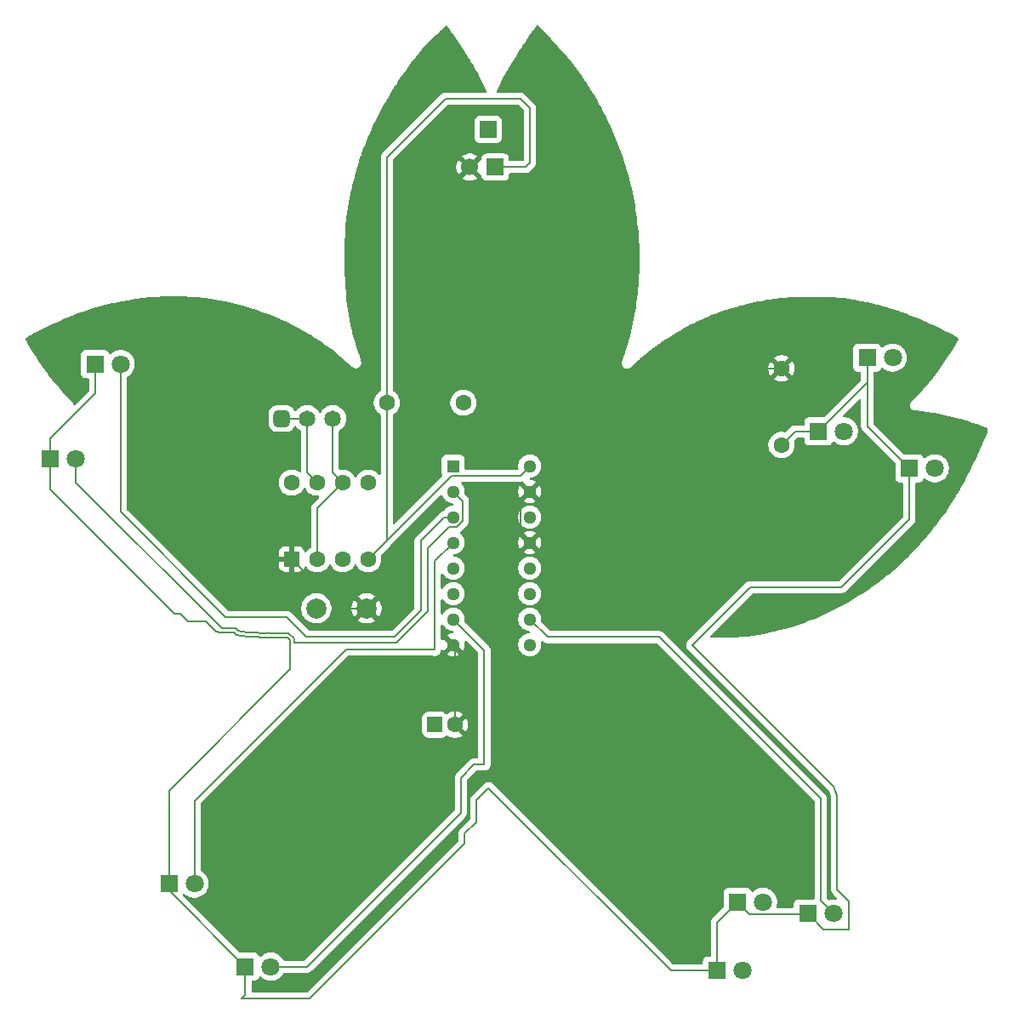
<source format=gbr>
%TF.GenerationSoftware,KiCad,Pcbnew,9.0.7*%
%TF.CreationDate,2026-02-10T20:55:20-08:00*%
%TF.ProjectId,Blinky,426c696e-6b79-42e6-9b69-6361645f7063,rev?*%
%TF.SameCoordinates,Original*%
%TF.FileFunction,Copper,L1,Top*%
%TF.FilePolarity,Positive*%
%FSLAX46Y46*%
G04 Gerber Fmt 4.6, Leading zero omitted, Abs format (unit mm)*
G04 Created by KiCad (PCBNEW 9.0.7) date 2026-02-10 20:55:20*
%MOMM*%
%LPD*%
G01*
G04 APERTURE LIST*
G04 Aperture macros list*
%AMRoundRect*
0 Rectangle with rounded corners*
0 $1 Rounding radius*
0 $2 $3 $4 $5 $6 $7 $8 $9 X,Y pos of 4 corners*
0 Add a 4 corners polygon primitive as box body*
4,1,4,$2,$3,$4,$5,$6,$7,$8,$9,$2,$3,0*
0 Add four circle primitives for the rounded corners*
1,1,$1+$1,$2,$3*
1,1,$1+$1,$4,$5*
1,1,$1+$1,$6,$7*
1,1,$1+$1,$8,$9*
0 Add four rect primitives between the rounded corners*
20,1,$1+$1,$2,$3,$4,$5,0*
20,1,$1+$1,$4,$5,$6,$7,0*
20,1,$1+$1,$6,$7,$8,$9,0*
20,1,$1+$1,$8,$9,$2,$3,0*%
G04 Aperture macros list end*
%TA.AperFunction,ComponentPad*%
%ADD10R,1.800000X1.800000*%
%TD*%
%TA.AperFunction,ComponentPad*%
%ADD11C,1.800000*%
%TD*%
%TA.AperFunction,ComponentPad*%
%ADD12C,1.600000*%
%TD*%
%TA.AperFunction,ComponentPad*%
%ADD13RoundRect,0.250000X0.550000X-0.550000X0.550000X0.550000X-0.550000X0.550000X-0.550000X-0.550000X0*%
%TD*%
%TA.AperFunction,ComponentPad*%
%ADD14RoundRect,0.412500X-0.412500X-0.412500X0.412500X-0.412500X0.412500X0.412500X-0.412500X0.412500X0*%
%TD*%
%TA.AperFunction,ComponentPad*%
%ADD15C,1.650000*%
%TD*%
%TA.AperFunction,ComponentPad*%
%ADD16R,1.700000X1.700000*%
%TD*%
%TA.AperFunction,ComponentPad*%
%ADD17C,1.700000*%
%TD*%
%TA.AperFunction,ComponentPad*%
%ADD18C,2.000000*%
%TD*%
%TA.AperFunction,ComponentPad*%
%ADD19RoundRect,0.250000X-0.550000X-0.550000X0.550000X-0.550000X0.550000X0.550000X-0.550000X0.550000X0*%
%TD*%
%TA.AperFunction,ComponentPad*%
%ADD20R,1.295400X1.295400*%
%TD*%
%TA.AperFunction,ComponentPad*%
%ADD21C,1.295400*%
%TD*%
%TA.AperFunction,Conductor*%
%ADD22C,0.200000*%
%TD*%
G04 APERTURE END LIST*
D10*
%TO.P,D4,1,K*%
%TO.N,Net-(D10-K)*%
X184320000Y-90830000D03*
D11*
%TO.P,D4,2,A*%
%TO.N,Net-(D4-A)*%
X186860000Y-90830000D03*
%TD*%
D12*
%TO.P,R3,1*%
%TO.N,Net-(D10-K)*%
X180630000Y-92180000D03*
%TO.P,R3,2*%
%TO.N,GND*%
X180630000Y-84560000D03*
%TD*%
D10*
%TO.P,D5,1,K*%
%TO.N,Net-(D10-K)*%
X193370000Y-94500000D03*
D11*
%TO.P,D5,2,A*%
%TO.N,Net-(D5-A)*%
X195910000Y-94500000D03*
%TD*%
D13*
%TO.P,U1,1,GND*%
%TO.N,GND*%
X131880000Y-103540000D03*
D12*
%TO.P,U1,2,TRIG*%
%TO.N,TR*%
X134420000Y-103540000D03*
%TO.P,U1,3,OUT*%
%TO.N,OUT*%
X136960000Y-103540000D03*
%TO.P,U1,4,~{RST}*%
%TO.N,+5V*%
X139500000Y-103540000D03*
%TO.P,U1,5,CONT*%
%TO.N,Net-(U1-CONT)*%
X139500000Y-95920000D03*
%TO.P,U1,6,THRES*%
%TO.N,TR*%
X136960000Y-95920000D03*
%TO.P,U1,7,DISCH*%
%TO.N,Net-(U1-DISCH)*%
X134420000Y-95920000D03*
%TO.P,U1,8,VCC*%
%TO.N,+5V*%
X131880000Y-95920000D03*
%TD*%
D14*
%TO.P,RV1,1,1*%
%TO.N,Net-(U1-DISCH)*%
X130890000Y-89550000D03*
D15*
%TO.P,RV1,2,2*%
X133430000Y-89550000D03*
%TO.P,RV1,3,3*%
%TO.N,TR*%
X135970000Y-89550000D03*
%TD*%
D10*
%TO.P,D8,1,K*%
%TO.N,Net-(D10-K)*%
X183260000Y-138800000D03*
D11*
%TO.P,D8,2,A*%
%TO.N,Net-(D8-A)*%
X185800000Y-138800000D03*
%TD*%
D10*
%TO.P,D9,1,K*%
%TO.N,Net-(D10-K)*%
X127270000Y-144070000D03*
D11*
%TO.P,D9,2,A*%
%TO.N,Net-(D9-A)*%
X129810000Y-144070000D03*
%TD*%
D16*
%TO.P,J1,1,Pin_1*%
%TO.N,+5V*%
X152150000Y-64550000D03*
D17*
%TO.P,J1,2,Pin_2*%
%TO.N,GND*%
X149610000Y-64550000D03*
%TD*%
D10*
%TO.P,D10,1,K*%
%TO.N,Net-(D10-K)*%
X119670000Y-135810000D03*
D11*
%TO.P,D10,2,A*%
%TO.N,Net-(D10-A)*%
X122210000Y-135810000D03*
%TD*%
D16*
%TO.P,J2,1,Pin_1*%
%TO.N,OUT*%
X151450000Y-60800000D03*
%TD*%
D18*
%TO.P,C2,1*%
%TO.N,Net-(U1-CONT)*%
X134330000Y-108440000D03*
%TO.P,C2,2*%
%TO.N,GND*%
X139330000Y-108440000D03*
%TD*%
D10*
%TO.P,D6,1,K*%
%TO.N,Net-(D10-K)*%
X176260000Y-137630000D03*
D11*
%TO.P,D6,2,A*%
%TO.N,Net-(D6-A)*%
X178800000Y-137630000D03*
%TD*%
D10*
%TO.P,D3,1,K*%
%TO.N,Net-(D10-K)*%
X189170000Y-83490000D03*
D11*
%TO.P,D3,2,A*%
%TO.N,Net-(D3-A)*%
X191710000Y-83490000D03*
%TD*%
D10*
%TO.P,D12,1,K*%
%TO.N,Net-(D10-K)*%
X112320000Y-84140000D03*
D11*
%TO.P,D12,2,A*%
%TO.N,Net-(D12-A)*%
X114860000Y-84140000D03*
%TD*%
D19*
%TO.P,C1,1*%
%TO.N,TR*%
X146140000Y-120010000D03*
D12*
%TO.P,C1,2*%
%TO.N,GND*%
X148140000Y-120010000D03*
%TD*%
D10*
%TO.P,D7,1,K*%
%TO.N,Net-(D10-K)*%
X174220000Y-144470000D03*
D11*
%TO.P,D7,2,A*%
%TO.N,Net-(D7-A)*%
X176760000Y-144470000D03*
%TD*%
D12*
%TO.P,R2,1*%
%TO.N,+5V*%
X141350000Y-87980000D03*
%TO.P,R2,2*%
%TO.N,Net-(U1-DISCH)*%
X148970000Y-87980000D03*
%TD*%
D10*
%TO.P,D11,1,K*%
%TO.N,Net-(D10-K)*%
X107870000Y-93580000D03*
D11*
%TO.P,D11,2,A*%
%TO.N,Net-(D11-A)*%
X110410000Y-93580000D03*
%TD*%
D20*
%TO.P,U2,1,Q5*%
%TO.N,Net-(D7-A)*%
X147960000Y-94280000D03*
D21*
%TO.P,U2,2,Q1*%
%TO.N,Net-(D11-A)*%
X147960000Y-96820000D03*
%TO.P,U2,3,Q0*%
%TO.N,Net-(D12-A)*%
X147960000Y-99360000D03*
%TO.P,U2,4,Q2*%
%TO.N,Net-(D10-A)*%
X147960000Y-101900000D03*
%TO.P,U2,5,Q6*%
%TO.N,Net-(D6-A)*%
X147960000Y-104440000D03*
%TO.P,U2,6,Q7*%
%TO.N,Net-(D5-A)*%
X147960000Y-106980000D03*
%TO.P,U2,7,Q3*%
%TO.N,Net-(D9-A)*%
X147960000Y-109520000D03*
%TO.P,U2,8,VSS*%
%TO.N,GND*%
X147960000Y-112060000D03*
%TO.P,U2,9,Q8*%
%TO.N,Net-(D4-A)*%
X155580000Y-112060000D03*
%TO.P,U2,10,Q4*%
%TO.N,Net-(D8-A)*%
X155580000Y-109520000D03*
%TO.P,U2,11,Q9*%
%TO.N,Net-(D3-A)*%
X155580000Y-106980000D03*
%TO.P,U2,12,Cout*%
%TO.N,unconnected-(U2-Cout-Pad12)*%
X155580000Y-104440000D03*
%TO.P,U2,13,CKEN*%
%TO.N,GND*%
X155580000Y-101900000D03*
%TO.P,U2,14,CLK*%
%TO.N,OUT*%
X155580000Y-99360000D03*
%TO.P,U2,15,Reset*%
%TO.N,GND*%
X155580000Y-96820000D03*
%TO.P,U2,16,VDD*%
%TO.N,+5V*%
X155580000Y-94280000D03*
%TD*%
D22*
%TO.N,+5V*%
X155160000Y-64550000D02*
X152150000Y-64550000D01*
X139500000Y-103540000D02*
X147811300Y-95228700D01*
X147811300Y-95228700D02*
X154631300Y-95228700D01*
X141350000Y-87980000D02*
X141350000Y-63560000D01*
X155600000Y-58670000D02*
X155600000Y-64110000D01*
X141350000Y-63560000D02*
X147170000Y-57740000D01*
X141350000Y-101690000D02*
X139500000Y-103540000D01*
X154631300Y-95228700D02*
X155580000Y-94280000D01*
X154670000Y-57740000D02*
X155600000Y-58670000D01*
X147170000Y-57740000D02*
X154670000Y-57740000D01*
X141350000Y-87980000D02*
X141350000Y-101690000D01*
X155600000Y-64110000D02*
X155160000Y-64550000D01*
%TO.N,GND*%
X167840000Y-84560000D02*
X166075000Y-86325000D01*
X165325000Y-86325000D02*
X166075000Y-86325000D01*
X148140000Y-120010000D02*
X148140000Y-112240000D01*
X154631300Y-100951300D02*
X155580000Y-101900000D01*
X148140000Y-112240000D02*
X147960000Y-112060000D01*
X151150000Y-66090000D02*
X163440000Y-66090000D01*
X155580000Y-96820000D02*
X154631300Y-97768700D01*
X166075000Y-86325000D02*
X155580000Y-96820000D01*
X149610000Y-64550000D02*
X151150000Y-66090000D01*
X154631300Y-97768700D02*
X154631300Y-100951300D01*
X136780000Y-108440000D02*
X131880000Y-103540000D01*
X180630000Y-84560000D02*
X167840000Y-84560000D01*
X163440000Y-84440000D02*
X165325000Y-86325000D01*
X163440000Y-66090000D02*
X163440000Y-84440000D01*
X139330000Y-108440000D02*
X136780000Y-108440000D01*
%TO.N,TR*%
X134420000Y-103540000D02*
X134420000Y-98460000D01*
X135970000Y-94930000D02*
X136960000Y-95920000D01*
X134420000Y-98460000D02*
X136960000Y-95920000D01*
X135970000Y-89550000D02*
X135970000Y-94930000D01*
%TO.N,Net-(U1-DISCH)*%
X133430000Y-89550000D02*
X133430000Y-94930000D01*
X130890000Y-89550000D02*
X133430000Y-89550000D01*
X133430000Y-94930000D02*
X134420000Y-95920000D01*
%TO.N,Net-(D10-K)*%
X150240000Y-127520000D02*
X150240000Y-129690000D01*
X107870000Y-96620000D02*
X107870000Y-93580000D01*
X127270000Y-146910000D02*
X127270000Y-144070000D01*
X187370000Y-137580000D02*
X187370000Y-140370000D01*
X181980000Y-90830000D02*
X180630000Y-92180000D01*
X151460000Y-126300000D02*
X150240000Y-127520000D01*
X129578881Y-111310000D02*
X128993066Y-111310000D01*
X119670000Y-126540000D02*
X131730000Y-114480000D01*
X149110000Y-130820000D02*
X149110000Y-131820000D01*
X123330000Y-109750000D02*
X121590000Y-109750000D01*
X126110000Y-110840000D02*
X124849289Y-110840000D01*
X124314313Y-110734313D02*
X123330000Y-109750000D01*
X124771360Y-110826263D02*
X124314313Y-110734313D01*
X189170000Y-90300000D02*
X189170000Y-83490000D01*
X120190000Y-108940000D02*
X107870000Y-96620000D01*
X112320000Y-87060000D02*
X107870000Y-91510000D01*
X177461000Y-138831000D02*
X176260000Y-137630000D01*
X131730000Y-114480000D02*
X131730000Y-111620000D01*
X185996893Y-126617496D02*
X186190791Y-127087918D01*
X171750000Y-112100000D02*
X185791999Y-126141999D01*
X119670000Y-136470000D02*
X119670000Y-135810000D01*
X119670000Y-135810000D02*
X119670000Y-126540000D01*
X186190791Y-136400791D02*
X187370000Y-137580000D01*
X150240000Y-129690000D02*
X149110000Y-130820000D01*
X129601336Y-111296740D02*
X129578881Y-111310000D01*
X129652838Y-111310000D02*
X129601336Y-111296740D01*
X185792672Y-126143495D02*
X185996893Y-126617496D01*
X184320000Y-90830000D02*
X181980000Y-90830000D01*
X126868889Y-111144165D02*
X126348015Y-111078015D01*
X124849289Y-110840000D02*
X124771360Y-110826263D01*
X112320000Y-84140000D02*
X112320000Y-87060000D01*
X149110000Y-131820000D02*
X133680000Y-147250000D01*
X128993066Y-111310000D02*
X128986152Y-111309710D01*
X126348015Y-111078015D02*
X126110000Y-110840000D01*
X174220000Y-139670000D02*
X176260000Y-137630000D01*
X189170000Y-83490000D02*
X189170000Y-85980000D01*
X133680000Y-147250000D02*
X126930000Y-147250000D01*
X128276669Y-111271413D02*
X127572065Y-111216287D01*
X131420000Y-111310000D02*
X129652838Y-111310000D01*
X186190791Y-127087918D02*
X186190791Y-136400791D01*
X187370000Y-140370000D02*
X184830000Y-140370000D01*
X174220000Y-144470000D02*
X169630000Y-144470000D01*
X193370000Y-99570000D02*
X186610000Y-106330000D01*
X186610000Y-106330000D02*
X177520000Y-106330000D01*
X127270000Y-144070000D02*
X119670000Y-136470000D01*
X177520000Y-106330000D02*
X171750000Y-112100000D01*
X121590000Y-109750000D02*
X120780000Y-108940000D01*
X183229000Y-138831000D02*
X177461000Y-138831000D01*
X183260000Y-138800000D02*
X183229000Y-138831000D01*
X189170000Y-85980000D02*
X184320000Y-90830000D01*
X131730000Y-111620000D02*
X131420000Y-111310000D01*
X185791999Y-126141999D02*
X185792672Y-126143495D01*
X126930000Y-147250000D02*
X127270000Y-146910000D01*
X127572065Y-111216287D02*
X126868889Y-111144165D01*
X193370000Y-94500000D02*
X193370000Y-99570000D01*
X128986152Y-111309710D02*
X128276669Y-111271413D01*
X169630000Y-144470000D02*
X151460000Y-126300000D01*
X107870000Y-91510000D02*
X107870000Y-93580000D01*
X120780000Y-108940000D02*
X120190000Y-108940000D01*
X184830000Y-140370000D02*
X183260000Y-138800000D01*
X174220000Y-144470000D02*
X174220000Y-139670000D01*
X193370000Y-94500000D02*
X189170000Y-90300000D01*
%TO.N,Net-(D8-A)*%
X185800000Y-138800000D02*
X184520000Y-137520000D01*
X184520000Y-137520000D02*
X184520000Y-127320000D01*
X157350000Y-111290000D02*
X155580000Y-109520000D01*
X168490000Y-111290000D02*
X157350000Y-111290000D01*
X184520000Y-127320000D02*
X168490000Y-111290000D01*
%TO.N,Net-(D9-A)*%
X133410000Y-144070000D02*
X148700000Y-128780000D01*
X151060000Y-112620000D02*
X147960000Y-109520000D01*
X148700000Y-125290000D02*
X150020000Y-123970000D01*
X150020000Y-123970000D02*
X151060000Y-123970000D01*
X151060000Y-123970000D02*
X151060000Y-112620000D01*
X148700000Y-128780000D02*
X148700000Y-125290000D01*
X129810000Y-144070000D02*
X133410000Y-144070000D01*
%TO.N,Net-(D10-A)*%
X146130000Y-112560000D02*
X146130000Y-103730000D01*
X146070000Y-112500000D02*
X146130000Y-112560000D01*
X146130000Y-103730000D02*
X147960000Y-101900000D01*
X122210000Y-135810000D02*
X122210000Y-127560000D01*
X137270000Y-112500000D02*
X146070000Y-112500000D01*
X122210000Y-127560000D02*
X137270000Y-112500000D01*
%TO.N,Net-(D11-A)*%
X126914644Y-110745755D02*
X127608162Y-110816886D01*
X124949000Y-110439000D02*
X126276100Y-110439000D01*
X145440000Y-102435735D02*
X147567035Y-100308700D01*
X129152252Y-110902086D02*
X129159166Y-110909000D01*
X128303090Y-110871255D02*
X128874249Y-110902086D01*
X126534589Y-110697489D02*
X126914644Y-110745755D01*
X132131000Y-111453900D02*
X132131000Y-111850000D01*
X129540462Y-110866991D02*
X129703632Y-110909000D01*
X148908700Y-99752965D02*
X148908700Y-97768700D01*
X129159166Y-110909000D02*
X129469323Y-110909000D01*
X142320000Y-111850000D02*
X145440000Y-108730000D01*
X129703632Y-110909000D02*
X131586100Y-110909000D01*
X131586100Y-110909000D02*
X132131000Y-111453900D01*
X145440000Y-108730000D02*
X145440000Y-102435735D01*
X128874249Y-110902086D02*
X129152252Y-110902086D01*
X148908700Y-97768700D02*
X147960000Y-96820000D01*
X147567035Y-100308700D02*
X148352965Y-100308700D01*
X132131000Y-111850000D02*
X142320000Y-111850000D01*
X127608162Y-110816886D02*
X128303090Y-110871255D01*
X110410000Y-93580000D02*
X110410000Y-95900000D01*
X129469323Y-110909000D02*
X129540462Y-110866991D01*
X148352965Y-100308700D02*
X148908700Y-99752965D01*
X126276100Y-110439000D02*
X126534589Y-110697489D01*
X110410000Y-95900000D02*
X124949000Y-110439000D01*
%TO.N,Net-(D12-A)*%
X144720000Y-108640000D02*
X144720000Y-101684014D01*
X147044014Y-99360000D02*
X147960000Y-99360000D01*
X142100000Y-111260000D02*
X144720000Y-108640000D01*
X114860000Y-84140000D02*
X114860000Y-98830000D01*
X125310000Y-109280000D02*
X131370000Y-109280000D01*
X114860000Y-98830000D02*
X125310000Y-109280000D01*
X133350000Y-111260000D02*
X142100000Y-111260000D01*
X144720000Y-101684014D02*
X147044014Y-99360000D01*
X131370000Y-109280000D02*
X133350000Y-111260000D01*
%TD*%
%TA.AperFunction,Conductor*%
%TO.N,GND*%
G36*
X156434261Y-50423724D02*
G01*
X156439942Y-50429367D01*
X156986524Y-51008546D01*
X156986848Y-51008890D01*
X157727514Y-51799740D01*
X157727965Y-51800225D01*
X158074954Y-52174710D01*
X158075521Y-52175326D01*
X158419810Y-52551972D01*
X158420373Y-52552592D01*
X158762365Y-52931837D01*
X158762924Y-52932461D01*
X159102130Y-53313760D01*
X159102813Y-53314534D01*
X159215852Y-53443751D01*
X159215927Y-53443836D01*
X159216594Y-53444606D01*
X159328285Y-53574862D01*
X159328999Y-53575704D01*
X159439321Y-53706963D01*
X159440089Y-53707885D01*
X159546999Y-53837665D01*
X159549260Y-53840409D01*
X159550001Y-53841319D01*
X159611538Y-53917536D01*
X159657943Y-53975012D01*
X159658706Y-53975967D01*
X159765276Y-54110656D01*
X159766027Y-54111614D01*
X159871427Y-54247545D01*
X159872168Y-54248511D01*
X159975895Y-54385032D01*
X159976771Y-54386199D01*
X160033322Y-54462489D01*
X160247497Y-54751422D01*
X160248513Y-54752812D01*
X160514068Y-55121652D01*
X160515061Y-55123053D01*
X160775548Y-55495631D01*
X160776521Y-55497043D01*
X161032174Y-55873693D01*
X161033125Y-55875115D01*
X161283747Y-56255547D01*
X161284678Y-56256981D01*
X161530303Y-56641253D01*
X161531211Y-56642696D01*
X161771748Y-57030666D01*
X161772636Y-57032120D01*
X162008046Y-57423728D01*
X162008911Y-57425190D01*
X162239288Y-57820596D01*
X162240131Y-57822066D01*
X162465241Y-58220865D01*
X162466063Y-58222344D01*
X162685884Y-58624494D01*
X162686684Y-58625981D01*
X162901185Y-59031421D01*
X162901963Y-59032917D01*
X163111079Y-59441525D01*
X163111836Y-59443029D01*
X163315580Y-59854831D01*
X163316315Y-59856343D01*
X163338512Y-59902780D01*
X163489361Y-60218370D01*
X163514591Y-60271152D01*
X163515305Y-60272671D01*
X163708178Y-60690626D01*
X163708877Y-60692169D01*
X163892237Y-61104209D01*
X163892870Y-61105659D01*
X164070700Y-61520560D01*
X164071324Y-61522044D01*
X164243462Y-61939421D01*
X164244101Y-61940999D01*
X164410641Y-62361074D01*
X164411256Y-62362659D01*
X164572088Y-62785151D01*
X164572681Y-62786742D01*
X164727839Y-63211745D01*
X164728410Y-63213342D01*
X164877884Y-63640836D01*
X164878432Y-63642439D01*
X165022045Y-64071915D01*
X165022605Y-64073631D01*
X165154171Y-64486992D01*
X165154738Y-64488820D01*
X165279907Y-64904156D01*
X165280444Y-64905991D01*
X165399239Y-65323368D01*
X165399748Y-65325208D01*
X165512176Y-65744633D01*
X165512655Y-65746479D01*
X165618650Y-66167705D01*
X165619101Y-66169556D01*
X165718702Y-66592741D01*
X165719124Y-66594597D01*
X165812257Y-67019440D01*
X165812650Y-67021301D01*
X165899375Y-67448118D01*
X165899721Y-67449886D01*
X165981372Y-67883958D01*
X165981675Y-67885632D01*
X166057411Y-68321056D01*
X166057691Y-68322734D01*
X166127494Y-68759451D01*
X166127750Y-68761130D01*
X166191543Y-69198627D01*
X166191777Y-69200310D01*
X166249612Y-69638948D01*
X166249822Y-69640632D01*
X166301650Y-70080044D01*
X166301838Y-70081731D01*
X166347670Y-70522038D01*
X166347834Y-70523726D01*
X166387654Y-70964778D01*
X166387794Y-70966461D01*
X166421709Y-71409402D01*
X166421826Y-71411079D01*
X166449740Y-71854504D01*
X166449834Y-71856181D01*
X166471732Y-72299828D01*
X166471804Y-72301506D01*
X166487702Y-72745685D01*
X166487750Y-72747363D01*
X166497626Y-73191474D01*
X166497652Y-73193153D01*
X166501515Y-73637462D01*
X166501519Y-73639141D01*
X166499364Y-74083643D01*
X166499344Y-74085322D01*
X166491171Y-74529782D01*
X166491128Y-74531474D01*
X166477112Y-74968763D01*
X166477046Y-74970466D01*
X166457024Y-75407489D01*
X166456934Y-75409192D01*
X166430913Y-75845770D01*
X166430800Y-75847471D01*
X166398791Y-76283473D01*
X166398655Y-76285173D01*
X166360645Y-76720776D01*
X166360485Y-76722475D01*
X166316492Y-77157440D01*
X166316308Y-77159137D01*
X166266351Y-77593279D01*
X166266144Y-77594975D01*
X166210237Y-78028197D01*
X166209994Y-78029979D01*
X166149945Y-78447491D01*
X166149662Y-78449357D01*
X166083330Y-78865498D01*
X166083019Y-78867361D01*
X166010404Y-79282175D01*
X166010064Y-79284033D01*
X165931171Y-79697513D01*
X165930802Y-79699369D01*
X165845654Y-80111385D01*
X165845257Y-80113235D01*
X165753857Y-80523787D01*
X165753431Y-80525634D01*
X165655791Y-80934642D01*
X165655336Y-80936484D01*
X165551101Y-81345317D01*
X165550782Y-81346541D01*
X165513905Y-81485255D01*
X165513740Y-81485871D01*
X165475672Y-81626152D01*
X165475503Y-81626767D01*
X165436812Y-81766498D01*
X165436641Y-81767111D01*
X165397340Y-81906263D01*
X165397089Y-81907138D01*
X165313896Y-82193640D01*
X165313558Y-82194783D01*
X165227872Y-82479618D01*
X165227525Y-82480755D01*
X165149143Y-82732536D01*
X165148785Y-82733664D01*
X165068436Y-82983342D01*
X165067934Y-82984869D01*
X165042852Y-83059478D01*
X165042194Y-83061385D01*
X165016258Y-83134571D01*
X165015568Y-83136469D01*
X164988465Y-83209165D01*
X164987742Y-83211056D01*
X164961639Y-83277724D01*
X164961514Y-83278041D01*
X164957604Y-83287945D01*
X164955850Y-83290380D01*
X164935693Y-83343457D01*
X164935378Y-83344257D01*
X164935158Y-83344538D01*
X164930590Y-83354707D01*
X164921298Y-83380108D01*
X164920224Y-83382938D01*
X164908993Y-83411457D01*
X164908674Y-83412514D01*
X164905877Y-83420349D01*
X164905627Y-83420716D01*
X164896858Y-83445621D01*
X164896688Y-83446100D01*
X164896676Y-83446116D01*
X164895828Y-83448435D01*
X164884425Y-83478467D01*
X164875911Y-83503575D01*
X164871430Y-83514577D01*
X164866419Y-83529905D01*
X164865013Y-83533967D01*
X164863223Y-83538861D01*
X164860975Y-83544280D01*
X164854964Y-83563379D01*
X164850757Y-83574392D01*
X164846824Y-83587382D01*
X164845112Y-83592614D01*
X164841753Y-83602157D01*
X164840756Y-83604685D01*
X164840234Y-83606308D01*
X164839358Y-83609805D01*
X164836921Y-83618186D01*
X164835292Y-83623362D01*
X164832380Y-83631954D01*
X164832378Y-83631960D01*
X164830511Y-83637463D01*
X164829898Y-83640030D01*
X164829461Y-83641599D01*
X164827544Y-83648467D01*
X164825974Y-83653650D01*
X164823161Y-83662258D01*
X164823158Y-83662267D01*
X164821348Y-83667803D01*
X164820776Y-83670314D01*
X164818480Y-83678903D01*
X164816968Y-83684099D01*
X164814294Y-83692597D01*
X164814291Y-83692608D01*
X164812496Y-83698308D01*
X164811954Y-83700824D01*
X164809782Y-83709326D01*
X164808322Y-83714563D01*
X164805664Y-83723343D01*
X164803731Y-83728993D01*
X164799994Y-83744645D01*
X164799334Y-83747280D01*
X164798908Y-83748903D01*
X164796392Y-83757560D01*
X164796370Y-83758589D01*
X164794401Y-83766102D01*
X164793391Y-83767778D01*
X164791178Y-83776510D01*
X164790935Y-83777187D01*
X164786014Y-83799867D01*
X164784636Y-83805561D01*
X164782439Y-83813787D01*
X164781140Y-83818649D01*
X164779369Y-83824530D01*
X164776885Y-83837245D01*
X164776540Y-83838947D01*
X164775990Y-83841565D01*
X164773841Y-83849977D01*
X164773860Y-83851706D01*
X164772215Y-83859545D01*
X164771326Y-83861200D01*
X164769212Y-83871064D01*
X164768638Y-83872898D01*
X164767310Y-83880533D01*
X164765759Y-83888058D01*
X164763963Y-83895584D01*
X164763662Y-83898482D01*
X164758140Y-83920017D01*
X164759146Y-83920293D01*
X164756996Y-83928124D01*
X164756784Y-83929663D01*
X164750558Y-83954879D01*
X164750527Y-83954967D01*
X164750526Y-83954970D01*
X164750404Y-83956403D01*
X164749280Y-83965534D01*
X164747937Y-83973875D01*
X164745486Y-83981929D01*
X164745178Y-83991023D01*
X164743937Y-83998739D01*
X164742994Y-84000715D01*
X164741927Y-84008332D01*
X164741861Y-84008914D01*
X164741882Y-84010120D01*
X164740844Y-84028399D01*
X164740333Y-84032281D01*
X164739629Y-84035874D01*
X164739708Y-84037039D01*
X164739414Y-84039278D01*
X164739320Y-84040771D01*
X164739344Y-84042547D01*
X164739077Y-84049031D01*
X164738636Y-84049012D01*
X164738565Y-84052004D01*
X164738841Y-84052006D01*
X164738790Y-84060118D01*
X164738790Y-84060123D01*
X164738790Y-84060127D01*
X164738783Y-84061343D01*
X164738777Y-84062006D01*
X164738759Y-84063523D01*
X164739587Y-84079308D01*
X164739523Y-84083724D01*
X164739182Y-84087723D01*
X164739384Y-84088858D01*
X164739280Y-84089990D01*
X164739421Y-84090814D01*
X164739406Y-84091876D01*
X164740854Y-84113147D01*
X164741016Y-84114194D01*
X164740986Y-84115088D01*
X164741203Y-84116026D01*
X164741164Y-84116988D01*
X164742086Y-84121105D01*
X164742721Y-84125203D01*
X164742422Y-84127452D01*
X164744163Y-84142029D01*
X164744164Y-84142111D01*
X164744209Y-84142411D01*
X164744330Y-84143247D01*
X164744434Y-84143985D01*
X164744435Y-84143986D01*
X164747850Y-84160574D01*
X164748407Y-84164686D01*
X164748687Y-84168790D01*
X164749061Y-84169882D01*
X164749133Y-84171054D01*
X164749363Y-84171743D01*
X164749496Y-84172719D01*
X164754501Y-84194978D01*
X164754600Y-84195364D01*
X164754786Y-84196104D01*
X164755362Y-84198419D01*
X164760093Y-84213331D01*
X164761130Y-84217574D01*
X164761768Y-84221297D01*
X164762348Y-84222558D01*
X164762487Y-84223124D01*
X164762677Y-84224268D01*
X164762870Y-84224694D01*
X164763131Y-84225759D01*
X164763504Y-84226985D01*
X164769309Y-84244306D01*
X164770288Y-84246976D01*
X164770289Y-84246981D01*
X164770291Y-84246984D01*
X164770441Y-84247394D01*
X164770582Y-84247782D01*
X164772113Y-84252004D01*
X164778056Y-84265762D01*
X164779394Y-84269585D01*
X164780156Y-84272321D01*
X164780637Y-84273135D01*
X164781296Y-84275018D01*
X164784557Y-84282713D01*
X164788581Y-84291545D01*
X164790336Y-84295141D01*
X164790365Y-84295212D01*
X164794964Y-84304638D01*
X164801267Y-84315768D01*
X164803167Y-84319747D01*
X164803994Y-84321848D01*
X164804493Y-84322524D01*
X164805356Y-84324329D01*
X164807334Y-84327880D01*
X164807479Y-84328141D01*
X164807784Y-84328692D01*
X164807799Y-84328715D01*
X164811304Y-84335009D01*
X164811208Y-84335062D01*
X164813365Y-84338722D01*
X164813462Y-84338663D01*
X164818148Y-84346184D01*
X164820861Y-84350538D01*
X164820880Y-84350568D01*
X164821677Y-84351847D01*
X164821764Y-84351967D01*
X164826560Y-84359574D01*
X164826400Y-84359674D01*
X164828182Y-84362358D01*
X164828340Y-84362248D01*
X164834265Y-84370731D01*
X164834270Y-84370737D01*
X164836600Y-84374074D01*
X164837070Y-84374747D01*
X164837172Y-84374873D01*
X164843238Y-84383417D01*
X164843025Y-84383567D01*
X164844420Y-84385440D01*
X164844630Y-84385277D01*
X164851633Y-84394252D01*
X164853680Y-84396874D01*
X164853686Y-84396882D01*
X164853883Y-84397134D01*
X164853976Y-84397238D01*
X164861163Y-84406268D01*
X164860906Y-84406472D01*
X164861886Y-84407649D01*
X164862135Y-84407434D01*
X164870660Y-84417238D01*
X164870661Y-84417238D01*
X164871863Y-84418620D01*
X164871877Y-84418634D01*
X164880620Y-84428446D01*
X164880330Y-84428703D01*
X164880859Y-84429272D01*
X164881141Y-84428999D01*
X164886799Y-84434834D01*
X164886801Y-84434837D01*
X164886803Y-84434838D01*
X164890359Y-84438506D01*
X164890374Y-84438522D01*
X164891415Y-84439596D01*
X164891472Y-84439647D01*
X164900859Y-84449092D01*
X164900580Y-84449368D01*
X164901142Y-84449910D01*
X164901410Y-84449621D01*
X164911755Y-84459190D01*
X164911775Y-84459209D01*
X164912241Y-84459641D01*
X164919586Y-84466248D01*
X164923051Y-84468921D01*
X164928207Y-84473376D01*
X164929157Y-84474399D01*
X164930013Y-84474936D01*
X164934517Y-84478828D01*
X164945204Y-84487430D01*
X164944929Y-84487771D01*
X164945138Y-84487932D01*
X164945399Y-84487580D01*
X164951927Y-84492408D01*
X164951930Y-84492411D01*
X164951932Y-84492412D01*
X164957647Y-84496639D01*
X164962910Y-84500403D01*
X164962915Y-84500408D01*
X164962920Y-84500411D01*
X164966230Y-84502778D01*
X164969227Y-84504590D01*
X164975084Y-84508577D01*
X164976030Y-84509394D01*
X164976902Y-84509815D01*
X164982630Y-84513715D01*
X164987518Y-84516813D01*
X164987523Y-84516818D01*
X164987528Y-84516820D01*
X164993886Y-84520851D01*
X165000519Y-84524707D01*
X165000524Y-84524711D01*
X165000528Y-84524712D01*
X165004963Y-84527291D01*
X165005133Y-84527373D01*
X165012677Y-84531498D01*
X165013450Y-84532073D01*
X165014454Y-84532470D01*
X165021169Y-84536143D01*
X165021493Y-84536468D01*
X165031172Y-84541394D01*
X165031850Y-84541676D01*
X165039300Y-84545267D01*
X165040008Y-84545733D01*
X165040840Y-84546009D01*
X165048033Y-84549476D01*
X165048186Y-84549615D01*
X165052604Y-84551565D01*
X165052606Y-84551567D01*
X165052608Y-84551567D01*
X165057281Y-84553631D01*
X165059484Y-84554415D01*
X165066714Y-84557459D01*
X165067766Y-84558069D01*
X165068859Y-84558363D01*
X165076621Y-84561632D01*
X165076643Y-84561650D01*
X165085396Y-84564935D01*
X165088487Y-84565851D01*
X165095425Y-84568367D01*
X165096426Y-84568872D01*
X165097339Y-84569062D01*
X165103510Y-84571300D01*
X165113126Y-84574308D01*
X165117688Y-84575395D01*
X165124383Y-84577436D01*
X165125692Y-84578003D01*
X165126762Y-84578161D01*
X165132406Y-84579882D01*
X165141965Y-84582283D01*
X165147416Y-84583266D01*
X165153988Y-84584884D01*
X165155474Y-84585428D01*
X165156603Y-84585528D01*
X165161847Y-84586820D01*
X165166357Y-84587685D01*
X165166364Y-84587688D01*
X165166371Y-84587688D01*
X165170797Y-84588538D01*
X165177489Y-84589366D01*
X165183899Y-84590580D01*
X165185685Y-84591118D01*
X165186938Y-84591156D01*
X165191994Y-84592114D01*
X165196317Y-84592689D01*
X165196323Y-84592691D01*
X165196328Y-84592691D01*
X165204390Y-84593764D01*
X165204305Y-84594396D01*
X165205240Y-84594509D01*
X165205311Y-84593860D01*
X165213394Y-84594742D01*
X165213395Y-84594743D01*
X165213395Y-84594742D01*
X165220418Y-84595510D01*
X165226771Y-84595982D01*
X165226775Y-84595983D01*
X165226778Y-84595982D01*
X165229942Y-84596218D01*
X165232334Y-84596192D01*
X165238087Y-84596394D01*
X165238973Y-84596571D01*
X165240409Y-84596476D01*
X165246664Y-84596697D01*
X165249066Y-84597495D01*
X165249265Y-84597503D01*
X165249268Y-84597373D01*
X165257396Y-84597503D01*
X165257399Y-84597504D01*
X165257401Y-84597503D01*
X165259095Y-84597531D01*
X165264203Y-84597228D01*
X165264578Y-84597286D01*
X165266173Y-84597111D01*
X165269251Y-84596929D01*
X165271152Y-84597366D01*
X165287602Y-84597201D01*
X165288095Y-84597245D01*
X165288685Y-84597141D01*
X165310415Y-84595288D01*
X165314331Y-84595299D01*
X165315664Y-84595388D01*
X165316081Y-84595304D01*
X165317805Y-84595310D01*
X165319472Y-84595172D01*
X165320381Y-84595036D01*
X165326896Y-84594383D01*
X165326947Y-84594897D01*
X165332841Y-84594283D01*
X165332776Y-84593681D01*
X165344946Y-84592365D01*
X165356906Y-84590522D01*
X165357067Y-84591570D01*
X165358069Y-84591417D01*
X165357909Y-84590362D01*
X165365941Y-84589143D01*
X165365949Y-84589143D01*
X165365955Y-84589141D01*
X165370174Y-84588501D01*
X165374176Y-84587705D01*
X165374181Y-84587705D01*
X165374185Y-84587703D01*
X165382165Y-84586117D01*
X165382383Y-84587216D01*
X165382968Y-84587101D01*
X165382955Y-84587061D01*
X165383063Y-84587024D01*
X165382858Y-84585973D01*
X165390835Y-84584410D01*
X165390838Y-84584410D01*
X165390840Y-84584409D01*
X165395170Y-84583561D01*
X165399263Y-84582560D01*
X165399268Y-84582560D01*
X165399272Y-84582558D01*
X165407174Y-84580627D01*
X165407180Y-84580654D01*
X165407714Y-84580485D01*
X165415275Y-84578667D01*
X165415281Y-84578667D01*
X165415285Y-84578665D01*
X165419834Y-84577572D01*
X165424007Y-84576358D01*
X165424010Y-84576358D01*
X165424012Y-84576356D01*
X165431818Y-84574087D01*
X165431827Y-84574120D01*
X165432425Y-84573901D01*
X165439512Y-84571874D01*
X165439520Y-84571873D01*
X165439527Y-84571869D01*
X165444195Y-84570535D01*
X165448558Y-84569058D01*
X165448564Y-84569057D01*
X165448568Y-84569054D01*
X165456273Y-84566447D01*
X165456287Y-84566491D01*
X165457016Y-84566190D01*
X165468077Y-84562517D01*
X165472510Y-84560801D01*
X165472515Y-84560800D01*
X165472519Y-84560797D01*
X165480107Y-84557861D01*
X165480126Y-84557911D01*
X165480887Y-84557554D01*
X165486784Y-84555313D01*
X165486795Y-84555311D01*
X165486804Y-84555305D01*
X165491637Y-84553470D01*
X165496104Y-84551516D01*
X165496106Y-84551516D01*
X165496107Y-84551515D01*
X165503556Y-84548258D01*
X165503576Y-84548304D01*
X165504211Y-84547967D01*
X165509632Y-84545631D01*
X165509722Y-84545606D01*
X165509804Y-84545557D01*
X165515078Y-84543285D01*
X165526575Y-84537659D01*
X165526595Y-84537701D01*
X165527116Y-84537393D01*
X165532012Y-84535024D01*
X165532153Y-84534979D01*
X165532283Y-84534893D01*
X165537928Y-84532164D01*
X165548920Y-84526195D01*
X165548959Y-84526266D01*
X165549321Y-84525977D01*
X165554050Y-84523430D01*
X165554242Y-84523359D01*
X165554422Y-84523230D01*
X165560277Y-84520078D01*
X165563828Y-84517947D01*
X165563833Y-84517946D01*
X165563836Y-84517943D01*
X165570433Y-84513987D01*
X165571503Y-84513352D01*
X165575651Y-84510919D01*
X165575656Y-84510918D01*
X165575659Y-84510915D01*
X165580673Y-84507976D01*
X165585187Y-84505002D01*
X165585191Y-84505001D01*
X165585194Y-84504998D01*
X165588831Y-84502603D01*
X165590165Y-84501619D01*
X165590211Y-84501599D01*
X165590361Y-84501475D01*
X165592984Y-84499543D01*
X165594259Y-84499078D01*
X165597124Y-84497295D01*
X165597136Y-84497315D01*
X165601790Y-84494194D01*
X165612725Y-84486309D01*
X165612821Y-84486442D01*
X165625659Y-84476767D01*
X165626269Y-84476406D01*
X165626274Y-84476401D01*
X165632660Y-84471377D01*
X165632765Y-84471511D01*
X165645154Y-84461336D01*
X165645725Y-84460964D01*
X165645728Y-84460959D01*
X165645730Y-84460959D01*
X165647286Y-84459626D01*
X165649226Y-84457682D01*
X179330000Y-84457682D01*
X179330000Y-84662317D01*
X179362009Y-84864417D01*
X179425244Y-85059031D01*
X179518141Y-85241350D01*
X179518147Y-85241359D01*
X179550523Y-85285921D01*
X179550524Y-85285922D01*
X180230000Y-84606446D01*
X180230000Y-84612661D01*
X180257259Y-84714394D01*
X180309920Y-84805606D01*
X180384394Y-84880080D01*
X180475606Y-84932741D01*
X180577339Y-84960000D01*
X180583553Y-84960000D01*
X179904076Y-85639474D01*
X179948650Y-85671859D01*
X180130968Y-85764755D01*
X180325582Y-85827990D01*
X180527683Y-85860000D01*
X180732317Y-85860000D01*
X180934417Y-85827990D01*
X181129031Y-85764755D01*
X181311349Y-85671859D01*
X181355921Y-85639474D01*
X180676447Y-84960000D01*
X180682661Y-84960000D01*
X180784394Y-84932741D01*
X180875606Y-84880080D01*
X180950080Y-84805606D01*
X181002741Y-84714394D01*
X181030000Y-84612661D01*
X181030000Y-84606448D01*
X181709474Y-85285922D01*
X181709474Y-85285921D01*
X181741859Y-85241349D01*
X181834755Y-85059031D01*
X181897990Y-84864417D01*
X181930000Y-84662317D01*
X181930000Y-84457682D01*
X181897990Y-84255582D01*
X181834755Y-84060968D01*
X181741859Y-83878650D01*
X181709474Y-83834077D01*
X181709474Y-83834076D01*
X181030000Y-84513551D01*
X181030000Y-84507339D01*
X181002741Y-84405606D01*
X180950080Y-84314394D01*
X180875606Y-84239920D01*
X180784394Y-84187259D01*
X180682661Y-84160000D01*
X180676446Y-84160000D01*
X181355922Y-83480524D01*
X181355921Y-83480523D01*
X181311359Y-83448147D01*
X181311350Y-83448141D01*
X181129031Y-83355244D01*
X180934417Y-83292009D01*
X180732317Y-83260000D01*
X180527683Y-83260000D01*
X180325582Y-83292009D01*
X180130968Y-83355244D01*
X179948644Y-83448143D01*
X179904077Y-83480523D01*
X179904077Y-83480524D01*
X180583554Y-84160000D01*
X180577339Y-84160000D01*
X180475606Y-84187259D01*
X180384394Y-84239920D01*
X180309920Y-84314394D01*
X180257259Y-84405606D01*
X180230000Y-84507339D01*
X180230000Y-84513553D01*
X179550524Y-83834077D01*
X179550523Y-83834077D01*
X179518143Y-83878644D01*
X179425244Y-84060968D01*
X179362009Y-84255582D01*
X179330000Y-84457682D01*
X165649226Y-84457682D01*
X165652986Y-84453914D01*
X165658236Y-84449182D01*
X165664620Y-84444630D01*
X165668463Y-84439966D01*
X165675287Y-84433818D01*
X165677175Y-84432910D01*
X165682169Y-84428054D01*
X165682684Y-84427655D01*
X165682686Y-84427651D01*
X165682691Y-84427648D01*
X165686476Y-84423812D01*
X165696130Y-84415810D01*
X165696025Y-84415691D01*
X165702122Y-84410308D01*
X165702124Y-84410308D01*
X165711610Y-84401934D01*
X165714898Y-84399134D01*
X165724647Y-84391124D01*
X165724649Y-84391120D01*
X165726691Y-84389443D01*
X165731102Y-84385190D01*
X165737147Y-84379936D01*
X165737891Y-84379558D01*
X165746518Y-84371792D01*
X165747314Y-84371101D01*
X165747370Y-84371075D01*
X165748815Y-84369818D01*
X165751534Y-84367530D01*
X165760994Y-84359569D01*
X165761101Y-84359415D01*
X165764882Y-84355878D01*
X165765045Y-84355795D01*
X165765922Y-84354917D01*
X165773615Y-84347885D01*
X165780186Y-84342584D01*
X165782537Y-84340400D01*
X165782540Y-84340399D01*
X165786625Y-84336604D01*
X165789980Y-84333602D01*
X165797010Y-84327544D01*
X165797013Y-84327538D01*
X165799647Y-84325269D01*
X165799754Y-84325160D01*
X165804631Y-84320561D01*
X165804633Y-84320560D01*
X165815256Y-84310542D01*
X165818204Y-84307851D01*
X165821754Y-84304717D01*
X165824663Y-84302379D01*
X165825865Y-84301229D01*
X165829595Y-84297799D01*
X165833690Y-84294184D01*
X165838641Y-84288993D01*
X165839196Y-84288461D01*
X165841928Y-84285924D01*
X165842638Y-84285285D01*
X165846897Y-84281795D01*
X165848403Y-84280329D01*
X165848407Y-84280328D01*
X165849899Y-84278876D01*
X165853398Y-84275602D01*
X165855024Y-84274140D01*
X165855025Y-84274137D01*
X165856543Y-84272772D01*
X165860311Y-84268748D01*
X165860898Y-84268177D01*
X165863698Y-84265537D01*
X165864360Y-84264931D01*
X165868588Y-84261413D01*
X165870072Y-84259946D01*
X165870075Y-84259945D01*
X165872002Y-84258041D01*
X165873286Y-84256772D01*
X165876609Y-84253736D01*
X165877033Y-84253071D01*
X165882525Y-84247645D01*
X165885377Y-84244917D01*
X165885994Y-84244345D01*
X165890111Y-84240868D01*
X165891576Y-84239397D01*
X165891579Y-84239396D01*
X165893036Y-84237933D01*
X165896491Y-84234599D01*
X165898043Y-84233159D01*
X165898044Y-84233157D01*
X165899585Y-84231727D01*
X165903347Y-84227589D01*
X165903901Y-84227033D01*
X165906522Y-84224485D01*
X165907009Y-84224025D01*
X165907301Y-84223749D01*
X165912446Y-84219319D01*
X165913562Y-84218178D01*
X165913568Y-84218175D01*
X165917782Y-84213868D01*
X165919315Y-84212423D01*
X165919517Y-84212095D01*
X165926701Y-84204751D01*
X165929508Y-84201974D01*
X165940441Y-84191507D01*
X165940443Y-84191503D01*
X165942762Y-84189283D01*
X165948447Y-84183028D01*
X165961421Y-84170410D01*
X165961421Y-84170409D01*
X165963214Y-84168666D01*
X165966457Y-84164936D01*
X165968784Y-84162505D01*
X165971117Y-84160135D01*
X165982245Y-84149145D01*
X165982246Y-84149142D01*
X165984541Y-84146876D01*
X165990091Y-84140576D01*
X165997857Y-84132785D01*
X166000761Y-84130152D01*
X166002981Y-84127781D01*
X166002983Y-84127780D01*
X166023504Y-84105866D01*
X166025255Y-84104037D01*
X166042833Y-84086073D01*
X166044402Y-84084621D01*
X166045210Y-84083740D01*
X166048027Y-84080766D01*
X166048965Y-84079807D01*
X166050397Y-84078078D01*
X166067247Y-84059685D01*
X166069038Y-84057774D01*
X166089821Y-84036065D01*
X166089822Y-84036061D01*
X166090798Y-84035043D01*
X166098325Y-84025970D01*
X166132807Y-83989152D01*
X166132807Y-83989150D01*
X166134229Y-83987633D01*
X166141215Y-83979061D01*
X166198912Y-83916652D01*
X166200484Y-83914985D01*
X166267251Y-83845585D01*
X166268877Y-83843929D01*
X166336801Y-83776087D01*
X166338478Y-83774444D01*
X166407691Y-83708024D01*
X166409366Y-83706449D01*
X166479791Y-83641526D01*
X166481427Y-83640047D01*
X166553026Y-83576655D01*
X166554761Y-83575149D01*
X166627431Y-83513376D01*
X166629328Y-83511797D01*
X166639406Y-83503575D01*
X166704479Y-83450483D01*
X166705692Y-83449508D01*
X166985528Y-83227994D01*
X166986090Y-83227554D01*
X167269332Y-83007573D01*
X167270021Y-83007043D01*
X167554868Y-82790017D01*
X167555602Y-82789462D01*
X167842250Y-82575233D01*
X167843085Y-82574616D01*
X168151566Y-82348707D01*
X168152420Y-82348089D01*
X168462847Y-82125558D01*
X168463650Y-82124988D01*
X168776195Y-81905708D01*
X168776958Y-81905179D01*
X169090623Y-81689838D01*
X169091831Y-81689021D01*
X169356179Y-81512739D01*
X169357844Y-81511648D01*
X169623927Y-81340617D01*
X169625563Y-81339584D01*
X169894312Y-81173190D01*
X169895820Y-81172274D01*
X170167782Y-81010198D01*
X170169137Y-81009404D01*
X170453441Y-80845404D01*
X170454569Y-80844762D01*
X170741259Y-80683743D01*
X170742382Y-80683120D01*
X171030804Y-80525466D01*
X171031763Y-80524948D01*
X171321862Y-80370688D01*
X171322792Y-80370200D01*
X171614453Y-80219398D01*
X171615450Y-80218890D01*
X171908606Y-80071576D01*
X171909767Y-80071002D01*
X172204183Y-79927292D01*
X172205388Y-79926711D01*
X172501318Y-79786481D01*
X172502495Y-79785932D01*
X172788328Y-79654756D01*
X172789774Y-79654105D01*
X172950379Y-79582904D01*
X173076969Y-79526783D01*
X173078233Y-79526232D01*
X173366924Y-79402704D01*
X173368094Y-79402213D01*
X173658221Y-79282505D01*
X173659498Y-79281987D01*
X173950942Y-79166150D01*
X173952240Y-79165644D01*
X174245011Y-79053671D01*
X174246188Y-79053229D01*
X174540227Y-78945144D01*
X174541571Y-78944661D01*
X174836765Y-78840503D01*
X174838089Y-78840045D01*
X175137649Y-78738703D01*
X175139028Y-78738248D01*
X175439488Y-78640913D01*
X175440835Y-78640486D01*
X175742334Y-78547108D01*
X175743804Y-78546663D01*
X176046395Y-78457228D01*
X176047762Y-78456834D01*
X176351204Y-78371409D01*
X176352738Y-78370988D01*
X176403507Y-78357404D01*
X176657192Y-78289526D01*
X176658646Y-78289147D01*
X176964014Y-78211675D01*
X176965478Y-78211313D01*
X177272095Y-78137753D01*
X177273506Y-78137424D01*
X177599126Y-78063438D01*
X177600447Y-78063146D01*
X177927223Y-77992683D01*
X177928318Y-77992454D01*
X178255635Y-77925650D01*
X178256899Y-77925399D01*
X178584876Y-77862231D01*
X178586101Y-77862002D01*
X178914619Y-77802490D01*
X178915840Y-77802276D01*
X179245017Y-77746401D01*
X179246157Y-77746213D01*
X179575924Y-77693989D01*
X179577118Y-77693806D01*
X179907199Y-77645274D01*
X179908320Y-77645115D01*
X180141610Y-77613571D01*
X180143094Y-77613381D01*
X180376289Y-77584727D01*
X180377547Y-77584580D01*
X180611183Y-77558750D01*
X180612648Y-77558597D01*
X180846404Y-77535623D01*
X180847693Y-77535504D01*
X181081934Y-77515352D01*
X181083137Y-77515256D01*
X181317568Y-77497955D01*
X181318855Y-77497869D01*
X181553394Y-77483424D01*
X181554614Y-77483356D01*
X181788984Y-77471779D01*
X181790475Y-77471716D01*
X182359669Y-77451175D01*
X182361359Y-77451126D01*
X182930472Y-77438791D01*
X182932094Y-77438768D01*
X183501386Y-77434630D01*
X183503052Y-77434630D01*
X184072294Y-77438691D01*
X184073856Y-77438714D01*
X184633068Y-77450762D01*
X184634831Y-77450812D01*
X185193809Y-77470925D01*
X185195475Y-77470997D01*
X185714936Y-77497192D01*
X185754025Y-77499164D01*
X185755810Y-77499267D01*
X185832517Y-77504245D01*
X186314176Y-77535503D01*
X186315750Y-77535617D01*
X186531815Y-77552756D01*
X186533407Y-77552894D01*
X186749169Y-77573113D01*
X186750858Y-77573283D01*
X186966359Y-77596583D01*
X186967967Y-77596769D01*
X187183182Y-77623146D01*
X187184849Y-77623363D01*
X187344875Y-77645296D01*
X187399552Y-77652790D01*
X187401302Y-77653042D01*
X187615728Y-77685547D01*
X187617335Y-77685802D01*
X187831354Y-77721369D01*
X187833077Y-77721668D01*
X188046235Y-77760216D01*
X188048126Y-77760573D01*
X188103626Y-77771502D01*
X188579761Y-77865263D01*
X188581733Y-77865669D01*
X189097885Y-77976348D01*
X189111346Y-77979235D01*
X189113378Y-77979688D01*
X189641231Y-78102175D01*
X189643131Y-78102633D01*
X190169182Y-78234035D01*
X190171093Y-78234530D01*
X190618231Y-78354428D01*
X190685243Y-78372397D01*
X190687353Y-78372983D01*
X191199044Y-78519922D01*
X191201140Y-78520544D01*
X191355504Y-78567833D01*
X191710503Y-78676586D01*
X191712490Y-78677213D01*
X192219662Y-78842406D01*
X192221628Y-78843066D01*
X192579224Y-78966493D01*
X192732250Y-79019311D01*
X192734276Y-79020030D01*
X193242100Y-79205221D01*
X193244110Y-79205973D01*
X193301273Y-79227947D01*
X193749187Y-79400129D01*
X193751080Y-79400876D01*
X194253399Y-79604008D01*
X194255204Y-79604755D01*
X194776273Y-79825391D01*
X194777996Y-79826135D01*
X195190985Y-80008485D01*
X195296248Y-80054962D01*
X195297970Y-80055738D01*
X195494871Y-80146285D01*
X195813358Y-80292745D01*
X195814935Y-80293485D01*
X196328310Y-80539089D01*
X196329420Y-80539628D01*
X196948621Y-80844418D01*
X196949228Y-80844720D01*
X197341131Y-81041130D01*
X197567195Y-81154427D01*
X197568192Y-81154932D01*
X197643037Y-81193290D01*
X197644232Y-81193911D01*
X197718193Y-81232836D01*
X197719380Y-81233469D01*
X197792974Y-81273226D01*
X197794120Y-81273853D01*
X197867367Y-81314452D01*
X197868315Y-81314984D01*
X197941150Y-81356393D01*
X197942308Y-81357060D01*
X198014871Y-81399357D01*
X198016027Y-81400039D01*
X198087924Y-81442997D01*
X198089067Y-81443689D01*
X198159417Y-81486758D01*
X198160977Y-81487729D01*
X198180985Y-81500406D01*
X198196710Y-81510369D01*
X198198791Y-81511716D01*
X198219044Y-81525123D01*
X198264079Y-81578543D01*
X198273084Y-81647829D01*
X198256511Y-81693005D01*
X198007372Y-82102215D01*
X198007029Y-82102775D01*
X197648639Y-82684469D01*
X197648236Y-82685119D01*
X197463963Y-82980117D01*
X197463491Y-82980866D01*
X197277486Y-83273959D01*
X197277008Y-83274706D01*
X197088881Y-83566509D01*
X197088398Y-83567254D01*
X196898555Y-83857139D01*
X196897945Y-83858061D01*
X196731133Y-84107889D01*
X196730386Y-84108994D01*
X196561301Y-84356422D01*
X196560542Y-84357520D01*
X196388977Y-84602865D01*
X196388205Y-84603957D01*
X196214165Y-84847211D01*
X196213340Y-84848350D01*
X196142185Y-84945457D01*
X196141305Y-84946643D01*
X196069170Y-85042668D01*
X196068277Y-85043843D01*
X195994992Y-85139018D01*
X195994082Y-85140185D01*
X195919097Y-85235200D01*
X195918435Y-85236031D01*
X195814315Y-85365664D01*
X195813919Y-85366155D01*
X195708333Y-85496252D01*
X195707934Y-85496740D01*
X195601804Y-85626157D01*
X195601403Y-85626644D01*
X195494447Y-85755723D01*
X195494047Y-85756203D01*
X195379290Y-85893286D01*
X195378888Y-85893764D01*
X195263392Y-86030326D01*
X195262988Y-86030801D01*
X195146805Y-86166782D01*
X195146397Y-86167258D01*
X195029659Y-86302499D01*
X195029187Y-86303042D01*
X194922252Y-86425482D01*
X194921710Y-86426099D01*
X194814224Y-86547538D01*
X194813679Y-86548149D01*
X194705527Y-86668726D01*
X194704980Y-86669332D01*
X194595124Y-86790198D01*
X194594849Y-86790499D01*
X193589394Y-87889447D01*
X193583123Y-87896302D01*
X193561043Y-87914168D01*
X193538833Y-87944709D01*
X193534127Y-87949853D01*
X193534125Y-87949853D01*
X193513339Y-87972574D01*
X193513338Y-87972577D01*
X193504519Y-87989547D01*
X193504518Y-87989546D01*
X193500233Y-87997792D01*
X193483539Y-88020752D01*
X193469995Y-88055987D01*
X193466783Y-88062170D01*
X193466781Y-88062177D01*
X193452576Y-88089516D01*
X193452574Y-88089521D01*
X193448451Y-88108182D01*
X193448452Y-88108183D01*
X193446449Y-88117253D01*
X193436261Y-88143763D01*
X193432297Y-88181322D01*
X193430795Y-88188123D01*
X193430793Y-88188125D01*
X193424152Y-88218198D01*
X193425000Y-88237296D01*
X193424438Y-88255801D01*
X193422432Y-88274815D01*
X193422432Y-88274822D01*
X193427236Y-88305241D01*
X193428324Y-88312130D01*
X193430001Y-88349855D01*
X193438559Y-88376930D01*
X193440009Y-88386104D01*
X193442992Y-88404985D01*
X193442993Y-88404988D01*
X193442994Y-88404990D01*
X193458340Y-88439497D01*
X193469725Y-88475509D01*
X193485001Y-88499447D01*
X193488773Y-88507929D01*
X193496471Y-88525237D01*
X193496545Y-88525403D01*
X193520303Y-88554767D01*
X193540618Y-88586600D01*
X193561568Y-88605768D01*
X193567408Y-88612986D01*
X193579433Y-88627848D01*
X193579435Y-88627850D01*
X193579436Y-88627851D01*
X193579438Y-88627853D01*
X193609982Y-88650063D01*
X193637847Y-88675558D01*
X193663053Y-88688655D01*
X193686022Y-88705357D01*
X193714766Y-88716404D01*
X193727444Y-88722113D01*
X193754785Y-88736319D01*
X193754788Y-88736320D01*
X193782523Y-88742446D01*
X193809033Y-88752635D01*
X193846592Y-88756598D01*
X193883470Y-88764744D01*
X193902569Y-88763895D01*
X193921081Y-88764457D01*
X194715072Y-88848240D01*
X194716214Y-88848365D01*
X195006070Y-88881894D01*
X195008508Y-88882202D01*
X195158243Y-88902573D01*
X195294409Y-88921098D01*
X195296867Y-88921457D01*
X195582136Y-88966106D01*
X195584583Y-88966514D01*
X195805623Y-89005660D01*
X195870408Y-89017133D01*
X195872291Y-89017481D01*
X196227142Y-89086013D01*
X196228323Y-89086248D01*
X196584041Y-89158989D01*
X196585286Y-89159251D01*
X196940196Y-89235881D01*
X196941335Y-89236133D01*
X197295662Y-89316699D01*
X197296654Y-89316930D01*
X197660311Y-89403775D01*
X197661585Y-89404087D01*
X198024122Y-89494819D01*
X198025311Y-89495123D01*
X198387014Y-89589812D01*
X198388307Y-89590158D01*
X198423251Y-89599710D01*
X198748586Y-89688642D01*
X198750007Y-89689041D01*
X199064312Y-89779441D01*
X199066023Y-89779948D01*
X199378410Y-89875124D01*
X199380099Y-89875653D01*
X199691083Y-89975749D01*
X199692842Y-89976330D01*
X200003300Y-90081647D01*
X200004574Y-90082087D01*
X200375778Y-90213330D01*
X200411687Y-90226026D01*
X200412843Y-90226441D01*
X200818667Y-90374495D01*
X200820040Y-90375006D01*
X200839406Y-90382358D01*
X200863676Y-90391571D01*
X200865524Y-90392290D01*
X200907991Y-90409193D01*
X200909821Y-90409938D01*
X200952048Y-90427530D01*
X200953848Y-90428296D01*
X200995868Y-90446592D01*
X200997627Y-90447374D01*
X201030894Y-90462494D01*
X201039363Y-90466343D01*
X201041146Y-90467171D01*
X201082701Y-90486858D01*
X201084374Y-90487666D01*
X201098476Y-90494623D01*
X201149886Y-90541936D01*
X201167557Y-90609535D01*
X201166834Y-90619697D01*
X201164107Y-90643920D01*
X201163724Y-90646978D01*
X201157452Y-90692485D01*
X201156992Y-90695539D01*
X201149594Y-90740843D01*
X201149058Y-90743888D01*
X201140552Y-90788892D01*
X201139940Y-90791922D01*
X201130318Y-90836686D01*
X201129628Y-90839710D01*
X201118917Y-90884104D01*
X201118151Y-90887113D01*
X201106339Y-90931199D01*
X201105496Y-90934195D01*
X201092602Y-90977900D01*
X201091684Y-90980874D01*
X201077719Y-91024173D01*
X201076719Y-91027145D01*
X201061686Y-91070013D01*
X201060611Y-91072959D01*
X201044483Y-91115475D01*
X201043328Y-91118405D01*
X201025190Y-91162787D01*
X201024374Y-91164736D01*
X200779923Y-91734937D01*
X200779499Y-91735915D01*
X200529109Y-92306385D01*
X200528676Y-92307360D01*
X200273648Y-92875077D01*
X200273207Y-92876048D01*
X200013550Y-93441006D01*
X200013000Y-93442187D01*
X199728493Y-94044466D01*
X199727826Y-94045855D01*
X199436351Y-94643533D01*
X199435666Y-94644916D01*
X199136983Y-95238512D01*
X199136280Y-95239888D01*
X198830159Y-95829835D01*
X198829519Y-95831051D01*
X198696435Y-96080721D01*
X198695863Y-96081782D01*
X198560231Y-96330381D01*
X198559648Y-96331436D01*
X198421700Y-96578535D01*
X198421107Y-96579586D01*
X198280812Y-96825240D01*
X198280208Y-96826286D01*
X198137631Y-97070382D01*
X198137015Y-97071424D01*
X197992171Y-97313936D01*
X197991545Y-97314973D01*
X197844461Y-97555861D01*
X197843825Y-97556892D01*
X197694533Y-97796107D01*
X197693825Y-97797228D01*
X197534329Y-98046813D01*
X197533550Y-98048017D01*
X197371443Y-98295336D01*
X197370649Y-98296532D01*
X197205828Y-98541754D01*
X197205018Y-98542944D01*
X197037520Y-98786006D01*
X197036696Y-98787187D01*
X196866528Y-99028087D01*
X196865689Y-99029260D01*
X196692803Y-99268061D01*
X196691948Y-99269227D01*
X196516545Y-99505654D01*
X196515676Y-99506812D01*
X196337292Y-99741481D01*
X196336527Y-99742477D01*
X196135553Y-100001377D01*
X196134892Y-100002221D01*
X195931685Y-100259376D01*
X195931015Y-100260216D01*
X195725655Y-100515520D01*
X195724978Y-100516354D01*
X195517568Y-100769681D01*
X195516883Y-100770511D01*
X195307319Y-101021984D01*
X195306626Y-101022808D01*
X195095159Y-101272130D01*
X195094458Y-101272949D01*
X194880841Y-101520414D01*
X194880132Y-101521228D01*
X194664546Y-101766619D01*
X194663828Y-101767429D01*
X194446930Y-102010011D01*
X194446203Y-102010817D01*
X194227396Y-102251264D01*
X194226662Y-102252064D01*
X194005815Y-102490525D01*
X194005073Y-102491319D01*
X193782295Y-102727675D01*
X193781545Y-102728463D01*
X193556828Y-102962724D01*
X193556070Y-102963507D01*
X193329628Y-103195452D01*
X193328864Y-103196229D01*
X193100225Y-103426344D01*
X193099451Y-103427115D01*
X192869577Y-103654431D01*
X192868646Y-103655343D01*
X192661576Y-103855849D01*
X192660480Y-103856898D01*
X192451544Y-104054315D01*
X192450433Y-104055351D01*
X192239336Y-104249971D01*
X192238211Y-104250995D01*
X192024919Y-104442852D01*
X192023780Y-104443864D01*
X191808435Y-104632832D01*
X191807283Y-104633831D01*
X191589624Y-104820141D01*
X191588456Y-104821128D01*
X191368812Y-105004493D01*
X191367678Y-105005428D01*
X191285174Y-105072594D01*
X191146741Y-105185290D01*
X191145206Y-105186519D01*
X190684154Y-105549851D01*
X190682252Y-105551320D01*
X190215846Y-105904433D01*
X190213911Y-105905869D01*
X189741444Y-106249335D01*
X189739477Y-106250736D01*
X189261064Y-106584482D01*
X189259066Y-106585847D01*
X188774841Y-106909783D01*
X188772811Y-106911113D01*
X188282849Y-107225186D01*
X188280788Y-107226478D01*
X187785378Y-107530501D01*
X187783288Y-107531756D01*
X187282492Y-107825687D01*
X187280333Y-107826925D01*
X186780407Y-108107015D01*
X186778183Y-108108231D01*
X186273534Y-108377559D01*
X186271280Y-108378732D01*
X185761940Y-108637300D01*
X185759681Y-108638418D01*
X185577350Y-108726319D01*
X185245702Y-108886204D01*
X185243394Y-108887288D01*
X184724975Y-109124198D01*
X184722639Y-109125236D01*
X184200008Y-109351170D01*
X184197647Y-109352162D01*
X183670842Y-109567096D01*
X183668456Y-109568041D01*
X183137721Y-109771871D01*
X183135286Y-109772777D01*
X182611220Y-109961546D01*
X182608740Y-109962409D01*
X182081525Y-110139791D01*
X182079023Y-110140604D01*
X181548645Y-110306614D01*
X181546123Y-110307374D01*
X181012846Y-110461934D01*
X181010306Y-110462641D01*
X180474293Y-110605711D01*
X180471734Y-110606365D01*
X179933070Y-110737920D01*
X179930495Y-110738519D01*
X179389360Y-110858512D01*
X179386768Y-110859058D01*
X178843725Y-110967360D01*
X178841021Y-110967868D01*
X178309784Y-111061608D01*
X178306967Y-111062072D01*
X177774415Y-111143452D01*
X177771587Y-111143851D01*
X177237706Y-111212891D01*
X177234868Y-111213225D01*
X176699707Y-111269927D01*
X176696860Y-111270195D01*
X176160775Y-111314522D01*
X176157921Y-111314725D01*
X175620987Y-111346670D01*
X175618129Y-111346807D01*
X175080548Y-111366354D01*
X175077685Y-111366425D01*
X174536090Y-111373601D01*
X174534653Y-111373612D01*
X173745776Y-111374925D01*
X173732813Y-111374946D01*
X173719525Y-111372161D01*
X173667134Y-111375054D01*
X173663801Y-111375060D01*
X173663801Y-111375061D01*
X173634131Y-111375111D01*
X173623676Y-111375128D01*
X173556604Y-111355558D01*
X173510760Y-111302832D01*
X173500699Y-111233690D01*
X173529617Y-111170085D01*
X173535772Y-111163462D01*
X177732416Y-106966819D01*
X177793739Y-106933334D01*
X177820097Y-106930500D01*
X186523331Y-106930500D01*
X186523347Y-106930501D01*
X186530943Y-106930501D01*
X186689054Y-106930501D01*
X186689057Y-106930501D01*
X186841785Y-106889577D01*
X186902810Y-106854344D01*
X186978716Y-106810520D01*
X187090520Y-106698716D01*
X187090520Y-106698714D01*
X187100724Y-106688511D01*
X187100727Y-106688506D01*
X193850520Y-99938716D01*
X193929577Y-99801784D01*
X193970501Y-99649057D01*
X193970501Y-99490942D01*
X193970501Y-99483347D01*
X193970500Y-99483329D01*
X193970500Y-96024499D01*
X193990185Y-95957460D01*
X194042989Y-95911705D01*
X194094500Y-95900499D01*
X194317871Y-95900499D01*
X194317872Y-95900499D01*
X194377483Y-95894091D01*
X194512331Y-95843796D01*
X194627546Y-95757546D01*
X194713796Y-95642331D01*
X194723816Y-95615466D01*
X194743601Y-95562420D01*
X194785471Y-95506486D01*
X194850936Y-95482068D01*
X194919209Y-95496919D01*
X194947464Y-95518071D01*
X194997636Y-95568243D01*
X194997641Y-95568247D01*
X195090815Y-95635941D01*
X195175978Y-95697815D01*
X195304375Y-95763237D01*
X195372393Y-95797895D01*
X195372396Y-95797896D01*
X195468742Y-95829200D01*
X195582049Y-95866015D01*
X195799778Y-95900500D01*
X195799779Y-95900500D01*
X196020221Y-95900500D01*
X196020222Y-95900500D01*
X196237951Y-95866015D01*
X196447606Y-95797895D01*
X196644022Y-95697815D01*
X196822365Y-95568242D01*
X196978242Y-95412365D01*
X197107815Y-95234022D01*
X197207895Y-95037606D01*
X197276015Y-94827951D01*
X197310500Y-94610222D01*
X197310500Y-94389778D01*
X197276015Y-94172049D01*
X197207895Y-93962394D01*
X197207895Y-93962393D01*
X197164692Y-93877604D01*
X197107815Y-93765978D01*
X197091260Y-93743192D01*
X196978247Y-93587641D01*
X196978243Y-93587636D01*
X196822363Y-93431756D01*
X196822358Y-93431752D01*
X196644025Y-93302187D01*
X196644024Y-93302186D01*
X196644022Y-93302185D01*
X196526791Y-93242452D01*
X196447606Y-93202104D01*
X196447603Y-93202103D01*
X196237952Y-93133985D01*
X196129086Y-93116742D01*
X196020222Y-93099500D01*
X195799778Y-93099500D01*
X195727201Y-93110995D01*
X195582047Y-93133985D01*
X195372396Y-93202103D01*
X195372393Y-93202104D01*
X195175974Y-93302187D01*
X194997641Y-93431752D01*
X194997636Y-93431756D01*
X194947463Y-93481929D01*
X194886140Y-93515413D01*
X194816448Y-93510428D01*
X194760515Y-93468557D01*
X194743601Y-93437580D01*
X194713797Y-93357671D01*
X194713793Y-93357664D01*
X194627547Y-93242455D01*
X194627544Y-93242452D01*
X194512335Y-93156206D01*
X194512328Y-93156202D01*
X194377482Y-93105908D01*
X194377483Y-93105908D01*
X194317883Y-93099501D01*
X194317881Y-93099500D01*
X194317873Y-93099500D01*
X194317865Y-93099500D01*
X192870097Y-93099500D01*
X192803058Y-93079815D01*
X192782416Y-93063181D01*
X189806819Y-90087584D01*
X189773334Y-90026261D01*
X189770500Y-89999903D01*
X189770500Y-86059060D01*
X189770501Y-86059057D01*
X189770501Y-85900942D01*
X189770500Y-85900938D01*
X189770500Y-85014499D01*
X189790185Y-84947460D01*
X189842989Y-84901705D01*
X189894500Y-84890499D01*
X190117871Y-84890499D01*
X190117872Y-84890499D01*
X190177483Y-84884091D01*
X190312331Y-84833796D01*
X190427546Y-84747546D01*
X190513796Y-84632331D01*
X190513798Y-84632326D01*
X190543601Y-84552420D01*
X190585471Y-84496486D01*
X190650936Y-84472068D01*
X190719209Y-84486919D01*
X190747464Y-84508071D01*
X190797636Y-84558243D01*
X190797641Y-84558247D01*
X190899603Y-84632326D01*
X190975978Y-84687815D01*
X191104375Y-84753237D01*
X191172393Y-84787895D01*
X191172396Y-84787896D01*
X191277221Y-84821955D01*
X191382049Y-84856015D01*
X191599778Y-84890500D01*
X191599779Y-84890500D01*
X191820221Y-84890500D01*
X191820222Y-84890500D01*
X192037951Y-84856015D01*
X192247606Y-84787895D01*
X192444022Y-84687815D01*
X192622365Y-84558242D01*
X192778242Y-84402365D01*
X192907815Y-84224022D01*
X193007895Y-84027606D01*
X193076015Y-83817951D01*
X193110500Y-83600222D01*
X193110500Y-83379778D01*
X193076015Y-83162049D01*
X193041955Y-83057221D01*
X193007896Y-82952396D01*
X193007895Y-82952393D01*
X192972257Y-82882452D01*
X192907815Y-82755978D01*
X192855861Y-82684469D01*
X192778247Y-82577641D01*
X192778243Y-82577636D01*
X192622363Y-82421756D01*
X192622358Y-82421752D01*
X192444025Y-82292187D01*
X192444024Y-82292186D01*
X192444022Y-82292185D01*
X192369703Y-82254317D01*
X192247606Y-82192104D01*
X192247603Y-82192103D01*
X192037952Y-82123985D01*
X191900501Y-82102215D01*
X191820222Y-82089500D01*
X191599778Y-82089500D01*
X191541401Y-82098746D01*
X191382047Y-82123985D01*
X191172396Y-82192103D01*
X191172393Y-82192104D01*
X190975974Y-82292187D01*
X190797641Y-82421752D01*
X190797636Y-82421756D01*
X190747463Y-82471929D01*
X190686140Y-82505413D01*
X190616448Y-82500428D01*
X190560515Y-82458557D01*
X190543601Y-82427580D01*
X190513797Y-82347671D01*
X190513793Y-82347664D01*
X190427547Y-82232455D01*
X190427544Y-82232452D01*
X190312335Y-82146206D01*
X190312328Y-82146202D01*
X190177482Y-82095908D01*
X190177483Y-82095908D01*
X190117883Y-82089501D01*
X190117881Y-82089500D01*
X190117873Y-82089500D01*
X190117864Y-82089500D01*
X188222129Y-82089500D01*
X188222123Y-82089501D01*
X188162516Y-82095908D01*
X188027671Y-82146202D01*
X188027664Y-82146206D01*
X187912455Y-82232452D01*
X187912452Y-82232455D01*
X187826206Y-82347664D01*
X187826202Y-82347671D01*
X187775908Y-82482517D01*
X187769501Y-82542116D01*
X187769500Y-82542135D01*
X187769500Y-84437870D01*
X187769501Y-84437876D01*
X187775908Y-84497483D01*
X187826202Y-84632328D01*
X187826206Y-84632335D01*
X187912452Y-84747544D01*
X187912455Y-84747547D01*
X188027664Y-84833793D01*
X188027671Y-84833797D01*
X188065127Y-84847767D01*
X188162517Y-84884091D01*
X188222127Y-84890500D01*
X188445500Y-84890499D01*
X188512539Y-84910183D01*
X188558294Y-84962987D01*
X188569500Y-85014499D01*
X188569500Y-85679902D01*
X188549815Y-85746941D01*
X188533181Y-85767583D01*
X184907582Y-89393181D01*
X184846259Y-89426666D01*
X184819901Y-89429500D01*
X183372129Y-89429500D01*
X183372123Y-89429501D01*
X183312516Y-89435908D01*
X183177671Y-89486202D01*
X183177664Y-89486206D01*
X183062455Y-89572452D01*
X183062452Y-89572455D01*
X182976206Y-89687664D01*
X182976202Y-89687671D01*
X182925908Y-89822517D01*
X182919501Y-89882116D01*
X182919500Y-89882135D01*
X182919500Y-90105500D01*
X182899815Y-90172539D01*
X182847011Y-90218294D01*
X182795500Y-90229500D01*
X182059057Y-90229500D01*
X181900942Y-90229500D01*
X181748215Y-90270423D01*
X181748214Y-90270423D01*
X181748212Y-90270424D01*
X181748209Y-90270425D01*
X181705367Y-90295161D01*
X181705365Y-90295162D01*
X181611290Y-90349475D01*
X181611282Y-90349481D01*
X181499478Y-90461286D01*
X181074842Y-90885921D01*
X181013519Y-90919406D01*
X180948848Y-90916173D01*
X180934534Y-90911522D01*
X180759995Y-90883878D01*
X180732352Y-90879500D01*
X180527648Y-90879500D01*
X180503329Y-90883351D01*
X180325465Y-90911522D01*
X180130776Y-90974781D01*
X179948386Y-91067715D01*
X179782786Y-91188028D01*
X179638028Y-91332786D01*
X179517715Y-91498386D01*
X179424781Y-91680776D01*
X179361522Y-91875465D01*
X179329500Y-92077648D01*
X179329500Y-92282351D01*
X179361522Y-92484534D01*
X179424781Y-92679223D01*
X179517715Y-92861613D01*
X179638028Y-93027213D01*
X179782786Y-93171971D01*
X179924255Y-93274752D01*
X179948390Y-93292287D01*
X180057595Y-93347930D01*
X180130776Y-93385218D01*
X180130778Y-93385218D01*
X180130781Y-93385220D01*
X180189202Y-93404202D01*
X180325465Y-93448477D01*
X180426557Y-93464488D01*
X180527648Y-93480500D01*
X180527649Y-93480500D01*
X180732351Y-93480500D01*
X180732352Y-93480500D01*
X180934534Y-93448477D01*
X181129219Y-93385220D01*
X181311610Y-93292287D01*
X181435736Y-93202105D01*
X181477213Y-93171971D01*
X181477215Y-93171968D01*
X181477219Y-93171966D01*
X181621966Y-93027219D01*
X181621968Y-93027215D01*
X181621971Y-93027213D01*
X181674732Y-92954590D01*
X181742287Y-92861610D01*
X181835220Y-92679219D01*
X181898477Y-92484534D01*
X181930500Y-92282352D01*
X181930500Y-92077648D01*
X181898477Y-91875466D01*
X181893826Y-91861154D01*
X181891832Y-91791315D01*
X181924077Y-91735157D01*
X182051844Y-91607391D01*
X182192416Y-91466819D01*
X182253739Y-91433334D01*
X182280097Y-91430500D01*
X182795501Y-91430500D01*
X182862540Y-91450185D01*
X182908295Y-91502989D01*
X182919501Y-91554500D01*
X182919501Y-91777876D01*
X182925908Y-91837483D01*
X182976202Y-91972328D01*
X182976206Y-91972335D01*
X183062452Y-92087544D01*
X183062455Y-92087547D01*
X183177664Y-92173793D01*
X183177671Y-92173797D01*
X183312517Y-92224091D01*
X183312516Y-92224091D01*
X183319444Y-92224835D01*
X183372127Y-92230500D01*
X185267872Y-92230499D01*
X185327483Y-92224091D01*
X185462331Y-92173796D01*
X185577546Y-92087546D01*
X185663796Y-91972331D01*
X185691429Y-91898243D01*
X185693601Y-91892420D01*
X185735471Y-91836486D01*
X185800936Y-91812068D01*
X185869209Y-91826919D01*
X185897464Y-91848071D01*
X185947636Y-91898243D01*
X185947641Y-91898247D01*
X186049603Y-91972326D01*
X186125978Y-92027815D01*
X186248875Y-92090435D01*
X186322393Y-92127895D01*
X186322396Y-92127896D01*
X186388005Y-92149213D01*
X186532049Y-92196015D01*
X186749778Y-92230500D01*
X186749779Y-92230500D01*
X186970221Y-92230500D01*
X186970222Y-92230500D01*
X187187951Y-92196015D01*
X187397606Y-92127895D01*
X187594022Y-92027815D01*
X187772365Y-91898242D01*
X187928242Y-91742365D01*
X188057815Y-91564022D01*
X188157895Y-91367606D01*
X188226015Y-91157951D01*
X188260500Y-90940222D01*
X188260500Y-90719778D01*
X188226015Y-90502049D01*
X188179635Y-90359305D01*
X188157896Y-90292396D01*
X188157895Y-90292393D01*
X188123237Y-90224375D01*
X188057815Y-90095978D01*
X188011350Y-90032024D01*
X187928247Y-89917641D01*
X187928243Y-89917636D01*
X187772363Y-89761756D01*
X187772358Y-89761752D01*
X187594025Y-89632187D01*
X187594024Y-89632186D01*
X187594022Y-89632185D01*
X187515789Y-89592323D01*
X187397606Y-89532104D01*
X187397603Y-89532103D01*
X187187952Y-89463985D01*
X187011463Y-89436032D01*
X186970222Y-89429500D01*
X186869096Y-89429500D01*
X186802057Y-89409815D01*
X186756302Y-89357011D01*
X186746358Y-89287853D01*
X186775383Y-89224297D01*
X186781415Y-89217819D01*
X187551691Y-88447543D01*
X188357820Y-87641413D01*
X188419142Y-87607930D01*
X188488834Y-87612914D01*
X188544767Y-87654786D01*
X188569184Y-87720250D01*
X188569500Y-87729096D01*
X188569500Y-90213330D01*
X188569499Y-90213348D01*
X188569499Y-90379054D01*
X188569498Y-90379054D01*
X188608313Y-90523909D01*
X188610423Y-90531785D01*
X188628347Y-90562830D01*
X188630346Y-90566291D01*
X188630347Y-90566295D01*
X188689475Y-90668709D01*
X188689481Y-90668717D01*
X188808349Y-90787585D01*
X188808355Y-90787590D01*
X191933181Y-93912416D01*
X191966666Y-93973739D01*
X191969500Y-94000097D01*
X191969500Y-95447870D01*
X191969501Y-95447876D01*
X191975908Y-95507483D01*
X192026202Y-95642328D01*
X192026206Y-95642335D01*
X192112452Y-95757544D01*
X192112455Y-95757547D01*
X192227664Y-95843793D01*
X192227671Y-95843797D01*
X192272618Y-95860561D01*
X192362517Y-95894091D01*
X192422127Y-95900500D01*
X192645500Y-95900499D01*
X192712539Y-95920183D01*
X192758294Y-95972987D01*
X192769500Y-96024499D01*
X192769500Y-99269902D01*
X192749815Y-99336941D01*
X192733181Y-99357583D01*
X186397584Y-105693181D01*
X186336261Y-105726666D01*
X186309903Y-105729500D01*
X177599057Y-105729500D01*
X177440942Y-105729500D01*
X177288215Y-105770423D01*
X177288214Y-105770423D01*
X177288212Y-105770424D01*
X177288209Y-105770425D01*
X177238096Y-105799359D01*
X177238095Y-105799360D01*
X177206492Y-105817606D01*
X177151285Y-105849479D01*
X177151282Y-105849481D01*
X177039478Y-105961286D01*
X171381284Y-111619481D01*
X171269483Y-111731281D01*
X171269481Y-111731284D01*
X171190423Y-111868214D01*
X171185537Y-111886448D01*
X171149499Y-112020943D01*
X171149499Y-112020945D01*
X171149499Y-112179054D01*
X171149498Y-112179054D01*
X171182650Y-112302775D01*
X171190423Y-112331785D01*
X171269481Y-112468716D01*
X171269483Y-112468718D01*
X185269280Y-126468515D01*
X185295479Y-126507131D01*
X185443133Y-126849838D01*
X185443889Y-126851633D01*
X185567399Y-127151284D01*
X185580934Y-127184120D01*
X185581387Y-127188406D01*
X185583855Y-127191943D01*
X185590291Y-127231374D01*
X185590291Y-136314121D01*
X185590290Y-136314139D01*
X185590290Y-136479845D01*
X185590289Y-136479845D01*
X185590290Y-136479848D01*
X185631214Y-136632576D01*
X185631215Y-136632578D01*
X185631214Y-136632578D01*
X185647371Y-136660561D01*
X185647373Y-136660563D01*
X185647374Y-136660565D01*
X185683050Y-136722358D01*
X185710270Y-136769506D01*
X185829140Y-136888376D01*
X185829146Y-136888381D01*
X186151340Y-137210575D01*
X186184825Y-137271898D01*
X186179841Y-137341590D01*
X186137969Y-137397523D01*
X186072505Y-137421940D01*
X186044262Y-137420729D01*
X185910222Y-137399500D01*
X185689778Y-137399500D01*
X185649320Y-137405908D01*
X185472045Y-137433985D01*
X185401794Y-137456811D01*
X185386582Y-137457245D01*
X185372323Y-137462564D01*
X185352367Y-137458222D01*
X185331953Y-137458806D01*
X185317866Y-137450717D01*
X185304050Y-137447712D01*
X185275796Y-137426561D01*
X185156819Y-137307584D01*
X185123334Y-137246261D01*
X185120500Y-137219903D01*
X185120500Y-127240943D01*
X185120170Y-127239714D01*
X185120155Y-127239657D01*
X185107194Y-127191284D01*
X185079577Y-127088216D01*
X185051440Y-127039480D01*
X185000524Y-126951290D01*
X185000521Y-126951286D01*
X185000520Y-126951284D01*
X184888716Y-126839480D01*
X184888715Y-126839479D01*
X184884385Y-126835149D01*
X184884374Y-126835139D01*
X168977590Y-110928355D01*
X168977588Y-110928352D01*
X168858717Y-110809481D01*
X168858716Y-110809480D01*
X168765489Y-110755656D01*
X168765488Y-110755655D01*
X168721783Y-110730422D01*
X168665881Y-110715443D01*
X168569057Y-110689499D01*
X168410943Y-110689499D01*
X168403347Y-110689499D01*
X168403331Y-110689500D01*
X157650097Y-110689500D01*
X157583058Y-110669815D01*
X157562416Y-110653181D01*
X156744353Y-109835118D01*
X156710868Y-109773795D01*
X156709561Y-109728044D01*
X156728200Y-109610365D01*
X156728200Y-109429635D01*
X156699927Y-109251129D01*
X156644078Y-109079244D01*
X156562028Y-108918212D01*
X156538773Y-108886204D01*
X156455803Y-108772003D01*
X156327996Y-108644196D01*
X156181791Y-108537974D01*
X156181790Y-108537973D01*
X156181788Y-108537972D01*
X156020756Y-108455922D01*
X155848871Y-108400073D01*
X155848869Y-108400072D01*
X155848867Y-108400072D01*
X155735420Y-108382103D01*
X155670365Y-108371800D01*
X155489635Y-108371800D01*
X155475745Y-108374000D01*
X155311132Y-108400072D01*
X155139241Y-108455923D01*
X154978208Y-108537974D01*
X154832003Y-108644196D01*
X154704196Y-108772003D01*
X154597974Y-108918208D01*
X154515923Y-109079241D01*
X154460072Y-109251132D01*
X154431800Y-109429635D01*
X154431800Y-109610364D01*
X154458707Y-109780251D01*
X154460073Y-109788871D01*
X154515922Y-109960756D01*
X154589426Y-110105016D01*
X154597974Y-110121791D01*
X154704196Y-110267996D01*
X154832003Y-110395803D01*
X154938898Y-110473465D01*
X154978212Y-110502028D01*
X155139244Y-110584078D01*
X155311129Y-110639927D01*
X155485386Y-110667527D01*
X155548521Y-110697456D01*
X155585452Y-110756768D01*
X155584454Y-110826630D01*
X155545844Y-110884863D01*
X155485386Y-110912473D01*
X155311132Y-110940072D01*
X155139241Y-110995923D01*
X154978208Y-111077974D01*
X154832003Y-111184196D01*
X154704196Y-111312003D01*
X154597974Y-111458208D01*
X154515923Y-111619241D01*
X154460072Y-111791132D01*
X154444683Y-111888294D01*
X154431800Y-111969635D01*
X154431800Y-112150365D01*
X154437050Y-112183514D01*
X154460053Y-112328750D01*
X154460073Y-112328871D01*
X154515922Y-112500756D01*
X154587664Y-112641558D01*
X154597974Y-112661791D01*
X154704196Y-112807996D01*
X154832003Y-112935803D01*
X154929025Y-113006292D01*
X154978212Y-113042028D01*
X155139244Y-113124078D01*
X155311129Y-113179927D01*
X155489635Y-113208200D01*
X155489636Y-113208200D01*
X155670364Y-113208200D01*
X155670365Y-113208200D01*
X155848871Y-113179927D01*
X156020756Y-113124078D01*
X156181788Y-113042028D01*
X156305837Y-112951902D01*
X156327996Y-112935803D01*
X156327998Y-112935800D01*
X156328002Y-112935798D01*
X156455798Y-112808002D01*
X156455800Y-112807998D01*
X156455803Y-112807996D01*
X156505151Y-112740073D01*
X156562028Y-112661788D01*
X156644078Y-112500756D01*
X156699927Y-112328871D01*
X156728200Y-112150365D01*
X156728200Y-111969635D01*
X156702800Y-111809268D01*
X156705836Y-111785767D01*
X156704420Y-111762115D01*
X156710231Y-111751757D01*
X156711754Y-111739977D01*
X156727015Y-111721847D01*
X156738611Y-111701183D01*
X156749100Y-111695611D01*
X156756750Y-111686525D01*
X156779388Y-111679525D01*
X156800318Y-111668409D01*
X156812155Y-111669393D01*
X156823502Y-111665885D01*
X156846329Y-111672235D01*
X156869947Y-111674199D01*
X156882305Y-111682242D01*
X156890816Y-111684610D01*
X156900726Y-111691471D01*
X156907196Y-111696432D01*
X156981284Y-111770520D01*
X157065469Y-111819124D01*
X157118215Y-111849577D01*
X157270943Y-111890501D01*
X157270946Y-111890501D01*
X157436653Y-111890501D01*
X157436669Y-111890500D01*
X168189903Y-111890500D01*
X168256942Y-111910185D01*
X168277584Y-111926819D01*
X183883181Y-127532416D01*
X183916666Y-127593739D01*
X183919500Y-127620097D01*
X183919500Y-137275500D01*
X183899815Y-137342539D01*
X183847011Y-137388294D01*
X183795500Y-137399500D01*
X182312129Y-137399500D01*
X182312123Y-137399501D01*
X182252516Y-137405908D01*
X182117671Y-137456202D01*
X182117664Y-137456206D01*
X182002455Y-137542452D01*
X182002452Y-137542455D01*
X181916206Y-137657664D01*
X181916202Y-137657671D01*
X181865908Y-137792517D01*
X181859501Y-137852116D01*
X181859500Y-137852135D01*
X181859500Y-138106500D01*
X181839815Y-138173539D01*
X181787011Y-138219294D01*
X181735500Y-138230500D01*
X180248131Y-138230500D01*
X180181092Y-138210815D01*
X180135337Y-138158011D01*
X180125393Y-138088853D01*
X180130200Y-138068183D01*
X180166014Y-137957954D01*
X180166013Y-137957954D01*
X180166015Y-137957951D01*
X180200500Y-137740222D01*
X180200500Y-137519778D01*
X180166015Y-137302049D01*
X180117846Y-137153797D01*
X180097896Y-137092396D01*
X180097895Y-137092393D01*
X180059855Y-137017737D01*
X179997815Y-136895978D01*
X179948478Y-136828071D01*
X179868247Y-136717641D01*
X179868243Y-136717636D01*
X179712363Y-136561756D01*
X179712358Y-136561752D01*
X179534025Y-136432187D01*
X179534024Y-136432186D01*
X179534022Y-136432185D01*
X179416791Y-136372452D01*
X179337606Y-136332104D01*
X179337603Y-136332103D01*
X179127952Y-136263985D01*
X179019086Y-136246742D01*
X178910222Y-136229500D01*
X178689778Y-136229500D01*
X178617201Y-136240995D01*
X178472047Y-136263985D01*
X178262396Y-136332103D01*
X178262393Y-136332104D01*
X178065974Y-136432187D01*
X177887641Y-136561752D01*
X177887636Y-136561756D01*
X177837463Y-136611929D01*
X177776140Y-136645413D01*
X177706448Y-136640428D01*
X177650515Y-136598557D01*
X177633601Y-136567580D01*
X177603797Y-136487671D01*
X177603793Y-136487664D01*
X177517547Y-136372455D01*
X177517544Y-136372452D01*
X177402335Y-136286206D01*
X177402328Y-136286202D01*
X177267482Y-136235908D01*
X177267483Y-136235908D01*
X177207883Y-136229501D01*
X177207881Y-136229500D01*
X177207873Y-136229500D01*
X177207864Y-136229500D01*
X175312129Y-136229500D01*
X175312123Y-136229501D01*
X175252516Y-136235908D01*
X175117671Y-136286202D01*
X175117664Y-136286206D01*
X175002455Y-136372452D01*
X175002452Y-136372455D01*
X174916206Y-136487664D01*
X174916202Y-136487671D01*
X174865908Y-136622517D01*
X174859501Y-136682116D01*
X174859500Y-136682135D01*
X174859500Y-138129901D01*
X174839815Y-138196940D01*
X174823181Y-138217582D01*
X173851286Y-139189478D01*
X173739481Y-139301282D01*
X173739479Y-139301285D01*
X173730817Y-139316289D01*
X173692047Y-139383441D01*
X173687928Y-139390576D01*
X173664301Y-139431499D01*
X173660423Y-139438215D01*
X173619499Y-139590943D01*
X173619499Y-139590945D01*
X173619499Y-139759046D01*
X173619500Y-139759059D01*
X173619500Y-142945500D01*
X173599815Y-143012539D01*
X173547011Y-143058294D01*
X173495501Y-143069500D01*
X173272130Y-143069500D01*
X173272123Y-143069501D01*
X173212516Y-143075908D01*
X173077671Y-143126202D01*
X173077664Y-143126206D01*
X172962455Y-143212452D01*
X172962452Y-143212455D01*
X172876206Y-143327664D01*
X172876202Y-143327671D01*
X172825908Y-143462517D01*
X172819501Y-143522116D01*
X172819500Y-143522135D01*
X172819500Y-143745500D01*
X172799815Y-143812539D01*
X172747011Y-143858294D01*
X172695500Y-143869500D01*
X169930097Y-143869500D01*
X169863058Y-143849815D01*
X169842416Y-143833181D01*
X151947590Y-125938355D01*
X151947588Y-125938352D01*
X151828718Y-125819482D01*
X151828716Y-125819480D01*
X151691785Y-125740423D01*
X151539058Y-125699499D01*
X151539057Y-125699499D01*
X151380943Y-125699499D01*
X151266397Y-125730192D01*
X151228214Y-125740423D01*
X151201178Y-125756033D01*
X151201177Y-125756033D01*
X151091287Y-125819477D01*
X151091282Y-125819481D01*
X149759481Y-127151282D01*
X149759477Y-127151287D01*
X149713240Y-127231374D01*
X149711802Y-127233865D01*
X149680423Y-127288215D01*
X149639499Y-127440943D01*
X149639499Y-127440945D01*
X149639499Y-127609046D01*
X149639500Y-127609059D01*
X149639500Y-129389902D01*
X149619815Y-129456941D01*
X149603181Y-129477583D01*
X148629481Y-130451282D01*
X148629479Y-130451285D01*
X148598896Y-130504258D01*
X148598895Y-130504260D01*
X148550423Y-130588214D01*
X148550423Y-130588215D01*
X148509499Y-130740943D01*
X148509499Y-130740945D01*
X148509499Y-130909046D01*
X148509500Y-130909059D01*
X148509500Y-131519903D01*
X148489815Y-131586942D01*
X148473181Y-131607584D01*
X133467584Y-146613181D01*
X133406261Y-146646666D01*
X133379903Y-146649500D01*
X127994500Y-146649500D01*
X127927461Y-146629815D01*
X127881706Y-146577011D01*
X127870500Y-146525500D01*
X127870500Y-145594499D01*
X127890185Y-145527460D01*
X127942989Y-145481705D01*
X127994500Y-145470499D01*
X128217871Y-145470499D01*
X128217872Y-145470499D01*
X128277483Y-145464091D01*
X128412331Y-145413796D01*
X128527546Y-145327546D01*
X128613796Y-145212331D01*
X128627766Y-145174875D01*
X128643601Y-145132420D01*
X128685471Y-145076486D01*
X128750936Y-145052068D01*
X128819209Y-145066919D01*
X128847464Y-145088071D01*
X128897636Y-145138243D01*
X128897641Y-145138247D01*
X129041415Y-145242704D01*
X129075978Y-145267815D01*
X129194185Y-145328045D01*
X129272393Y-145367895D01*
X129272396Y-145367896D01*
X129332628Y-145387466D01*
X129482049Y-145436015D01*
X129699778Y-145470500D01*
X129699779Y-145470500D01*
X129920221Y-145470500D01*
X129920222Y-145470500D01*
X130137951Y-145436015D01*
X130347606Y-145367895D01*
X130544022Y-145267815D01*
X130722365Y-145138242D01*
X130878242Y-144982365D01*
X131007815Y-144804022D01*
X131025328Y-144769651D01*
X131041352Y-144738204D01*
X131089326Y-144687409D01*
X131151836Y-144670500D01*
X133323331Y-144670500D01*
X133323347Y-144670501D01*
X133330943Y-144670501D01*
X133489054Y-144670501D01*
X133489057Y-144670501D01*
X133641785Y-144629577D01*
X133698230Y-144596988D01*
X133778716Y-144550520D01*
X133890520Y-144438716D01*
X133890520Y-144438714D01*
X133900724Y-144428511D01*
X133900728Y-144428506D01*
X149058506Y-129270728D01*
X149058511Y-129270724D01*
X149068714Y-129260520D01*
X149068716Y-129260520D01*
X149180520Y-129148716D01*
X149259577Y-129011784D01*
X149300500Y-128859057D01*
X149300500Y-125590097D01*
X149320185Y-125523058D01*
X149336819Y-125502416D01*
X150232416Y-124606819D01*
X150293739Y-124573334D01*
X150320097Y-124570500D01*
X151139055Y-124570500D01*
X151139057Y-124570500D01*
X151291784Y-124529577D01*
X151428716Y-124450520D01*
X151540520Y-124338716D01*
X151619577Y-124201784D01*
X151660500Y-124049057D01*
X151660500Y-112709059D01*
X151660501Y-112709046D01*
X151660501Y-112540945D01*
X151660501Y-112540943D01*
X151619577Y-112388215D01*
X151586997Y-112331785D01*
X151540520Y-112251284D01*
X151428716Y-112139480D01*
X151428715Y-112139479D01*
X151424385Y-112135149D01*
X151424374Y-112135139D01*
X149124353Y-109835118D01*
X149090868Y-109773795D01*
X149089561Y-109728044D01*
X149108200Y-109610365D01*
X149108200Y-109429635D01*
X149079927Y-109251129D01*
X149024078Y-109079244D01*
X148942028Y-108918212D01*
X148918773Y-108886204D01*
X148835803Y-108772003D01*
X148707996Y-108644196D01*
X148561791Y-108537974D01*
X148561790Y-108537973D01*
X148561788Y-108537972D01*
X148400756Y-108455922D01*
X148228871Y-108400073D01*
X148228869Y-108400072D01*
X148228867Y-108400072D01*
X148115420Y-108382103D01*
X148050365Y-108371800D01*
X147869635Y-108371800D01*
X147855745Y-108374000D01*
X147691132Y-108400072D01*
X147519241Y-108455923D01*
X147358208Y-108537974D01*
X147212003Y-108644196D01*
X147084196Y-108772003D01*
X146977972Y-108918210D01*
X146964984Y-108943701D01*
X146917009Y-108994496D01*
X146849188Y-109011291D01*
X146783054Y-108988753D01*
X146739603Y-108934037D01*
X146730500Y-108887405D01*
X146730500Y-107612594D01*
X146732294Y-107606480D01*
X146731119Y-107600219D01*
X146742019Y-107573361D01*
X146750185Y-107545555D01*
X146754999Y-107541383D01*
X146757396Y-107535479D01*
X146781088Y-107518776D01*
X146802989Y-107499800D01*
X146809293Y-107498893D01*
X146814502Y-107495222D01*
X146843459Y-107493980D01*
X146872147Y-107489856D01*
X146877942Y-107492502D01*
X146884308Y-107492230D01*
X146909337Y-107506840D01*
X146935703Y-107518881D01*
X146940528Y-107525046D01*
X146944650Y-107527453D01*
X146964985Y-107556300D01*
X146977972Y-107581789D01*
X147084196Y-107727996D01*
X147212003Y-107855803D01*
X147295473Y-107916446D01*
X147358212Y-107962028D01*
X147519244Y-108044078D01*
X147691129Y-108099927D01*
X147869635Y-108128200D01*
X148050365Y-108128200D01*
X148228871Y-108099927D01*
X148400756Y-108044078D01*
X148561788Y-107962028D01*
X148696442Y-107864197D01*
X148707996Y-107855803D01*
X148707998Y-107855800D01*
X148708002Y-107855798D01*
X148835798Y-107728002D01*
X148835800Y-107727998D01*
X148835803Y-107727996D01*
X148889878Y-107653567D01*
X148942028Y-107581788D01*
X149024078Y-107420756D01*
X149079927Y-107248871D01*
X149108200Y-107070365D01*
X149108200Y-106889635D01*
X154431800Y-106889635D01*
X154431800Y-107070364D01*
X154456422Y-107225824D01*
X154460073Y-107248871D01*
X154515922Y-107420756D01*
X154593678Y-107573361D01*
X154597974Y-107581791D01*
X154704196Y-107727996D01*
X154832003Y-107855803D01*
X154915473Y-107916446D01*
X154978212Y-107962028D01*
X155139244Y-108044078D01*
X155311129Y-108099927D01*
X155489635Y-108128200D01*
X155670365Y-108128200D01*
X155848871Y-108099927D01*
X156020756Y-108044078D01*
X156181788Y-107962028D01*
X156316442Y-107864197D01*
X156327996Y-107855803D01*
X156327998Y-107855800D01*
X156328002Y-107855798D01*
X156455798Y-107728002D01*
X156455800Y-107727998D01*
X156455803Y-107727996D01*
X156509878Y-107653567D01*
X156562028Y-107581788D01*
X156644078Y-107420756D01*
X156699927Y-107248871D01*
X156728200Y-107070365D01*
X156728200Y-106889635D01*
X156699927Y-106711129D01*
X156644078Y-106539244D01*
X156562028Y-106378212D01*
X156539646Y-106347405D01*
X156455803Y-106232003D01*
X156327996Y-106104196D01*
X156181791Y-105997974D01*
X156181790Y-105997973D01*
X156181788Y-105997972D01*
X156020756Y-105915922D01*
X155848871Y-105860073D01*
X155848869Y-105860072D01*
X155848867Y-105860072D01*
X155735420Y-105842103D01*
X155670365Y-105831800D01*
X155489635Y-105831800D01*
X155475745Y-105834000D01*
X155311132Y-105860072D01*
X155311129Y-105860073D01*
X155165097Y-105907522D01*
X155139241Y-105915923D01*
X154978208Y-105997974D01*
X154832003Y-106104196D01*
X154704196Y-106232003D01*
X154597974Y-106378208D01*
X154515923Y-106539241D01*
X154460072Y-106711132D01*
X154431800Y-106889635D01*
X149108200Y-106889635D01*
X149079927Y-106711129D01*
X149024078Y-106539244D01*
X148942028Y-106378212D01*
X148919646Y-106347405D01*
X148835803Y-106232003D01*
X148707996Y-106104196D01*
X148561791Y-105997974D01*
X148561790Y-105997973D01*
X148561788Y-105997972D01*
X148400756Y-105915922D01*
X148228871Y-105860073D01*
X148228869Y-105860072D01*
X148228867Y-105860072D01*
X148115420Y-105842103D01*
X148050365Y-105831800D01*
X147869635Y-105831800D01*
X147855745Y-105834000D01*
X147691132Y-105860072D01*
X147691129Y-105860073D01*
X147545097Y-105907522D01*
X147519241Y-105915923D01*
X147358208Y-105997974D01*
X147212003Y-106104196D01*
X147084196Y-106232003D01*
X146977972Y-106378210D01*
X146964984Y-106403701D01*
X146917009Y-106454496D01*
X146849188Y-106471291D01*
X146783054Y-106448753D01*
X146739603Y-106394037D01*
X146730500Y-106347405D01*
X146730500Y-105072594D01*
X146750185Y-105005555D01*
X146802989Y-104959800D01*
X146872147Y-104949856D01*
X146935703Y-104978881D01*
X146964985Y-105016300D01*
X146977972Y-105041789D01*
X147084196Y-105187996D01*
X147212003Y-105315803D01*
X147313928Y-105389854D01*
X147358212Y-105422028D01*
X147519244Y-105504078D01*
X147691129Y-105559927D01*
X147869635Y-105588200D01*
X148050365Y-105588200D01*
X148228871Y-105559927D01*
X148400756Y-105504078D01*
X148561788Y-105422028D01*
X148643879Y-105362385D01*
X148707996Y-105315803D01*
X148707998Y-105315800D01*
X148708002Y-105315798D01*
X148835798Y-105188002D01*
X148835800Y-105187998D01*
X148835803Y-105187996D01*
X148919646Y-105072594D01*
X148942028Y-105041788D01*
X149024078Y-104880756D01*
X149079927Y-104708871D01*
X149108200Y-104530365D01*
X149108200Y-104349635D01*
X154431800Y-104349635D01*
X154431800Y-104530365D01*
X154460073Y-104708871D01*
X154515922Y-104880756D01*
X154594320Y-105034621D01*
X154597974Y-105041791D01*
X154704196Y-105187996D01*
X154832003Y-105315803D01*
X154933928Y-105389854D01*
X154978212Y-105422028D01*
X155139244Y-105504078D01*
X155311129Y-105559927D01*
X155489635Y-105588200D01*
X155670365Y-105588200D01*
X155848871Y-105559927D01*
X156020756Y-105504078D01*
X156181788Y-105422028D01*
X156263879Y-105362385D01*
X156327996Y-105315803D01*
X156327998Y-105315800D01*
X156328002Y-105315798D01*
X156455798Y-105188002D01*
X156455800Y-105187998D01*
X156455803Y-105187996D01*
X156539646Y-105072594D01*
X156562028Y-105041788D01*
X156644078Y-104880756D01*
X156699927Y-104708871D01*
X156728200Y-104530365D01*
X156728200Y-104349635D01*
X156699927Y-104171129D01*
X156644078Y-103999244D01*
X156562028Y-103838212D01*
X156549058Y-103820360D01*
X156455803Y-103692003D01*
X156327996Y-103564196D01*
X156181791Y-103457974D01*
X156181790Y-103457973D01*
X156181788Y-103457972D01*
X156020756Y-103375922D01*
X155848871Y-103320073D01*
X155848869Y-103320072D01*
X155848867Y-103320072D01*
X155682659Y-103293747D01*
X155682658Y-103293747D01*
X155670365Y-103291800D01*
X155489635Y-103291800D01*
X155477342Y-103293747D01*
X155477340Y-103293747D01*
X155311132Y-103320072D01*
X155139241Y-103375923D01*
X154978208Y-103457974D01*
X154832003Y-103564196D01*
X154704196Y-103692003D01*
X154597974Y-103838208D01*
X154515923Y-103999241D01*
X154460072Y-104171132D01*
X154446236Y-104258490D01*
X154431800Y-104349635D01*
X149108200Y-104349635D01*
X149079927Y-104171129D01*
X149024078Y-103999244D01*
X148942028Y-103838212D01*
X148929058Y-103820360D01*
X148835803Y-103692003D01*
X148707996Y-103564196D01*
X148561791Y-103457974D01*
X148561790Y-103457973D01*
X148561788Y-103457972D01*
X148400756Y-103375922D01*
X148228871Y-103320073D01*
X148228869Y-103320072D01*
X148228867Y-103320072D01*
X148110436Y-103301314D01*
X148054612Y-103292472D01*
X147991478Y-103262544D01*
X147954547Y-103203232D01*
X147955545Y-103133370D01*
X147994155Y-103075137D01*
X148054612Y-103047527D01*
X148228871Y-103019927D01*
X148400756Y-102964078D01*
X148561788Y-102882028D01*
X148643879Y-102822385D01*
X148707996Y-102775803D01*
X148707998Y-102775800D01*
X148708002Y-102775798D01*
X148835798Y-102648002D01*
X148835800Y-102647998D01*
X148835803Y-102647996D01*
X148905052Y-102552681D01*
X148942028Y-102501788D01*
X149024078Y-102340756D01*
X149079927Y-102168871D01*
X149108200Y-101990365D01*
X149108200Y-101809668D01*
X154432300Y-101809668D01*
X154432300Y-101990331D01*
X154460559Y-102168750D01*
X154516386Y-102340566D01*
X154598401Y-102501529D01*
X154609558Y-102516886D01*
X154609559Y-102516886D01*
X155186300Y-101940145D01*
X155186300Y-101951832D01*
X155213130Y-102051962D01*
X155264962Y-102141737D01*
X155338263Y-102215038D01*
X155428038Y-102266870D01*
X155528168Y-102293700D01*
X155539853Y-102293700D01*
X154963112Y-102870438D01*
X154963112Y-102870439D01*
X154978477Y-102881602D01*
X155139433Y-102963613D01*
X155311249Y-103019440D01*
X155477340Y-103045747D01*
X155682659Y-103045747D01*
X155848750Y-103019440D01*
X156020566Y-102963613D01*
X156181528Y-102881599D01*
X156181532Y-102881597D01*
X156196886Y-102870440D01*
X156196887Y-102870439D01*
X155620148Y-102293700D01*
X155631832Y-102293700D01*
X155731962Y-102266870D01*
X155821737Y-102215038D01*
X155895038Y-102141737D01*
X155946870Y-102051962D01*
X155973700Y-101951832D01*
X155973700Y-101940147D01*
X156550440Y-102516887D01*
X156550440Y-102516886D01*
X156561597Y-102501532D01*
X156561599Y-102501528D01*
X156643613Y-102340566D01*
X156699440Y-102168750D01*
X156727700Y-101990331D01*
X156727700Y-101809668D01*
X156699440Y-101631249D01*
X156643613Y-101459433D01*
X156561602Y-101298477D01*
X156550439Y-101283112D01*
X155973700Y-101859851D01*
X155973700Y-101848168D01*
X155946870Y-101748038D01*
X155895038Y-101658263D01*
X155821737Y-101584962D01*
X155731962Y-101533130D01*
X155631832Y-101506300D01*
X155620147Y-101506300D01*
X156196886Y-100929559D01*
X156196886Y-100929558D01*
X156181529Y-100918401D01*
X156020566Y-100836386D01*
X155848750Y-100780559D01*
X155848752Y-100780559D01*
X155682658Y-100754252D01*
X155477341Y-100754252D01*
X155311248Y-100780559D01*
X155139433Y-100836386D01*
X154978476Y-100918397D01*
X154978472Y-100918400D01*
X154963112Y-100929558D01*
X154963112Y-100929559D01*
X155539854Y-101506300D01*
X155528168Y-101506300D01*
X155428038Y-101533130D01*
X155338263Y-101584962D01*
X155264962Y-101658263D01*
X155213130Y-101748038D01*
X155186300Y-101848168D01*
X155186300Y-101859853D01*
X154609559Y-101283112D01*
X154609558Y-101283112D01*
X154598400Y-101298472D01*
X154598397Y-101298476D01*
X154516386Y-101459433D01*
X154460559Y-101631249D01*
X154432300Y-101809668D01*
X149108200Y-101809668D01*
X149108200Y-101809635D01*
X149079927Y-101631129D01*
X149024078Y-101459244D01*
X148942028Y-101298212D01*
X148923941Y-101273317D01*
X148835803Y-101152003D01*
X148708000Y-101024200D01*
X148688319Y-101009901D01*
X148645654Y-100954571D01*
X148639675Y-100884957D01*
X148672281Y-100823162D01*
X148677794Y-100817830D01*
X148687657Y-100808863D01*
X148721681Y-100789220D01*
X148833485Y-100677416D01*
X148833486Y-100677413D01*
X149267206Y-100243693D01*
X149267211Y-100243689D01*
X149277414Y-100233485D01*
X149277416Y-100233485D01*
X149389220Y-100121681D01*
X149441472Y-100031177D01*
X149468277Y-99984750D01*
X149509201Y-99832022D01*
X149509201Y-99673908D01*
X149509201Y-99666313D01*
X149509200Y-99666295D01*
X149509200Y-99269635D01*
X154431800Y-99269635D01*
X154431800Y-99450364D01*
X154453344Y-99586391D01*
X154460073Y-99628871D01*
X154515922Y-99800756D01*
X154591837Y-99949748D01*
X154597974Y-99961791D01*
X154704196Y-100107996D01*
X154832003Y-100235803D01*
X154922845Y-100301802D01*
X154978212Y-100342028D01*
X155139244Y-100424078D01*
X155311129Y-100479927D01*
X155489635Y-100508200D01*
X155670365Y-100508200D01*
X155848871Y-100479927D01*
X156020756Y-100424078D01*
X156181788Y-100342028D01*
X156263879Y-100282385D01*
X156327996Y-100235803D01*
X156327998Y-100235800D01*
X156328002Y-100235798D01*
X156455798Y-100108002D01*
X156455800Y-100107998D01*
X156455803Y-100107996D01*
X156523213Y-100015212D01*
X156562028Y-99961788D01*
X156644078Y-99800756D01*
X156699927Y-99628871D01*
X156728200Y-99450365D01*
X156728200Y-99269635D01*
X156699927Y-99091129D01*
X156644078Y-98919244D01*
X156562028Y-98758212D01*
X156534234Y-98719956D01*
X156455803Y-98612003D01*
X156327996Y-98484196D01*
X156181791Y-98377974D01*
X156181790Y-98377973D01*
X156181788Y-98377972D01*
X156020756Y-98295922D01*
X155848871Y-98240073D01*
X155848869Y-98240072D01*
X155848867Y-98240072D01*
X155682659Y-98213747D01*
X155682658Y-98213747D01*
X155670365Y-98211800D01*
X155489635Y-98211800D01*
X155477342Y-98213747D01*
X155477340Y-98213747D01*
X155311132Y-98240072D01*
X155139241Y-98295923D01*
X154978208Y-98377974D01*
X154832003Y-98484196D01*
X154704196Y-98612003D01*
X154597974Y-98758208D01*
X154515923Y-98919241D01*
X154460072Y-99091132D01*
X154431800Y-99269635D01*
X149509200Y-99269635D01*
X149509200Y-97689644D01*
X149509199Y-97689637D01*
X149508709Y-97687809D01*
X149508706Y-97687801D01*
X149486974Y-97606694D01*
X149468277Y-97536916D01*
X149461672Y-97525476D01*
X149389224Y-97399990D01*
X149389221Y-97399986D01*
X149389220Y-97399984D01*
X149277416Y-97288180D01*
X149277415Y-97288179D01*
X149273085Y-97283849D01*
X149273074Y-97283839D01*
X149124353Y-97135118D01*
X149090868Y-97073795D01*
X149089561Y-97028044D01*
X149108200Y-96910365D01*
X149108200Y-96729635D01*
X149079927Y-96551129D01*
X149024078Y-96379244D01*
X148942028Y-96218212D01*
X148931057Y-96203112D01*
X148835803Y-96072003D01*
X148804681Y-96040881D01*
X148771196Y-95979558D01*
X148776180Y-95909866D01*
X148818052Y-95853933D01*
X148883516Y-95829516D01*
X148892362Y-95829200D01*
X154544631Y-95829200D01*
X154544647Y-95829201D01*
X154552243Y-95829201D01*
X154710354Y-95829201D01*
X154710357Y-95829201D01*
X154824492Y-95798618D01*
X154894340Y-95800281D01*
X154944265Y-95830712D01*
X155539854Y-96426300D01*
X155528168Y-96426300D01*
X155428038Y-96453130D01*
X155338263Y-96504962D01*
X155264962Y-96578263D01*
X155213130Y-96668038D01*
X155186300Y-96768168D01*
X155186300Y-96779853D01*
X154609559Y-96203112D01*
X154609558Y-96203112D01*
X154598400Y-96218472D01*
X154598397Y-96218476D01*
X154516386Y-96379433D01*
X154460559Y-96551249D01*
X154432300Y-96729668D01*
X154432300Y-96910331D01*
X154460559Y-97088750D01*
X154516386Y-97260566D01*
X154598401Y-97421529D01*
X154609558Y-97436886D01*
X154609559Y-97436886D01*
X155186300Y-96860145D01*
X155186300Y-96871832D01*
X155213130Y-96971962D01*
X155264962Y-97061737D01*
X155338263Y-97135038D01*
X155428038Y-97186870D01*
X155528168Y-97213700D01*
X155539853Y-97213700D01*
X154963112Y-97790438D01*
X154963112Y-97790439D01*
X154978477Y-97801602D01*
X155139433Y-97883613D01*
X155311249Y-97939440D01*
X155477340Y-97965747D01*
X155682659Y-97965747D01*
X155848750Y-97939440D01*
X156020566Y-97883613D01*
X156181528Y-97801599D01*
X156181532Y-97801597D01*
X156196886Y-97790440D01*
X156196887Y-97790439D01*
X155620148Y-97213700D01*
X155631832Y-97213700D01*
X155731962Y-97186870D01*
X155821737Y-97135038D01*
X155895038Y-97061737D01*
X155946870Y-96971962D01*
X155973700Y-96871832D01*
X155973700Y-96860147D01*
X156550440Y-97436887D01*
X156550440Y-97436886D01*
X156561597Y-97421532D01*
X156561599Y-97421528D01*
X156643613Y-97260566D01*
X156699440Y-97088750D01*
X156727700Y-96910331D01*
X156727700Y-96729668D01*
X156699440Y-96551249D01*
X156643613Y-96379433D01*
X156561602Y-96218477D01*
X156550439Y-96203112D01*
X155973700Y-96779851D01*
X155973700Y-96768168D01*
X155946870Y-96668038D01*
X155895038Y-96578263D01*
X155821737Y-96504962D01*
X155731962Y-96453130D01*
X155631832Y-96426300D01*
X155620147Y-96426300D01*
X156196886Y-95849559D01*
X156196886Y-95849558D01*
X156181529Y-95838401D01*
X156020566Y-95756386D01*
X155848750Y-95700559D01*
X155848752Y-95700559D01*
X155673017Y-95672725D01*
X155609883Y-95642795D01*
X155572952Y-95583484D01*
X155573950Y-95513621D01*
X155612560Y-95455389D01*
X155673015Y-95427780D01*
X155848871Y-95399927D01*
X156020756Y-95344078D01*
X156181788Y-95262028D01*
X156263879Y-95202385D01*
X156327996Y-95155803D01*
X156327998Y-95155800D01*
X156328002Y-95155798D01*
X156455798Y-95028002D01*
X156455800Y-95027998D01*
X156455803Y-95027996D01*
X156502385Y-94963879D01*
X156562028Y-94881788D01*
X156644078Y-94720756D01*
X156699927Y-94548871D01*
X156728200Y-94370365D01*
X156728200Y-94189635D01*
X156699927Y-94011129D01*
X156644078Y-93839244D01*
X156562028Y-93678212D01*
X156555202Y-93668817D01*
X156455803Y-93532003D01*
X156327996Y-93404196D01*
X156181791Y-93297974D01*
X156181790Y-93297973D01*
X156181788Y-93297972D01*
X156020756Y-93215922D01*
X155848871Y-93160073D01*
X155848869Y-93160072D01*
X155848867Y-93160072D01*
X155684160Y-93133985D01*
X155670365Y-93131800D01*
X155489635Y-93131800D01*
X155475840Y-93133985D01*
X155311132Y-93160072D01*
X155139241Y-93215923D01*
X154978208Y-93297974D01*
X154832003Y-93404196D01*
X154704196Y-93532003D01*
X154597974Y-93678208D01*
X154515923Y-93839241D01*
X154460072Y-94011132D01*
X154431800Y-94189635D01*
X154431800Y-94370364D01*
X154449925Y-94484802D01*
X154440970Y-94554096D01*
X154395974Y-94607548D01*
X154329222Y-94628187D01*
X154327452Y-94628200D01*
X149232200Y-94628200D01*
X149165161Y-94608515D01*
X149119406Y-94555711D01*
X149108200Y-94504200D01*
X149108199Y-93584429D01*
X149108198Y-93584423D01*
X149108197Y-93584416D01*
X149102999Y-93536057D01*
X149101791Y-93524816D01*
X149051497Y-93389971D01*
X149051493Y-93389964D01*
X148965247Y-93274755D01*
X148965244Y-93274752D01*
X148850035Y-93188506D01*
X148850028Y-93188502D01*
X148715182Y-93138208D01*
X148715183Y-93138208D01*
X148655583Y-93131801D01*
X148655581Y-93131800D01*
X148655573Y-93131800D01*
X148655564Y-93131800D01*
X147264429Y-93131800D01*
X147264423Y-93131801D01*
X147204816Y-93138208D01*
X147069971Y-93188502D01*
X147069964Y-93188506D01*
X146954755Y-93274752D01*
X146954752Y-93274755D01*
X146868506Y-93389964D01*
X146868502Y-93389971D01*
X146818208Y-93524817D01*
X146811801Y-93584416D01*
X146811801Y-93584423D01*
X146811800Y-93584435D01*
X146811800Y-94975570D01*
X146811801Y-94975576D01*
X146818208Y-95035183D01*
X146868502Y-95170028D01*
X146868506Y-95170035D01*
X146869284Y-95171074D01*
X146869737Y-95172289D01*
X146872754Y-95177814D01*
X146871959Y-95178247D01*
X146893701Y-95236538D01*
X146878849Y-95304811D01*
X146857698Y-95333065D01*
X142162181Y-100028583D01*
X142100858Y-100062068D01*
X142031166Y-100057084D01*
X141975233Y-100015212D01*
X141950816Y-99949748D01*
X141950500Y-99940902D01*
X141950500Y-89209601D01*
X141970185Y-89142562D01*
X142018206Y-89099116D01*
X142031610Y-89092287D01*
X142197219Y-88971966D01*
X142341966Y-88827219D01*
X142341968Y-88827215D01*
X142341971Y-88827213D01*
X142408008Y-88736319D01*
X142462287Y-88661610D01*
X142555220Y-88479219D01*
X142618477Y-88284534D01*
X142650500Y-88082352D01*
X142650500Y-87877648D01*
X147669500Y-87877648D01*
X147669500Y-88082352D01*
X147671004Y-88091847D01*
X147701522Y-88284534D01*
X147764781Y-88479223D01*
X147819493Y-88586600D01*
X147849740Y-88645963D01*
X147857715Y-88661613D01*
X147978028Y-88827213D01*
X148122786Y-88971971D01*
X148277749Y-89084556D01*
X148288390Y-89092287D01*
X148369193Y-89133458D01*
X148470776Y-89185218D01*
X148470778Y-89185218D01*
X148470781Y-89185220D01*
X148545818Y-89209601D01*
X148665465Y-89248477D01*
X148715716Y-89256436D01*
X148867648Y-89280500D01*
X148867649Y-89280500D01*
X149072351Y-89280500D01*
X149072352Y-89280500D01*
X149274534Y-89248477D01*
X149469219Y-89185220D01*
X149651610Y-89092287D01*
X149754823Y-89017299D01*
X149817213Y-88971971D01*
X149817215Y-88971968D01*
X149817219Y-88971966D01*
X149961966Y-88827219D01*
X149961968Y-88827215D01*
X149961971Y-88827213D01*
X150028008Y-88736319D01*
X150082287Y-88661610D01*
X150175220Y-88479219D01*
X150238477Y-88284534D01*
X150270500Y-88082352D01*
X150270500Y-87877648D01*
X150238477Y-87675466D01*
X150175220Y-87480781D01*
X150175218Y-87480778D01*
X150175218Y-87480776D01*
X150106691Y-87346286D01*
X150082287Y-87298390D01*
X150055713Y-87261814D01*
X149961971Y-87132786D01*
X149817213Y-86988028D01*
X149651613Y-86867715D01*
X149651612Y-86867714D01*
X149651610Y-86867713D01*
X149571591Y-86826941D01*
X149469223Y-86774781D01*
X149274534Y-86711522D01*
X149099995Y-86683878D01*
X149072352Y-86679500D01*
X148867648Y-86679500D01*
X148843329Y-86683351D01*
X148665465Y-86711522D01*
X148470776Y-86774781D01*
X148288386Y-86867715D01*
X148122786Y-86988028D01*
X147978028Y-87132786D01*
X147857715Y-87298386D01*
X147764781Y-87480776D01*
X147701522Y-87675465D01*
X147670805Y-87869409D01*
X147669500Y-87877648D01*
X142650500Y-87877648D01*
X142618477Y-87675466D01*
X142555220Y-87480781D01*
X142555218Y-87480778D01*
X142555218Y-87480776D01*
X142486691Y-87346286D01*
X142462287Y-87298390D01*
X142435713Y-87261814D01*
X142341971Y-87132786D01*
X142197213Y-86988028D01*
X142031610Y-86867712D01*
X142018200Y-86860879D01*
X141967406Y-86812903D01*
X141950500Y-86750397D01*
X141950500Y-63860097D01*
X141970185Y-63793058D01*
X141986819Y-63772416D01*
X145857100Y-59902135D01*
X150099500Y-59902135D01*
X150099500Y-61697870D01*
X150099501Y-61697876D01*
X150105908Y-61757483D01*
X150156202Y-61892328D01*
X150156206Y-61892335D01*
X150242452Y-62007544D01*
X150242455Y-62007547D01*
X150357664Y-62093793D01*
X150357671Y-62093797D01*
X150492517Y-62144091D01*
X150492516Y-62144091D01*
X150499444Y-62144835D01*
X150552127Y-62150500D01*
X152347872Y-62150499D01*
X152407483Y-62144091D01*
X152542331Y-62093796D01*
X152657546Y-62007546D01*
X152743796Y-61892331D01*
X152794091Y-61757483D01*
X152800500Y-61697873D01*
X152800499Y-59902128D01*
X152794091Y-59842517D01*
X152773379Y-59786986D01*
X152743797Y-59707671D01*
X152743793Y-59707664D01*
X152657547Y-59592455D01*
X152657544Y-59592452D01*
X152542335Y-59506206D01*
X152542328Y-59506202D01*
X152407482Y-59455908D01*
X152407483Y-59455908D01*
X152347883Y-59449501D01*
X152347881Y-59449500D01*
X152347873Y-59449500D01*
X152347864Y-59449500D01*
X150552129Y-59449500D01*
X150552123Y-59449501D01*
X150492516Y-59455908D01*
X150357671Y-59506202D01*
X150357664Y-59506206D01*
X150242455Y-59592452D01*
X150242452Y-59592455D01*
X150156206Y-59707664D01*
X150156202Y-59707671D01*
X150105908Y-59842517D01*
X150104422Y-59856343D01*
X150099501Y-59902123D01*
X150099500Y-59902135D01*
X145857100Y-59902135D01*
X147382416Y-58376819D01*
X147443739Y-58343334D01*
X147470097Y-58340500D01*
X154369903Y-58340500D01*
X154436942Y-58360185D01*
X154457584Y-58376819D01*
X154963181Y-58882416D01*
X154996666Y-58943739D01*
X154999500Y-58970097D01*
X154999500Y-63809903D01*
X154990855Y-63839343D01*
X154984332Y-63869330D01*
X154980577Y-63874345D01*
X154979815Y-63876942D01*
X154963181Y-63897584D01*
X154947584Y-63913181D01*
X154886261Y-63946666D01*
X154859903Y-63949500D01*
X153624499Y-63949500D01*
X153557460Y-63929815D01*
X153511705Y-63877011D01*
X153500499Y-63825500D01*
X153500499Y-63652129D01*
X153500498Y-63652123D01*
X153500497Y-63652116D01*
X153494091Y-63592517D01*
X153452477Y-63480945D01*
X153443797Y-63457671D01*
X153443793Y-63457664D01*
X153357547Y-63342455D01*
X153357544Y-63342452D01*
X153242335Y-63256206D01*
X153242328Y-63256202D01*
X153107482Y-63205908D01*
X153107483Y-63205908D01*
X153047883Y-63199501D01*
X153047881Y-63199500D01*
X153047873Y-63199500D01*
X153047864Y-63199500D01*
X151252129Y-63199500D01*
X151252123Y-63199501D01*
X151192516Y-63205908D01*
X151057671Y-63256202D01*
X151057664Y-63256206D01*
X150942455Y-63342452D01*
X150942452Y-63342455D01*
X150856206Y-63457664D01*
X150856202Y-63457671D01*
X150805908Y-63592517D01*
X150799831Y-63649046D01*
X150799501Y-63652123D01*
X150799500Y-63652135D01*
X150799500Y-63662690D01*
X150779815Y-63729729D01*
X150763181Y-63750371D01*
X150092962Y-64420590D01*
X150075925Y-64357007D01*
X150010099Y-64242993D01*
X149917007Y-64149901D01*
X149802993Y-64084075D01*
X149739409Y-64067037D01*
X150371716Y-63434728D01*
X150317550Y-63395375D01*
X150128217Y-63298904D01*
X149926129Y-63233242D01*
X149716246Y-63200000D01*
X149503754Y-63200000D01*
X149293872Y-63233242D01*
X149293869Y-63233242D01*
X149091782Y-63298904D01*
X148902439Y-63395380D01*
X148848282Y-63434727D01*
X148848282Y-63434728D01*
X149480591Y-64067037D01*
X149417007Y-64084075D01*
X149302993Y-64149901D01*
X149209901Y-64242993D01*
X149144075Y-64357007D01*
X149127037Y-64420591D01*
X148494728Y-63788282D01*
X148494727Y-63788282D01*
X148455380Y-63842439D01*
X148358904Y-64031782D01*
X148293242Y-64233869D01*
X148293242Y-64233872D01*
X148260000Y-64443753D01*
X148260000Y-64656246D01*
X148293242Y-64866127D01*
X148293242Y-64866130D01*
X148358904Y-65068217D01*
X148455375Y-65257550D01*
X148494728Y-65311716D01*
X149127037Y-64679408D01*
X149144075Y-64742993D01*
X149209901Y-64857007D01*
X149302993Y-64950099D01*
X149417007Y-65015925D01*
X149480590Y-65032962D01*
X148848282Y-65665269D01*
X148848282Y-65665270D01*
X148902449Y-65704624D01*
X149091782Y-65801095D01*
X149293870Y-65866757D01*
X149503754Y-65900000D01*
X149716246Y-65900000D01*
X149926127Y-65866757D01*
X149926130Y-65866757D01*
X150128217Y-65801095D01*
X150317554Y-65704622D01*
X150371716Y-65665270D01*
X150371717Y-65665270D01*
X149739408Y-65032962D01*
X149802993Y-65015925D01*
X149917007Y-64950099D01*
X150010099Y-64857007D01*
X150075925Y-64742993D01*
X150092962Y-64679409D01*
X150763181Y-65349628D01*
X150796666Y-65410951D01*
X150799500Y-65437300D01*
X150799500Y-65447865D01*
X150799501Y-65447876D01*
X150805908Y-65507483D01*
X150856202Y-65642328D01*
X150856206Y-65642335D01*
X150942452Y-65757544D01*
X150942455Y-65757547D01*
X151057664Y-65843793D01*
X151057671Y-65843797D01*
X151192517Y-65894091D01*
X151192516Y-65894091D01*
X151199444Y-65894835D01*
X151252127Y-65900500D01*
X153047872Y-65900499D01*
X153107483Y-65894091D01*
X153242331Y-65843796D01*
X153357546Y-65757546D01*
X153443796Y-65642331D01*
X153494091Y-65507483D01*
X153500500Y-65447873D01*
X153500500Y-65274500D01*
X153520185Y-65207461D01*
X153572989Y-65161706D01*
X153624500Y-65150500D01*
X155073331Y-65150500D01*
X155073347Y-65150501D01*
X155080943Y-65150501D01*
X155239054Y-65150501D01*
X155239057Y-65150501D01*
X155391785Y-65109577D01*
X155452647Y-65074438D01*
X155528716Y-65030520D01*
X155640520Y-64918716D01*
X155640520Y-64918714D01*
X155650724Y-64908511D01*
X155650728Y-64908506D01*
X155958506Y-64600728D01*
X155958511Y-64600724D01*
X155968714Y-64590520D01*
X155968716Y-64590520D01*
X156080520Y-64478716D01*
X156140590Y-64374671D01*
X156159577Y-64341785D01*
X156200501Y-64189057D01*
X156200501Y-64030943D01*
X156200501Y-64023348D01*
X156200500Y-64023330D01*
X156200500Y-58759060D01*
X156200501Y-58759047D01*
X156200501Y-58590944D01*
X156200501Y-58590943D01*
X156159577Y-58438216D01*
X156124130Y-58376819D01*
X156080524Y-58301290D01*
X156080518Y-58301282D01*
X155157590Y-57378355D01*
X155157588Y-57378352D01*
X155038717Y-57259481D01*
X155038709Y-57259475D01*
X154927723Y-57195398D01*
X154927722Y-57195397D01*
X154909491Y-57184872D01*
X154901785Y-57180423D01*
X154749057Y-57139499D01*
X154590943Y-57139499D01*
X154583347Y-57139499D01*
X154583331Y-57139500D01*
X152397055Y-57139500D01*
X152330016Y-57119815D01*
X152284261Y-57067011D01*
X152274317Y-56997853D01*
X152287115Y-56958148D01*
X152521046Y-56509719D01*
X152920870Y-55743287D01*
X152921184Y-55742690D01*
X153157600Y-55298368D01*
X153158507Y-55296697D01*
X153400578Y-54859127D01*
X153401514Y-54857467D01*
X153650468Y-54424337D01*
X153651476Y-54422618D01*
X153907715Y-53993257D01*
X153908486Y-53991985D01*
X154207516Y-53506305D01*
X154208225Y-53505169D01*
X154215347Y-53493888D01*
X154512984Y-53022418D01*
X154513548Y-53021537D01*
X154823582Y-52542460D01*
X154824342Y-52541301D01*
X154859567Y-52488191D01*
X155140234Y-52065024D01*
X155140516Y-52064602D01*
X155449859Y-51606082D01*
X155450167Y-51605628D01*
X155524822Y-51496033D01*
X155761872Y-51148037D01*
X156075698Y-50691746D01*
X156247909Y-50443747D01*
X156302314Y-50399910D01*
X156371784Y-50392446D01*
X156434261Y-50423724D01*
G37*
%TD.AperFunction*%
%TA.AperFunction,Conductor*%
G36*
X149270215Y-111684007D02*
G01*
X149292353Y-111701588D01*
X150423181Y-112832416D01*
X150456666Y-112893739D01*
X150459500Y-112920097D01*
X150459500Y-123245500D01*
X150456949Y-123254185D01*
X150458238Y-123263147D01*
X150447259Y-123287187D01*
X150439815Y-123312539D01*
X150432974Y-123318466D01*
X150429213Y-123326703D01*
X150406978Y-123340992D01*
X150387011Y-123358294D01*
X150376496Y-123360581D01*
X150370435Y-123364477D01*
X150335500Y-123369500D01*
X150106669Y-123369500D01*
X150106653Y-123369499D01*
X150099057Y-123369499D01*
X149940943Y-123369499D01*
X149833587Y-123398265D01*
X149788210Y-123410424D01*
X149788209Y-123410425D01*
X149738096Y-123439359D01*
X149738095Y-123439360D01*
X149697920Y-123462555D01*
X149651285Y-123489479D01*
X149651282Y-123489481D01*
X148219479Y-124921284D01*
X148199585Y-124955743D01*
X148191176Y-124970309D01*
X148140423Y-125058215D01*
X148099499Y-125210943D01*
X148099499Y-125210945D01*
X148099499Y-125379046D01*
X148099500Y-125379059D01*
X148099500Y-128479903D01*
X148079815Y-128546942D01*
X148063181Y-128567584D01*
X133197584Y-143433181D01*
X133136261Y-143466666D01*
X133109903Y-143469500D01*
X131151836Y-143469500D01*
X131084797Y-143449815D01*
X131041352Y-143401796D01*
X131007814Y-143335976D01*
X130878247Y-143157641D01*
X130878243Y-143157636D01*
X130722363Y-143001756D01*
X130722358Y-143001752D01*
X130544025Y-142872187D01*
X130544024Y-142872186D01*
X130544022Y-142872185D01*
X130426791Y-142812452D01*
X130347606Y-142772104D01*
X130347603Y-142772103D01*
X130137952Y-142703985D01*
X130013236Y-142684232D01*
X129920222Y-142669500D01*
X129699778Y-142669500D01*
X129639627Y-142679027D01*
X129482047Y-142703985D01*
X129272396Y-142772103D01*
X129272393Y-142772104D01*
X129075974Y-142872187D01*
X128897641Y-143001752D01*
X128897636Y-143001756D01*
X128847463Y-143051929D01*
X128786140Y-143085413D01*
X128716448Y-143080428D01*
X128660515Y-143038557D01*
X128643601Y-143007580D01*
X128613797Y-142927671D01*
X128613793Y-142927664D01*
X128527547Y-142812455D01*
X128527544Y-142812452D01*
X128412335Y-142726206D01*
X128412328Y-142726202D01*
X128277482Y-142675908D01*
X128277483Y-142675908D01*
X128217883Y-142669501D01*
X128217881Y-142669500D01*
X128217873Y-142669500D01*
X128217865Y-142669500D01*
X126770097Y-142669500D01*
X126703058Y-142649815D01*
X126682416Y-142633181D01*
X121066822Y-137017587D01*
X121058276Y-137001936D01*
X121045668Y-136989327D01*
X121041879Y-136971908D01*
X121033337Y-136956264D01*
X121034608Y-136938479D01*
X121030819Y-136921054D01*
X121038318Y-136886582D01*
X121043604Y-136872409D01*
X121085478Y-136816481D01*
X121150943Y-136792067D01*
X121219215Y-136806923D01*
X121247464Y-136828071D01*
X121297636Y-136878243D01*
X121297641Y-136878247D01*
X121419002Y-136966420D01*
X121475978Y-137007815D01*
X121604057Y-137073075D01*
X121672393Y-137107895D01*
X121672396Y-137107896D01*
X121719166Y-137123092D01*
X121882049Y-137176015D01*
X122099778Y-137210500D01*
X122099779Y-137210500D01*
X122320221Y-137210500D01*
X122320222Y-137210500D01*
X122537951Y-137176015D01*
X122747606Y-137107895D01*
X122944022Y-137007815D01*
X123122365Y-136878242D01*
X123278242Y-136722365D01*
X123407815Y-136544022D01*
X123507895Y-136347606D01*
X123576015Y-136137951D01*
X123610500Y-135920222D01*
X123610500Y-135699778D01*
X123576015Y-135482049D01*
X123507895Y-135272394D01*
X123507895Y-135272393D01*
X123454333Y-135167274D01*
X123407815Y-135075978D01*
X123391260Y-135053192D01*
X123278247Y-134897641D01*
X123278243Y-134897636D01*
X123122363Y-134741756D01*
X123122358Y-134741752D01*
X122944023Y-134612185D01*
X122878204Y-134578648D01*
X122827409Y-134530674D01*
X122810500Y-134468164D01*
X122810500Y-127860097D01*
X122830185Y-127793058D01*
X122846819Y-127772416D01*
X131209252Y-119409983D01*
X144839500Y-119409983D01*
X144839500Y-120610001D01*
X144839501Y-120610018D01*
X144850000Y-120712796D01*
X144850001Y-120712799D01*
X144905185Y-120879331D01*
X144905186Y-120879334D01*
X144997288Y-121028656D01*
X145121344Y-121152712D01*
X145270666Y-121244814D01*
X145437203Y-121299999D01*
X145539991Y-121310500D01*
X146740008Y-121310499D01*
X146842797Y-121299999D01*
X147009334Y-121244814D01*
X147158656Y-121152712D01*
X147227879Y-121083489D01*
X147289202Y-121050004D01*
X147358894Y-121054988D01*
X147388446Y-121070853D01*
X147458646Y-121121857D01*
X147640968Y-121214755D01*
X147835582Y-121277990D01*
X148037683Y-121310000D01*
X148242317Y-121310000D01*
X148444417Y-121277990D01*
X148639031Y-121214755D01*
X148821349Y-121121859D01*
X148865921Y-121089474D01*
X148186447Y-120410000D01*
X148192661Y-120410000D01*
X148294394Y-120382741D01*
X148385606Y-120330080D01*
X148460080Y-120255606D01*
X148512741Y-120164394D01*
X148540000Y-120062661D01*
X148540000Y-120056447D01*
X149219474Y-120735921D01*
X149251859Y-120691349D01*
X149344755Y-120509031D01*
X149407990Y-120314417D01*
X149440000Y-120112317D01*
X149440000Y-119907682D01*
X149407990Y-119705582D01*
X149344755Y-119510968D01*
X149251859Y-119328650D01*
X149219474Y-119284077D01*
X149219474Y-119284076D01*
X148540000Y-119963551D01*
X148540000Y-119957339D01*
X148512741Y-119855606D01*
X148460080Y-119764394D01*
X148385606Y-119689920D01*
X148294394Y-119637259D01*
X148192661Y-119610000D01*
X148186446Y-119610000D01*
X148865922Y-118930524D01*
X148865921Y-118930523D01*
X148821359Y-118898147D01*
X148821350Y-118898141D01*
X148639031Y-118805244D01*
X148444417Y-118742009D01*
X148242317Y-118710000D01*
X148037683Y-118710000D01*
X147835582Y-118742009D01*
X147640968Y-118805244D01*
X147458651Y-118898139D01*
X147388444Y-118949148D01*
X147322637Y-118972627D01*
X147254583Y-118956801D01*
X147227878Y-118936510D01*
X147158657Y-118867289D01*
X147158656Y-118867288D01*
X147058066Y-118805244D01*
X147009336Y-118775187D01*
X147009331Y-118775185D01*
X147007862Y-118774698D01*
X146842797Y-118720001D01*
X146842795Y-118720000D01*
X146740010Y-118709500D01*
X145539998Y-118709500D01*
X145539981Y-118709501D01*
X145437203Y-118720000D01*
X145437200Y-118720001D01*
X145270668Y-118775185D01*
X145270663Y-118775187D01*
X145121342Y-118867289D01*
X144997289Y-118991342D01*
X144905187Y-119140663D01*
X144905185Y-119140668D01*
X144881407Y-119212426D01*
X144850001Y-119307203D01*
X144850001Y-119307204D01*
X144850000Y-119307204D01*
X144839500Y-119409983D01*
X131209252Y-119409983D01*
X137482416Y-113136819D01*
X137543739Y-113103334D01*
X137570097Y-113100500D01*
X145831947Y-113100500D01*
X145893950Y-113117115D01*
X145898211Y-113119575D01*
X145898212Y-113119575D01*
X145898215Y-113119577D01*
X146050943Y-113160501D01*
X146050946Y-113160501D01*
X146209054Y-113160501D01*
X146209057Y-113160501D01*
X146361785Y-113119577D01*
X146449764Y-113068782D01*
X146498716Y-113040520D01*
X146610520Y-112928716D01*
X146617851Y-112916019D01*
X146640253Y-112877216D01*
X146663383Y-112837153D01*
X146689577Y-112791785D01*
X146728385Y-112646951D01*
X146764749Y-112587294D01*
X146827596Y-112556765D01*
X146896972Y-112565060D01*
X146950850Y-112609545D01*
X146958644Y-112622754D01*
X146978399Y-112661527D01*
X146989558Y-112676886D01*
X146989559Y-112676886D01*
X147566300Y-112100145D01*
X147566300Y-112111832D01*
X147593130Y-112211962D01*
X147644962Y-112301737D01*
X147718263Y-112375038D01*
X147808038Y-112426870D01*
X147908168Y-112453700D01*
X147919853Y-112453700D01*
X147343112Y-113030438D01*
X147343112Y-113030439D01*
X147358477Y-113041602D01*
X147519433Y-113123613D01*
X147691249Y-113179440D01*
X147869669Y-113207700D01*
X148050331Y-113207700D01*
X148228750Y-113179440D01*
X148400566Y-113123613D01*
X148561528Y-113041599D01*
X148561532Y-113041597D01*
X148576886Y-113030440D01*
X148576887Y-113030439D01*
X148000148Y-112453700D01*
X148011832Y-112453700D01*
X148111962Y-112426870D01*
X148201737Y-112375038D01*
X148275038Y-112301737D01*
X148326870Y-112211962D01*
X148353700Y-112111832D01*
X148353700Y-112100146D01*
X148930440Y-112676887D01*
X148930440Y-112676886D01*
X148941597Y-112661532D01*
X148941599Y-112661528D01*
X149023613Y-112500566D01*
X149079440Y-112328750D01*
X149107700Y-112150331D01*
X149107700Y-111969668D01*
X149082199Y-111808667D01*
X149091153Y-111739374D01*
X149136149Y-111685922D01*
X149202901Y-111665282D01*
X149270215Y-111684007D01*
G37*
%TD.AperFunction*%
%TA.AperFunction,Conductor*%
G36*
X146935703Y-110058881D02*
G01*
X146964985Y-110096300D01*
X146977972Y-110121789D01*
X147084196Y-110267996D01*
X147212003Y-110395803D01*
X147318898Y-110473465D01*
X147358212Y-110502028D01*
X147519244Y-110584078D01*
X147691129Y-110639927D01*
X147866983Y-110667779D01*
X147930115Y-110697708D01*
X147967047Y-110757019D01*
X147966049Y-110826882D01*
X147927439Y-110885115D01*
X147866982Y-110912725D01*
X147691248Y-110940559D01*
X147519433Y-110996386D01*
X147358476Y-111078397D01*
X147358472Y-111078400D01*
X147343112Y-111089558D01*
X147343112Y-111089559D01*
X147919854Y-111666300D01*
X147908168Y-111666300D01*
X147808038Y-111693130D01*
X147718263Y-111744962D01*
X147644962Y-111818263D01*
X147593130Y-111908038D01*
X147566300Y-112008168D01*
X147566300Y-112019853D01*
X146989559Y-111443112D01*
X146989558Y-111443112D01*
X146978400Y-111458472D01*
X146978394Y-111458482D01*
X146964984Y-111484801D01*
X146917009Y-111535596D01*
X146849188Y-111552391D01*
X146783053Y-111529853D01*
X146739603Y-111475137D01*
X146730500Y-111428505D01*
X146730500Y-110152594D01*
X146750185Y-110085555D01*
X146802989Y-110039800D01*
X146872147Y-110029856D01*
X146935703Y-110058881D01*
G37*
%TD.AperFunction*%
%TA.AperFunction,Conductor*%
G36*
X147321378Y-50470405D02*
G01*
X147347108Y-50475527D01*
X147355510Y-50482573D01*
X147362479Y-50485058D01*
X147387795Y-50509648D01*
X147389648Y-50512050D01*
X147397040Y-50521630D01*
X147399502Y-50524933D01*
X147414544Y-50545829D01*
X147415924Y-50547785D01*
X147516627Y-50693566D01*
X147746925Y-51026953D01*
X147747323Y-51027533D01*
X148078136Y-51512284D01*
X148078530Y-51512866D01*
X148406693Y-51999642D01*
X148407084Y-52000226D01*
X148732043Y-52488191D01*
X148732596Y-52489028D01*
X148805791Y-52600891D01*
X149051353Y-52976181D01*
X149054391Y-52980823D01*
X149055083Y-52981892D01*
X149351027Y-53444764D01*
X149371544Y-53476853D01*
X149372222Y-53477927D01*
X149433038Y-53575291D01*
X149683587Y-53976411D01*
X149684272Y-53977520D01*
X149990430Y-54479337D01*
X149991174Y-54480574D01*
X150099310Y-54662550D01*
X150100089Y-54663880D01*
X150202832Y-54841930D01*
X150205768Y-54847017D01*
X150206550Y-54848392D01*
X150310018Y-55033101D01*
X150310782Y-55034485D01*
X150411917Y-55220553D01*
X150412662Y-55221945D01*
X150511568Y-55409565D01*
X150512293Y-55410963D01*
X150608790Y-55599789D01*
X150609498Y-55601196D01*
X150703756Y-55791570D01*
X150704444Y-55792982D01*
X150797114Y-55986270D01*
X150797451Y-55986977D01*
X151257649Y-56962599D01*
X151268445Y-57031630D01*
X151240208Y-57095539D01*
X151181901Y-57134037D01*
X151145499Y-57139500D01*
X147256669Y-57139500D01*
X147256653Y-57139499D01*
X147249057Y-57139499D01*
X147090943Y-57139499D01*
X146938215Y-57180423D01*
X146938213Y-57180424D01*
X146912276Y-57195397D01*
X146912277Y-57195398D01*
X146801287Y-57259477D01*
X146801282Y-57259481D01*
X140869481Y-63191282D01*
X140869479Y-63191285D01*
X140824482Y-63269224D01*
X140824481Y-63269225D01*
X140790423Y-63328214D01*
X140790423Y-63328215D01*
X140749499Y-63480943D01*
X140749499Y-63480945D01*
X140749499Y-63649046D01*
X140749500Y-63649059D01*
X140749500Y-86750397D01*
X140729815Y-86817436D01*
X140681800Y-86860879D01*
X140668389Y-86867712D01*
X140502786Y-86988028D01*
X140358028Y-87132786D01*
X140237715Y-87298386D01*
X140144781Y-87480776D01*
X140081522Y-87675465D01*
X140050805Y-87869409D01*
X140049500Y-87877648D01*
X140049500Y-88082352D01*
X140051004Y-88091847D01*
X140081522Y-88284534D01*
X140144781Y-88479223D01*
X140199493Y-88586600D01*
X140229740Y-88645963D01*
X140237715Y-88661613D01*
X140358028Y-88827213D01*
X140358034Y-88827219D01*
X140502781Y-88971966D01*
X140668390Y-89092287D01*
X140681793Y-89099116D01*
X140732589Y-89147088D01*
X140749500Y-89209601D01*
X140749500Y-95045613D01*
X140729815Y-95112652D01*
X140677011Y-95158407D01*
X140607853Y-95168351D01*
X140544297Y-95139326D01*
X140525182Y-95118498D01*
X140491971Y-95072786D01*
X140347213Y-94928028D01*
X140181613Y-94807715D01*
X140181612Y-94807714D01*
X140181610Y-94807713D01*
X140122930Y-94777814D01*
X139999223Y-94714781D01*
X139804534Y-94651522D01*
X139629995Y-94623878D01*
X139602352Y-94619500D01*
X139397648Y-94619500D01*
X139373329Y-94623351D01*
X139195465Y-94651522D01*
X139000776Y-94714781D01*
X138818386Y-94807715D01*
X138652786Y-94928028D01*
X138508028Y-95072786D01*
X138387715Y-95238386D01*
X138340485Y-95331080D01*
X138292510Y-95381876D01*
X138224689Y-95398671D01*
X138158554Y-95376134D01*
X138119515Y-95331080D01*
X138106130Y-95304811D01*
X138072287Y-95238390D01*
X138028591Y-95178247D01*
X137951971Y-95072786D01*
X137807213Y-94928028D01*
X137641613Y-94807715D01*
X137641612Y-94807714D01*
X137641610Y-94807713D01*
X137582930Y-94777814D01*
X137459223Y-94714781D01*
X137264534Y-94651522D01*
X137089995Y-94623878D01*
X137062352Y-94619500D01*
X136857648Y-94619500D01*
X136778955Y-94631963D01*
X136713898Y-94642268D01*
X136644605Y-94633313D01*
X136591153Y-94588317D01*
X136570513Y-94521566D01*
X136570500Y-94519795D01*
X136570500Y-90807661D01*
X136590185Y-90740622D01*
X136638207Y-90697175D01*
X136664714Y-90683670D01*
X136833505Y-90561035D01*
X136981035Y-90413505D01*
X137103670Y-90244714D01*
X137198389Y-90058816D01*
X137262862Y-89860389D01*
X137264990Y-89846956D01*
X137295500Y-89654324D01*
X137295500Y-89445675D01*
X137262862Y-89239610D01*
X137214992Y-89092284D01*
X137198389Y-89041184D01*
X137198387Y-89041181D01*
X137198387Y-89041179D01*
X137143461Y-88933381D01*
X137103670Y-88855286D01*
X136981035Y-88686495D01*
X136833505Y-88538965D01*
X136664714Y-88416330D01*
X136642448Y-88404985D01*
X136478820Y-88321612D01*
X136280389Y-88257137D01*
X136074324Y-88224500D01*
X136074319Y-88224500D01*
X135865681Y-88224500D01*
X135865676Y-88224500D01*
X135659610Y-88257137D01*
X135461179Y-88321612D01*
X135275285Y-88416330D01*
X135106493Y-88538966D01*
X134958966Y-88686493D01*
X134836330Y-88855285D01*
X134810485Y-88906010D01*
X134762510Y-88956806D01*
X134694690Y-88973601D01*
X134628555Y-88951064D01*
X134589515Y-88906010D01*
X134574034Y-88875627D01*
X134563670Y-88855286D01*
X134441035Y-88686495D01*
X134293505Y-88538965D01*
X134124714Y-88416330D01*
X134102448Y-88404985D01*
X133938820Y-88321612D01*
X133740389Y-88257137D01*
X133534324Y-88224500D01*
X133534319Y-88224500D01*
X133325681Y-88224500D01*
X133325676Y-88224500D01*
X133119610Y-88257137D01*
X132921179Y-88321612D01*
X132735285Y-88416330D01*
X132566493Y-88538966D01*
X132418966Y-88686493D01*
X132378314Y-88742446D01*
X132363030Y-88763483D01*
X132348883Y-88782954D01*
X132293552Y-88825619D01*
X132223939Y-88831598D01*
X132162144Y-88798992D01*
X132138080Y-88766363D01*
X132136822Y-88763895D01*
X132133196Y-88756778D01*
X132072425Y-88637507D01*
X131951645Y-88488354D01*
X131842274Y-88399789D01*
X131802494Y-88367576D01*
X131631492Y-88280446D01*
X131631491Y-88280445D01*
X131631490Y-88280445D01*
X131446109Y-88230772D01*
X131366409Y-88224500D01*
X131366402Y-88224500D01*
X130413598Y-88224500D01*
X130413590Y-88224500D01*
X130333890Y-88230772D01*
X130148509Y-88280445D01*
X129977507Y-88367575D01*
X129828354Y-88488354D01*
X129707575Y-88637507D01*
X129620445Y-88808509D01*
X129570772Y-88993890D01*
X129564500Y-89073590D01*
X129564500Y-90026409D01*
X129570772Y-90106109D01*
X129620413Y-90291367D01*
X129620446Y-90291492D01*
X129707576Y-90462494D01*
X129728134Y-90487881D01*
X129828354Y-90611645D01*
X129898824Y-90668709D01*
X129977506Y-90732424D01*
X130148508Y-90819554D01*
X130333889Y-90869227D01*
X130413598Y-90875500D01*
X130413606Y-90875500D01*
X131366394Y-90875500D01*
X131366402Y-90875500D01*
X131446111Y-90869227D01*
X131631492Y-90819554D01*
X131802494Y-90732424D01*
X131951645Y-90611645D01*
X132072424Y-90462494D01*
X132138080Y-90333636D01*
X132186054Y-90282840D01*
X132253875Y-90266045D01*
X132320010Y-90288582D01*
X132348879Y-90317041D01*
X132418965Y-90413505D01*
X132566495Y-90561035D01*
X132647236Y-90619697D01*
X132735287Y-90683671D01*
X132741790Y-90686984D01*
X132761792Y-90697175D01*
X132812589Y-90745148D01*
X132829500Y-90807661D01*
X132829500Y-94758981D01*
X132809815Y-94826020D01*
X132757011Y-94871775D01*
X132687853Y-94881719D01*
X132632616Y-94859300D01*
X132561612Y-94807714D01*
X132379223Y-94714781D01*
X132184534Y-94651522D01*
X132009995Y-94623878D01*
X131982352Y-94619500D01*
X131777648Y-94619500D01*
X131753329Y-94623351D01*
X131575465Y-94651522D01*
X131380776Y-94714781D01*
X131198386Y-94807715D01*
X131032786Y-94928028D01*
X130888028Y-95072786D01*
X130767715Y-95238386D01*
X130674781Y-95420776D01*
X130611522Y-95615465D01*
X130579500Y-95817648D01*
X130579500Y-96022351D01*
X130611522Y-96224534D01*
X130674781Y-96419223D01*
X130767715Y-96601613D01*
X130888028Y-96767213D01*
X131032786Y-96911971D01*
X131156824Y-97002088D01*
X131198390Y-97032287D01*
X131274930Y-97071286D01*
X131380776Y-97125218D01*
X131380778Y-97125218D01*
X131380781Y-97125220D01*
X131485137Y-97159127D01*
X131575465Y-97188477D01*
X131676557Y-97204488D01*
X131777648Y-97220500D01*
X131777649Y-97220500D01*
X131982351Y-97220500D01*
X131982352Y-97220500D01*
X132184534Y-97188477D01*
X132379219Y-97125220D01*
X132561610Y-97032287D01*
X132654590Y-96964732D01*
X132727213Y-96911971D01*
X132727215Y-96911968D01*
X132727219Y-96911966D01*
X132871966Y-96767219D01*
X132871968Y-96767215D01*
X132871971Y-96767213D01*
X132992284Y-96601614D01*
X132992285Y-96601613D01*
X132992287Y-96601610D01*
X133039516Y-96508917D01*
X133087489Y-96458123D01*
X133155310Y-96441328D01*
X133221445Y-96463865D01*
X133260483Y-96508917D01*
X133283535Y-96554158D01*
X133307715Y-96601614D01*
X133428028Y-96767213D01*
X133572786Y-96911971D01*
X133696824Y-97002088D01*
X133738390Y-97032287D01*
X133814930Y-97071286D01*
X133920776Y-97125218D01*
X133920778Y-97125218D01*
X133920781Y-97125220D01*
X134025137Y-97159127D01*
X134115465Y-97188477D01*
X134216557Y-97204488D01*
X134317648Y-97220500D01*
X134317649Y-97220500D01*
X134510902Y-97220500D01*
X134577941Y-97240185D01*
X134623696Y-97292989D01*
X134633640Y-97362147D01*
X134604615Y-97425703D01*
X134598583Y-97432181D01*
X133939481Y-98091282D01*
X133939479Y-98091284D01*
X133927894Y-98111351D01*
X133913425Y-98136413D01*
X133860423Y-98228215D01*
X133819499Y-98380943D01*
X133819499Y-98380945D01*
X133819499Y-98549046D01*
X133819500Y-98549059D01*
X133819500Y-102310397D01*
X133799815Y-102377436D01*
X133751800Y-102420879D01*
X133738389Y-102427712D01*
X133572786Y-102548028D01*
X133428032Y-102692782D01*
X133359616Y-102786949D01*
X133304286Y-102829614D01*
X133234672Y-102835593D01*
X133172877Y-102802987D01*
X133141592Y-102753067D01*
X133114358Y-102670880D01*
X133114356Y-102670875D01*
X133022315Y-102521654D01*
X132898345Y-102397684D01*
X132749124Y-102305643D01*
X132749119Y-102305641D01*
X132582697Y-102250494D01*
X132582690Y-102250493D01*
X132479986Y-102240000D01*
X132130000Y-102240000D01*
X132130000Y-103224314D01*
X132125606Y-103219920D01*
X132034394Y-103167259D01*
X131932661Y-103140000D01*
X131827339Y-103140000D01*
X131725606Y-103167259D01*
X131634394Y-103219920D01*
X131630000Y-103224314D01*
X131630000Y-102240000D01*
X131280028Y-102240000D01*
X131280012Y-102240001D01*
X131177302Y-102250494D01*
X131010880Y-102305641D01*
X131010875Y-102305643D01*
X130861654Y-102397684D01*
X130737684Y-102521654D01*
X130645643Y-102670875D01*
X130645641Y-102670880D01*
X130590494Y-102837302D01*
X130590493Y-102837309D01*
X130580000Y-102940013D01*
X130580000Y-103290000D01*
X131564314Y-103290000D01*
X131559920Y-103294394D01*
X131507259Y-103385606D01*
X131480000Y-103487339D01*
X131480000Y-103592661D01*
X131507259Y-103694394D01*
X131559920Y-103785606D01*
X131564314Y-103790000D01*
X130580001Y-103790000D01*
X130580001Y-104139986D01*
X130590494Y-104242697D01*
X130645641Y-104409119D01*
X130645643Y-104409124D01*
X130737684Y-104558345D01*
X130861654Y-104682315D01*
X131010875Y-104774356D01*
X131010880Y-104774358D01*
X131177302Y-104829505D01*
X131177309Y-104829506D01*
X131280019Y-104839999D01*
X131629999Y-104839999D01*
X131630000Y-104839998D01*
X131630000Y-103855686D01*
X131634394Y-103860080D01*
X131725606Y-103912741D01*
X131827339Y-103940000D01*
X131932661Y-103940000D01*
X132034394Y-103912741D01*
X132125606Y-103860080D01*
X132130000Y-103855686D01*
X132130000Y-104839999D01*
X132479972Y-104839999D01*
X132479986Y-104839998D01*
X132582697Y-104829505D01*
X132749119Y-104774358D01*
X132749124Y-104774356D01*
X132898345Y-104682315D01*
X133022315Y-104558345D01*
X133114356Y-104409124D01*
X133114359Y-104409117D01*
X133141592Y-104326932D01*
X133181364Y-104269487D01*
X133245879Y-104242663D01*
X133314655Y-104254977D01*
X133359616Y-104293049D01*
X133383832Y-104326380D01*
X133428034Y-104387219D01*
X133572786Y-104531971D01*
X133698744Y-104623483D01*
X133738390Y-104652287D01*
X133849434Y-104708867D01*
X133920776Y-104745218D01*
X133920778Y-104745218D01*
X133920781Y-104745220D01*
X134010459Y-104774358D01*
X134115465Y-104808477D01*
X134189108Y-104820141D01*
X134317648Y-104840500D01*
X134317649Y-104840500D01*
X134522351Y-104840500D01*
X134522352Y-104840500D01*
X134724534Y-104808477D01*
X134919219Y-104745220D01*
X135101610Y-104652287D01*
X135201408Y-104579780D01*
X135267213Y-104531971D01*
X135267215Y-104531968D01*
X135267219Y-104531966D01*
X135411966Y-104387219D01*
X135411968Y-104387215D01*
X135411971Y-104387213D01*
X135532284Y-104221614D01*
X135532285Y-104221613D01*
X135532287Y-104221610D01*
X135579516Y-104128917D01*
X135627489Y-104078123D01*
X135695310Y-104061328D01*
X135761445Y-104083865D01*
X135800483Y-104128917D01*
X135821992Y-104171129D01*
X135847715Y-104221614D01*
X135968028Y-104387213D01*
X136112786Y-104531971D01*
X136238744Y-104623483D01*
X136278390Y-104652287D01*
X136389434Y-104708867D01*
X136460776Y-104745218D01*
X136460778Y-104745218D01*
X136460781Y-104745220D01*
X136550459Y-104774358D01*
X136655465Y-104808477D01*
X136729108Y-104820141D01*
X136857648Y-104840500D01*
X136857649Y-104840500D01*
X137062351Y-104840500D01*
X137062352Y-104840500D01*
X137264534Y-104808477D01*
X137459219Y-104745220D01*
X137641610Y-104652287D01*
X137741408Y-104579780D01*
X137807213Y-104531971D01*
X137807215Y-104531968D01*
X137807219Y-104531966D01*
X137951966Y-104387219D01*
X137951968Y-104387215D01*
X137951971Y-104387213D01*
X138072284Y-104221614D01*
X138072285Y-104221613D01*
X138072287Y-104221610D01*
X138119516Y-104128917D01*
X138167489Y-104078123D01*
X138235310Y-104061328D01*
X138301445Y-104083865D01*
X138340483Y-104128917D01*
X138361992Y-104171129D01*
X138387715Y-104221614D01*
X138508028Y-104387213D01*
X138652786Y-104531971D01*
X138778744Y-104623483D01*
X138818390Y-104652287D01*
X138929434Y-104708867D01*
X139000776Y-104745218D01*
X139000778Y-104745218D01*
X139000781Y-104745220D01*
X139090459Y-104774358D01*
X139195465Y-104808477D01*
X139269108Y-104820141D01*
X139397648Y-104840500D01*
X139397649Y-104840500D01*
X139602351Y-104840500D01*
X139602352Y-104840500D01*
X139804534Y-104808477D01*
X139999219Y-104745220D01*
X140181610Y-104652287D01*
X140281408Y-104579780D01*
X140347213Y-104531971D01*
X140347215Y-104531968D01*
X140347219Y-104531966D01*
X140491966Y-104387219D01*
X140491968Y-104387215D01*
X140491971Y-104387213D01*
X140560383Y-104293050D01*
X140612287Y-104221610D01*
X140705220Y-104039219D01*
X140768477Y-103844534D01*
X140800500Y-103642352D01*
X140800500Y-103437648D01*
X140781878Y-103320073D01*
X140768478Y-103235472D01*
X140768477Y-103235471D01*
X140768477Y-103235466D01*
X140763825Y-103221151D01*
X140761832Y-103151312D01*
X140794075Y-103095158D01*
X141718713Y-102170521D01*
X141718716Y-102170520D01*
X141830520Y-102058716D01*
X141830521Y-102058713D01*
X146687254Y-97201979D01*
X146748575Y-97168496D01*
X146818267Y-97173480D01*
X146874200Y-97215352D01*
X146892864Y-97251343D01*
X146895923Y-97260759D01*
X146923294Y-97314476D01*
X146977840Y-97421529D01*
X146977974Y-97421791D01*
X147084196Y-97567996D01*
X147212003Y-97695803D01*
X147321531Y-97775378D01*
X147358212Y-97802028D01*
X147519244Y-97884078D01*
X147691129Y-97939927D01*
X147854148Y-97965747D01*
X147865386Y-97967527D01*
X147928521Y-97997456D01*
X147965452Y-98056768D01*
X147964454Y-98126630D01*
X147925844Y-98184863D01*
X147865386Y-98212473D01*
X147691132Y-98240072D01*
X147519241Y-98295923D01*
X147358208Y-98377974D01*
X147212003Y-98484196D01*
X147084200Y-98611999D01*
X147084196Y-98612004D01*
X147005765Y-98719956D01*
X146990047Y-98732076D01*
X146977850Y-98747738D01*
X146956791Y-98757720D01*
X146950435Y-98762622D01*
X146946556Y-98764058D01*
X146942092Y-98765626D01*
X146812229Y-98800423D01*
X146774263Y-98822343D01*
X146764267Y-98828113D01*
X146764264Y-98828115D01*
X146675301Y-98879477D01*
X146675296Y-98879481D01*
X144239481Y-101315296D01*
X144239477Y-101315301D01*
X144192572Y-101396545D01*
X144192572Y-101396546D01*
X144160423Y-101452228D01*
X144153629Y-101477583D01*
X144119499Y-101604957D01*
X144119499Y-101604959D01*
X144119499Y-101773060D01*
X144119500Y-101773073D01*
X144119500Y-108339902D01*
X144099815Y-108406941D01*
X144083181Y-108427583D01*
X141887584Y-110623181D01*
X141826261Y-110656666D01*
X141799903Y-110659500D01*
X133650097Y-110659500D01*
X133583058Y-110639815D01*
X133562416Y-110623181D01*
X131857590Y-108918355D01*
X131857588Y-108918352D01*
X131738717Y-108799481D01*
X131738712Y-108799477D01*
X131631169Y-108737388D01*
X131631167Y-108737387D01*
X131601787Y-108720424D01*
X131601786Y-108720423D01*
X131601785Y-108720423D01*
X131449057Y-108679499D01*
X131290943Y-108679499D01*
X131283347Y-108679499D01*
X131283331Y-108679500D01*
X125610098Y-108679500D01*
X125543059Y-108659815D01*
X125522417Y-108643181D01*
X125201138Y-108321902D01*
X132829500Y-108321902D01*
X132829500Y-108558097D01*
X132866446Y-108791368D01*
X132939433Y-109015996D01*
X133037420Y-109208305D01*
X133046657Y-109226433D01*
X133185483Y-109417510D01*
X133352490Y-109584517D01*
X133543567Y-109723343D01*
X133624048Y-109764350D01*
X133754003Y-109830566D01*
X133754005Y-109830566D01*
X133754008Y-109830568D01*
X133802537Y-109846336D01*
X133978631Y-109903553D01*
X134211903Y-109940500D01*
X134211908Y-109940500D01*
X134448097Y-109940500D01*
X134681368Y-109903553D01*
X134691734Y-109900185D01*
X134905992Y-109830568D01*
X135116433Y-109723343D01*
X135307510Y-109584517D01*
X135474517Y-109417510D01*
X135613343Y-109226433D01*
X135720568Y-109015992D01*
X135793553Y-108791368D01*
X135803984Y-108725508D01*
X135830500Y-108558097D01*
X135830500Y-108321947D01*
X137830000Y-108321947D01*
X137830000Y-108558052D01*
X137866934Y-108791247D01*
X137939897Y-109015802D01*
X138047087Y-109226174D01*
X138107338Y-109309104D01*
X138107340Y-109309105D01*
X138847037Y-108569408D01*
X138864075Y-108632993D01*
X138929901Y-108747007D01*
X139022993Y-108840099D01*
X139137007Y-108905925D01*
X139200590Y-108922962D01*
X138460893Y-109662658D01*
X138543828Y-109722914D01*
X138754197Y-109830102D01*
X138978752Y-109903065D01*
X138978751Y-109903065D01*
X139211948Y-109940000D01*
X139448052Y-109940000D01*
X139681247Y-109903065D01*
X139905802Y-109830102D01*
X140116163Y-109722918D01*
X140116169Y-109722914D01*
X140199104Y-109662658D01*
X140199105Y-109662658D01*
X139459408Y-108922962D01*
X139522993Y-108905925D01*
X139637007Y-108840099D01*
X139730099Y-108747007D01*
X139795925Y-108632993D01*
X139812962Y-108569409D01*
X140552658Y-109309105D01*
X140552658Y-109309104D01*
X140612914Y-109226169D01*
X140612918Y-109226163D01*
X140720102Y-109015802D01*
X140793065Y-108791247D01*
X140830000Y-108558052D01*
X140830000Y-108321947D01*
X140793065Y-108088752D01*
X140720102Y-107864197D01*
X140612914Y-107653828D01*
X140552658Y-107570894D01*
X140552658Y-107570893D01*
X139812962Y-108310590D01*
X139795925Y-108247007D01*
X139730099Y-108132993D01*
X139637007Y-108039901D01*
X139522993Y-107974075D01*
X139459409Y-107957037D01*
X140199105Y-107217340D01*
X140199104Y-107217338D01*
X140116174Y-107157087D01*
X139905802Y-107049897D01*
X139681247Y-106976934D01*
X139681248Y-106976934D01*
X139448052Y-106940000D01*
X139211948Y-106940000D01*
X138978752Y-106976934D01*
X138754197Y-107049897D01*
X138543830Y-107157084D01*
X138460894Y-107217340D01*
X139200591Y-107957037D01*
X139137007Y-107974075D01*
X139022993Y-108039901D01*
X138929901Y-108132993D01*
X138864075Y-108247007D01*
X138847037Y-108310591D01*
X138107340Y-107570894D01*
X138047084Y-107653830D01*
X137939897Y-107864197D01*
X137866934Y-108088752D01*
X137830000Y-108321947D01*
X135830500Y-108321947D01*
X135830500Y-108321902D01*
X135793553Y-108088631D01*
X135720566Y-107864003D01*
X135661417Y-107747917D01*
X135613343Y-107653567D01*
X135474517Y-107462490D01*
X135307510Y-107295483D01*
X135116433Y-107156657D01*
X135074459Y-107135270D01*
X134905996Y-107049433D01*
X134681368Y-106976446D01*
X134448097Y-106939500D01*
X134448092Y-106939500D01*
X134211908Y-106939500D01*
X134211903Y-106939500D01*
X133978631Y-106976446D01*
X133754003Y-107049433D01*
X133543566Y-107156657D01*
X133460047Y-107217338D01*
X133352490Y-107295483D01*
X133352488Y-107295485D01*
X133352487Y-107295485D01*
X133185485Y-107462487D01*
X133185485Y-107462488D01*
X133185483Y-107462490D01*
X133136070Y-107530501D01*
X133046657Y-107653566D01*
X132939433Y-107864003D01*
X132866446Y-108088631D01*
X132829500Y-108321902D01*
X125201138Y-108321902D01*
X115496819Y-98617583D01*
X115463334Y-98556260D01*
X115460500Y-98529902D01*
X115460500Y-85481835D01*
X115480185Y-85414796D01*
X115528206Y-85371350D01*
X115562110Y-85354075D01*
X115594022Y-85337815D01*
X115772365Y-85208242D01*
X115928242Y-85052365D01*
X116057815Y-84874022D01*
X116157895Y-84677606D01*
X116226015Y-84467951D01*
X116260500Y-84250222D01*
X116260500Y-84029778D01*
X116226015Y-83812049D01*
X116189876Y-83700824D01*
X116157896Y-83602396D01*
X116157895Y-83602393D01*
X116113586Y-83515434D01*
X116057815Y-83405978D01*
X116013216Y-83344592D01*
X115928247Y-83227641D01*
X115928243Y-83227636D01*
X115772363Y-83071756D01*
X115772358Y-83071752D01*
X115594025Y-82942187D01*
X115594024Y-82942186D01*
X115594022Y-82942185D01*
X115476791Y-82882452D01*
X115397606Y-82842104D01*
X115397603Y-82842103D01*
X115187952Y-82773985D01*
X115074234Y-82755974D01*
X114970222Y-82739500D01*
X114749778Y-82739500D01*
X114677201Y-82750995D01*
X114532047Y-82773985D01*
X114322396Y-82842103D01*
X114322393Y-82842104D01*
X114125974Y-82942187D01*
X113947641Y-83071752D01*
X113947636Y-83071756D01*
X113897463Y-83121929D01*
X113836140Y-83155413D01*
X113766448Y-83150428D01*
X113710515Y-83108557D01*
X113693601Y-83077580D01*
X113663797Y-82997671D01*
X113663793Y-82997664D01*
X113577547Y-82882455D01*
X113577544Y-82882452D01*
X113462335Y-82796206D01*
X113462328Y-82796202D01*
X113327482Y-82745908D01*
X113327483Y-82745908D01*
X113267883Y-82739501D01*
X113267881Y-82739500D01*
X113267873Y-82739500D01*
X113267864Y-82739500D01*
X111372129Y-82739500D01*
X111372123Y-82739501D01*
X111312516Y-82745908D01*
X111177671Y-82796202D01*
X111177664Y-82796206D01*
X111062455Y-82882452D01*
X111062452Y-82882455D01*
X110976206Y-82997664D01*
X110976202Y-82997671D01*
X110925908Y-83132517D01*
X110919501Y-83192116D01*
X110919500Y-83192135D01*
X110919500Y-85087870D01*
X110919501Y-85087876D01*
X110925908Y-85147483D01*
X110976202Y-85282328D01*
X110976206Y-85282335D01*
X111062452Y-85397544D01*
X111062455Y-85397547D01*
X111177664Y-85483793D01*
X111177671Y-85483797D01*
X111200252Y-85492219D01*
X111312517Y-85534091D01*
X111372127Y-85540500D01*
X111595500Y-85540499D01*
X111662539Y-85560183D01*
X111708294Y-85612987D01*
X111719500Y-85664499D01*
X111719500Y-86759902D01*
X111699815Y-86826941D01*
X111683181Y-86847583D01*
X110350126Y-88180637D01*
X110319894Y-88197144D01*
X110289812Y-88213898D01*
X110289275Y-88213864D01*
X110288803Y-88214122D01*
X110254437Y-88211664D01*
X110220081Y-88209495D01*
X110219647Y-88209176D01*
X110219111Y-88209138D01*
X110191533Y-88188493D01*
X110163801Y-88168091D01*
X110163458Y-88167475D01*
X110163178Y-88167266D01*
X110146629Y-88137257D01*
X110144285Y-88131129D01*
X110138903Y-88113040D01*
X110135056Y-88095255D01*
X110135056Y-88095253D01*
X110117454Y-88061010D01*
X110103696Y-88025052D01*
X110087457Y-88002651D01*
X110074810Y-87978046D01*
X110053502Y-87954549D01*
X110048941Y-87949520D01*
X110026349Y-87918354D01*
X110004867Y-87900920D01*
X110000237Y-87895815D01*
X109998512Y-87893912D01*
X109998506Y-87893906D01*
X109994462Y-87889447D01*
X109060001Y-86859020D01*
X109030545Y-86826385D01*
X108957531Y-86745490D01*
X108957140Y-86745054D01*
X108856072Y-86632009D01*
X108855682Y-86631571D01*
X108754971Y-86517847D01*
X108754676Y-86517513D01*
X108654321Y-86403111D01*
X108438744Y-86154295D01*
X108438180Y-86153639D01*
X108224883Y-85903645D01*
X108224470Y-85903157D01*
X108029395Y-85670965D01*
X108028807Y-85670258D01*
X108011443Y-85649267D01*
X107835865Y-85437009D01*
X107835179Y-85436172D01*
X107768467Y-85354075D01*
X107767704Y-85353127D01*
X107702063Y-85270708D01*
X107701314Y-85269759D01*
X107653292Y-85208242D01*
X107636235Y-85186391D01*
X107635532Y-85185480D01*
X107607167Y-85148402D01*
X107571989Y-85102417D01*
X107571045Y-85101167D01*
X107393381Y-84862703D01*
X107392231Y-84861134D01*
X107310343Y-84747547D01*
X107218670Y-84620387D01*
X107217609Y-84618890D01*
X107047639Y-84375171D01*
X107046544Y-84373574D01*
X107037102Y-84359574D01*
X106879565Y-84125991D01*
X106878947Y-84125063D01*
X106672030Y-83810250D01*
X106671605Y-83809597D01*
X106667177Y-83802738D01*
X106466587Y-83492055D01*
X106466236Y-83491507D01*
X106263608Y-83171986D01*
X106263168Y-83171285D01*
X106062977Y-82849848D01*
X106062494Y-82849067D01*
X105666417Y-82202477D01*
X105665986Y-82201767D01*
X105513530Y-81949103D01*
X105363686Y-81700767D01*
X105362078Y-81694655D01*
X105357865Y-81689941D01*
X105353293Y-81661270D01*
X105345907Y-81633200D01*
X105347858Y-81627187D01*
X105346863Y-81620943D01*
X105358515Y-81594356D01*
X105367479Y-81566744D01*
X105373012Y-81561282D01*
X105374911Y-81556950D01*
X105401221Y-81533435D01*
X105403529Y-81531901D01*
X105404581Y-81531212D01*
X105459625Y-81495604D01*
X105460532Y-81495025D01*
X105516232Y-81459814D01*
X105517288Y-81459153D01*
X105573229Y-81424608D01*
X105574251Y-81423983D01*
X105630626Y-81389982D01*
X105631599Y-81389402D01*
X105688340Y-81355989D01*
X105689283Y-81355440D01*
X105746300Y-81322667D01*
X105747191Y-81322160D01*
X105804644Y-81289938D01*
X105805485Y-81289471D01*
X105864029Y-81257441D01*
X105864538Y-81257165D01*
X106066524Y-81148757D01*
X106269584Y-81041187D01*
X106269824Y-81041061D01*
X106473384Y-80934642D01*
X106473554Y-80934553D01*
X106675790Y-80830220D01*
X106676996Y-80829606D01*
X107328299Y-80503307D01*
X107330161Y-80502396D01*
X107984830Y-80189254D01*
X107986785Y-80188341D01*
X108646367Y-79887568D01*
X108648366Y-79886678D01*
X109313823Y-79597861D01*
X109315441Y-79597174D01*
X109618371Y-79471130D01*
X109619597Y-79470628D01*
X109924884Y-79347878D01*
X109925982Y-79347444D01*
X110232587Y-79228420D01*
X110233685Y-79228001D01*
X110541484Y-79112750D01*
X110542563Y-79112354D01*
X110851587Y-79000866D01*
X110852752Y-79000453D01*
X111162846Y-78892779D01*
X111164053Y-78892368D01*
X111475246Y-78788501D01*
X111476580Y-78788065D01*
X111788771Y-78688035D01*
X111790056Y-78687631D01*
X112099405Y-78592646D01*
X112100660Y-78592269D01*
X112410931Y-78501154D01*
X112412140Y-78500807D01*
X112723267Y-78413576D01*
X112724678Y-78413191D01*
X113036644Y-78329847D01*
X113038032Y-78329484D01*
X113350943Y-78249999D01*
X113352222Y-78249682D01*
X113666042Y-78174064D01*
X113667180Y-78173797D01*
X113981933Y-78102047D01*
X113983328Y-78101738D01*
X114297505Y-78034182D01*
X114299188Y-78033835D01*
X114979594Y-77899101D01*
X114982030Y-77898645D01*
X115663281Y-77778043D01*
X115665630Y-77777651D01*
X116348969Y-77670933D01*
X116351415Y-77670577D01*
X117035296Y-77577963D01*
X117038143Y-77577611D01*
X117715317Y-77502423D01*
X117718685Y-77502096D01*
X118395858Y-77445892D01*
X118399162Y-77445664D01*
X119077203Y-77408307D01*
X119080585Y-77408168D01*
X119759236Y-77389663D01*
X119762552Y-77389618D01*
X120441404Y-77389972D01*
X120444834Y-77390021D01*
X121123532Y-77409233D01*
X121126844Y-77409373D01*
X121805143Y-77447456D01*
X121808495Y-77447692D01*
X122486256Y-77504669D01*
X122489518Y-77504988D01*
X123181890Y-77581976D01*
X123185038Y-77582367D01*
X123826367Y-77670574D01*
X123875510Y-77677333D01*
X123878687Y-77677812D01*
X124566647Y-77790661D01*
X124569693Y-77791203D01*
X125254819Y-77921875D01*
X125257899Y-77922504D01*
X125939841Y-78070925D01*
X125942899Y-78071631D01*
X126621459Y-78237768D01*
X126624481Y-78238549D01*
X127299329Y-78422334D01*
X127302312Y-78423188D01*
X127790256Y-78569664D01*
X127972960Y-78624510D01*
X127976024Y-78625473D01*
X128130498Y-78676241D01*
X128631387Y-78840859D01*
X128634428Y-78841903D01*
X128776739Y-78892816D01*
X129277584Y-79071998D01*
X129284268Y-79074389D01*
X129287256Y-79075501D01*
X129623139Y-79205603D01*
X129931424Y-79325015D01*
X129934404Y-79326214D01*
X130015406Y-79360028D01*
X130545645Y-79581374D01*
X130572514Y-79592590D01*
X130575455Y-79593863D01*
X130873476Y-79727416D01*
X131207382Y-79877051D01*
X131210216Y-79878365D01*
X131698156Y-80112316D01*
X131835569Y-80178201D01*
X131838427Y-80179617D01*
X132456834Y-80495935D01*
X132459648Y-80497420D01*
X133070341Y-80829833D01*
X133073314Y-80831505D01*
X133640435Y-81160938D01*
X133643122Y-81162499D01*
X133646288Y-81164402D01*
X133756893Y-81233145D01*
X134206008Y-81512278D01*
X134209108Y-81514269D01*
X134759077Y-81879176D01*
X134762106Y-81881251D01*
X134893727Y-81974308D01*
X135302004Y-82262963D01*
X135304918Y-82265088D01*
X135834406Y-82663372D01*
X135837238Y-82665568D01*
X136355911Y-83080129D01*
X136358678Y-83082407D01*
X136583162Y-83272866D01*
X136866257Y-83513052D01*
X136868983Y-83515434D01*
X137365241Y-83962026D01*
X137366109Y-83962815D01*
X137373317Y-83969426D01*
X137374412Y-83971117D01*
X137421394Y-84013523D01*
X137421775Y-84013872D01*
X137421901Y-84014081D01*
X137427708Y-84020004D01*
X137429671Y-84021745D01*
X137429672Y-84021746D01*
X137432942Y-84024646D01*
X137448604Y-84038536D01*
X137450210Y-84039986D01*
X137474617Y-84062404D01*
X137474417Y-84062620D01*
X137479034Y-84066750D01*
X137479224Y-84066533D01*
X137504374Y-84088445D01*
X137504482Y-84088539D01*
X137505236Y-84089197D01*
X137524619Y-84106693D01*
X137526188Y-84107494D01*
X137533057Y-84113493D01*
X137534668Y-84116022D01*
X137536102Y-84117279D01*
X137536157Y-84117216D01*
X137564367Y-84141231D01*
X137566265Y-84142880D01*
X137587074Y-84161335D01*
X137590697Y-84164873D01*
X137592649Y-84166487D01*
X137592650Y-84166488D01*
X137612650Y-84183024D01*
X137616850Y-84186496D01*
X137619287Y-84188564D01*
X137636246Y-84203340D01*
X137639115Y-84205839D01*
X137641309Y-84207933D01*
X137643527Y-84209714D01*
X137643529Y-84209716D01*
X137664693Y-84226708D01*
X137667410Y-84228955D01*
X137688086Y-84246557D01*
X137688087Y-84246557D01*
X137691506Y-84249468D01*
X137716444Y-84268907D01*
X137719214Y-84271130D01*
X137740116Y-84288412D01*
X137742245Y-84290172D01*
X137744996Y-84292076D01*
X137756105Y-84300536D01*
X137761491Y-84304638D01*
X137765343Y-84307571D01*
X137767823Y-84309510D01*
X137787316Y-84325160D01*
X137793562Y-84330175D01*
X137801052Y-84335234D01*
X137812618Y-84343897D01*
X137814439Y-84345289D01*
X137822851Y-84351847D01*
X137822954Y-84351927D01*
X137826248Y-84354780D01*
X137831535Y-84358674D01*
X137834233Y-84360719D01*
X137846908Y-84370599D01*
X137854706Y-84375742D01*
X137858461Y-84378507D01*
X137860076Y-84379717D01*
X137863669Y-84382454D01*
X137868519Y-84386575D01*
X137878852Y-84394060D01*
X137881218Y-84395818D01*
X137887383Y-84400513D01*
X137891496Y-84403645D01*
X137896899Y-84407133D01*
X137900450Y-84409705D01*
X137902045Y-84410880D01*
X137903183Y-84411733D01*
X137905467Y-84413444D01*
X137913470Y-84420903D01*
X137913925Y-84420396D01*
X137923557Y-84429030D01*
X137931701Y-84436011D01*
X137931744Y-84435959D01*
X137939346Y-84442189D01*
X137951399Y-84451608D01*
X137957763Y-84456349D01*
X137965556Y-84461121D01*
X137972546Y-84465800D01*
X137977452Y-84470151D01*
X137983744Y-84473297D01*
X137990257Y-84477657D01*
X137991639Y-84479314D01*
X138000771Y-84484907D01*
X138015384Y-84493034D01*
X138017105Y-84494203D01*
X138024215Y-84498117D01*
X138029814Y-84500954D01*
X138029816Y-84500956D01*
X138029818Y-84500956D01*
X138034199Y-84503177D01*
X138034433Y-84503313D01*
X138035152Y-84503668D01*
X138035837Y-84504011D01*
X138035907Y-84504040D01*
X138040425Y-84506267D01*
X138040428Y-84506269D01*
X138040431Y-84506270D01*
X138045730Y-84508882D01*
X138056528Y-84513765D01*
X138057120Y-84514033D01*
X138057140Y-84514040D01*
X138062664Y-84516454D01*
X138062670Y-84516458D01*
X138062676Y-84516459D01*
X138068076Y-84518820D01*
X138073714Y-84521062D01*
X138073716Y-84521063D01*
X138073717Y-84521063D01*
X138078487Y-84522960D01*
X138078639Y-84523031D01*
X138078792Y-84523090D01*
X138079941Y-84523539D01*
X138080057Y-84523576D01*
X138084878Y-84525428D01*
X138084883Y-84525431D01*
X138084887Y-84525432D01*
X138090626Y-84527637D01*
X138096446Y-84529648D01*
X138096451Y-84529651D01*
X138096455Y-84529651D01*
X138101487Y-84531391D01*
X138101486Y-84531391D01*
X138102794Y-84531842D01*
X138102852Y-84531858D01*
X138107959Y-84533556D01*
X138107964Y-84533558D01*
X138107968Y-84533558D01*
X138113531Y-84535408D01*
X138119227Y-84537094D01*
X138119234Y-84537097D01*
X138119240Y-84537098D01*
X138124038Y-84538518D01*
X138124037Y-84538518D01*
X138125346Y-84538905D01*
X138125348Y-84538906D01*
X138125460Y-84538939D01*
X138125668Y-84539000D01*
X138125842Y-84539039D01*
X138135190Y-84541691D01*
X138135265Y-84541706D01*
X138142864Y-84543613D01*
X138143043Y-84543683D01*
X138143220Y-84543702D01*
X138148222Y-84544958D01*
X138148249Y-84544974D01*
X138148509Y-84545035D01*
X138149594Y-84545296D01*
X138149705Y-84545315D01*
X138154417Y-84546419D01*
X138154420Y-84546420D01*
X138154422Y-84546420D01*
X138160064Y-84547742D01*
X138166359Y-84548999D01*
X138166394Y-84549011D01*
X138166429Y-84549013D01*
X138170919Y-84549910D01*
X138170948Y-84549925D01*
X138170979Y-84549933D01*
X138171323Y-84549998D01*
X138172697Y-84550263D01*
X138173034Y-84550330D01*
X138173216Y-84550353D01*
X138177641Y-84551183D01*
X138177647Y-84551185D01*
X138177652Y-84551185D01*
X138182342Y-84552065D01*
X138182584Y-84552091D01*
X138190255Y-84553297D01*
X138190463Y-84553357D01*
X138190660Y-84553360D01*
X138195273Y-84554086D01*
X138195295Y-84554096D01*
X138195562Y-84554134D01*
X138196838Y-84554321D01*
X138197226Y-84554379D01*
X138197410Y-84554394D01*
X138201538Y-84554975D01*
X138201546Y-84554978D01*
X138201553Y-84554978D01*
X138207881Y-84555870D01*
X138218655Y-84557007D01*
X138218656Y-84557007D01*
X138220742Y-84557227D01*
X138220743Y-84557227D01*
X138220788Y-84557232D01*
X138220947Y-84557248D01*
X138221104Y-84557254D01*
X138225602Y-84557679D01*
X138225603Y-84557680D01*
X138225603Y-84557679D01*
X138230389Y-84558133D01*
X138230651Y-84558137D01*
X138238401Y-84558642D01*
X138238572Y-84558675D01*
X138238730Y-84558663D01*
X138242542Y-84558912D01*
X138242563Y-84558919D01*
X138242965Y-84558940D01*
X138244069Y-84559000D01*
X138245525Y-84559086D01*
X138245802Y-84559083D01*
X138248985Y-84559243D01*
X138248989Y-84559244D01*
X138248992Y-84559243D01*
X138255726Y-84559583D01*
X138262205Y-84559677D01*
X138262210Y-84559678D01*
X138262214Y-84559677D01*
X138266239Y-84559736D01*
X138266281Y-84559737D01*
X138268037Y-84559762D01*
X138268141Y-84559764D01*
X138269039Y-84559777D01*
X138269290Y-84559763D01*
X138273286Y-84559781D01*
X138273293Y-84559782D01*
X138273299Y-84559781D01*
X138278108Y-84559803D01*
X138278971Y-84559739D01*
X138286498Y-84559572D01*
X138286761Y-84559599D01*
X138286986Y-84559562D01*
X138290658Y-84559481D01*
X138290665Y-84559483D01*
X138291120Y-84559465D01*
X138292175Y-84559427D01*
X138293794Y-84559376D01*
X138294071Y-84559348D01*
X138296769Y-84559240D01*
X138296771Y-84559241D01*
X138296772Y-84559240D01*
X138303698Y-84558966D01*
X138310436Y-84558451D01*
X138310440Y-84558452D01*
X138310443Y-84558451D01*
X138313540Y-84558215D01*
X138315770Y-84558044D01*
X138315858Y-84558037D01*
X138317389Y-84557920D01*
X138317681Y-84557877D01*
X138320753Y-84557615D01*
X138320762Y-84557616D01*
X138320770Y-84557614D01*
X138325531Y-84557209D01*
X138326836Y-84556995D01*
X138334162Y-84556186D01*
X138334531Y-84556190D01*
X138334828Y-84556113D01*
X138338682Y-84555688D01*
X138338923Y-84555657D01*
X138339926Y-84555530D01*
X138341513Y-84555335D01*
X138341790Y-84555282D01*
X138349285Y-84554303D01*
X138350940Y-84553955D01*
X138358109Y-84552845D01*
X138358506Y-84552831D01*
X138358813Y-84552736D01*
X138362267Y-84552202D01*
X138362917Y-84552088D01*
X138363911Y-84551917D01*
X138365534Y-84551643D01*
X138365787Y-84551582D01*
X138368108Y-84551172D01*
X138368114Y-84551172D01*
X138368119Y-84551170D01*
X138374913Y-84549971D01*
X138381543Y-84548547D01*
X138381548Y-84548547D01*
X138381551Y-84548545D01*
X138384042Y-84548011D01*
X138384043Y-84548011D01*
X138386404Y-84547504D01*
X138386427Y-84547499D01*
X138388475Y-84547059D01*
X138388777Y-84546972D01*
X138391214Y-84546429D01*
X138391217Y-84546429D01*
X138391219Y-84546428D01*
X138395864Y-84545394D01*
X138397859Y-84544787D01*
X138404779Y-84543085D01*
X138405225Y-84543029D01*
X138405550Y-84542895D01*
X138408743Y-84542111D01*
X138409342Y-84541949D01*
X138410260Y-84541704D01*
X138412156Y-84541205D01*
X138412417Y-84541117D01*
X138414454Y-84540565D01*
X138414461Y-84540565D01*
X138414467Y-84540562D01*
X138419130Y-84539301D01*
X138420513Y-84538810D01*
X138427504Y-84536737D01*
X138427836Y-84536681D01*
X138428085Y-84536566D01*
X138430940Y-84535720D01*
X138431221Y-84535631D01*
X138432076Y-84535362D01*
X138434690Y-84534549D01*
X138435001Y-84534429D01*
X138443884Y-84531602D01*
X138450667Y-84529151D01*
X138450674Y-84529150D01*
X138450679Y-84529146D01*
X138452969Y-84528320D01*
X138455742Y-84527318D01*
X138455742Y-84527317D01*
X138455786Y-84527302D01*
X138457390Y-84526722D01*
X138457625Y-84526619D01*
X138459916Y-84525772D01*
X138459921Y-84525771D01*
X138459925Y-84525768D01*
X138464413Y-84524110D01*
X138465973Y-84523393D01*
X138472697Y-84520727D01*
X138473056Y-84520632D01*
X138473314Y-84520483D01*
X138476216Y-84519333D01*
X138476730Y-84519117D01*
X138477555Y-84518773D01*
X138479696Y-84517889D01*
X138479964Y-84517756D01*
X138481838Y-84516967D01*
X138481842Y-84516966D01*
X138481845Y-84516963D01*
X138486259Y-84515106D01*
X138488044Y-84514188D01*
X138494545Y-84511280D01*
X138494950Y-84511153D01*
X138495230Y-84510974D01*
X138497950Y-84509758D01*
X138498422Y-84509535D01*
X138499203Y-84509168D01*
X138501489Y-84508101D01*
X138501754Y-84507955D01*
X138503456Y-84507146D01*
X138503463Y-84507145D01*
X138503468Y-84507141D01*
X138509950Y-84504066D01*
X138516156Y-84500827D01*
X138516161Y-84500826D01*
X138516164Y-84500823D01*
X138518153Y-84499786D01*
X138518158Y-84499783D01*
X138520490Y-84498566D01*
X138520518Y-84498552D01*
X138522522Y-84497506D01*
X138522780Y-84497348D01*
X138524730Y-84496313D01*
X138524734Y-84496312D01*
X138524736Y-84496309D01*
X138528950Y-84494075D01*
X138530599Y-84493031D01*
X138536838Y-84489538D01*
X138537226Y-84489377D01*
X138537487Y-84489175D01*
X138540100Y-84487713D01*
X138540350Y-84487566D01*
X138541046Y-84487159D01*
X138543469Y-84485752D01*
X138543734Y-84485573D01*
X138545387Y-84484598D01*
X138545392Y-84484597D01*
X138545395Y-84484594D01*
X138551512Y-84480991D01*
X138557271Y-84477300D01*
X138557275Y-84477299D01*
X138557277Y-84477296D01*
X138559161Y-84476090D01*
X138560555Y-84475197D01*
X138560567Y-84475189D01*
X138563302Y-84473436D01*
X138563617Y-84473202D01*
X138565364Y-84472065D01*
X138565370Y-84472063D01*
X138565374Y-84472059D01*
X138569367Y-84469463D01*
X138571455Y-84467870D01*
X138577164Y-84463995D01*
X138577608Y-84463762D01*
X138577880Y-84463510D01*
X138580073Y-84462022D01*
X138580409Y-84461782D01*
X138581005Y-84461357D01*
X138583603Y-84459518D01*
X138583841Y-84459324D01*
X138585029Y-84458473D01*
X138585039Y-84458468D01*
X138585046Y-84458460D01*
X138588967Y-84455654D01*
X138590717Y-84454189D01*
X138596316Y-84450003D01*
X138596671Y-84449796D01*
X138596889Y-84449574D01*
X138598686Y-84448232D01*
X138598730Y-84448198D01*
X138599301Y-84447752D01*
X138602489Y-84445277D01*
X138602742Y-84445051D01*
X138603702Y-84444297D01*
X138603710Y-84444293D01*
X138603715Y-84444287D01*
X138609637Y-84439642D01*
X138615181Y-84434926D01*
X138615191Y-84434920D01*
X138615198Y-84434911D01*
X138620772Y-84430171D01*
X138626099Y-84425512D01*
X138626175Y-84425462D01*
X138626232Y-84425396D01*
X138629754Y-84422317D01*
X138630113Y-84421947D01*
X138639086Y-84413597D01*
X138639126Y-84413640D01*
X138647050Y-84405926D01*
X138650145Y-84402776D01*
X138650210Y-84402701D01*
X138650244Y-84402675D01*
X138650310Y-84402586D01*
X138651244Y-84401518D01*
X138651680Y-84401185D01*
X138652722Y-84399827D01*
X138655315Y-84396862D01*
X138657233Y-84395640D01*
X138657458Y-84395417D01*
X138657466Y-84395425D01*
X138661081Y-84391614D01*
X138670914Y-84380681D01*
X138671401Y-84380055D01*
X138675282Y-84375653D01*
X138675288Y-84375648D01*
X138675292Y-84375641D01*
X138679003Y-84371433D01*
X138682207Y-84367532D01*
X138682210Y-84367530D01*
X138682211Y-84367527D01*
X138687376Y-84361241D01*
X138687441Y-84361294D01*
X138692104Y-84355352D01*
X138692066Y-84355323D01*
X138692585Y-84354654D01*
X138693255Y-84353886D01*
X138693828Y-84353154D01*
X138695253Y-84351250D01*
X138696611Y-84349469D01*
X138697100Y-84348838D01*
X138697100Y-84348837D01*
X138697104Y-84348834D01*
X138698816Y-84345901D01*
X138712591Y-84326766D01*
X138714854Y-84324183D01*
X138715719Y-84322424D01*
X138716983Y-84321008D01*
X138720313Y-84314394D01*
X138721971Y-84311503D01*
X138723314Y-84310214D01*
X138731208Y-84297645D01*
X138733675Y-84294434D01*
X138733680Y-84294421D01*
X138734256Y-84293427D01*
X138734747Y-84292588D01*
X138734757Y-84292563D01*
X138734761Y-84292559D01*
X138736643Y-84288175D01*
X138747661Y-84267940D01*
X138750359Y-84263926D01*
X138750363Y-84263913D01*
X138750441Y-84263758D01*
X138750653Y-84263329D01*
X138750671Y-84263277D01*
X138750676Y-84263271D01*
X138752558Y-84258033D01*
X138762149Y-84237490D01*
X138762821Y-84236339D01*
X138763883Y-84234556D01*
X138764809Y-84233035D01*
X138764811Y-84233027D01*
X138764848Y-84232967D01*
X138764992Y-84232623D01*
X138764998Y-84232615D01*
X138765685Y-84230100D01*
X138766183Y-84228336D01*
X138766264Y-84228058D01*
X138775743Y-84204642D01*
X138776952Y-84202359D01*
X138776953Y-84202353D01*
X138777504Y-84200869D01*
X138777518Y-84200797D01*
X138777521Y-84200793D01*
X138777929Y-84198826D01*
X138786457Y-84172707D01*
X138787260Y-84170943D01*
X138787261Y-84170931D01*
X138787849Y-84169004D01*
X138787866Y-84168886D01*
X138787868Y-84168882D01*
X138788108Y-84167221D01*
X138795077Y-84140520D01*
X138795655Y-84139017D01*
X138795655Y-84139009D01*
X138796197Y-84136752D01*
X138796208Y-84136612D01*
X138796211Y-84136606D01*
X138796331Y-84135159D01*
X138801705Y-84107985D01*
X138802121Y-84106674D01*
X138802121Y-84106662D01*
X138802589Y-84104037D01*
X138802622Y-84102613D01*
X138805187Y-84080173D01*
X138805715Y-84077629D01*
X138806655Y-84073907D01*
X138806643Y-84073163D01*
X138806886Y-84071999D01*
X138806956Y-84071339D01*
X138806948Y-84071134D01*
X138806949Y-84071132D01*
X138806895Y-84069682D01*
X138808156Y-84046866D01*
X138808511Y-84044471D01*
X138809235Y-84040641D01*
X138809182Y-84039948D01*
X138809340Y-84038890D01*
X138809364Y-84038355D01*
X138809344Y-84038152D01*
X138809345Y-84038149D01*
X138809176Y-84036422D01*
X138809119Y-84013002D01*
X138809309Y-84010934D01*
X138809797Y-84007087D01*
X138809718Y-84006512D01*
X138809796Y-84005672D01*
X138809790Y-84005305D01*
X138809762Y-84005132D01*
X138809763Y-84005130D01*
X138809410Y-84002902D01*
X138807989Y-83978524D01*
X138808047Y-83977068D01*
X138808296Y-83973218D01*
X138808218Y-83972829D01*
X138808239Y-83972316D01*
X138808202Y-83971820D01*
X138808159Y-83971179D01*
X138807998Y-83970155D01*
X138808059Y-83969680D01*
X138807876Y-83966931D01*
X138807708Y-83966306D01*
X138807514Y-83964035D01*
X138808128Y-83963982D01*
X138807917Y-83961714D01*
X138807147Y-83961792D01*
X138805530Y-83945611D01*
X138805609Y-83945603D01*
X138804681Y-83939274D01*
X138803914Y-83936571D01*
X138799554Y-83912025D01*
X138799290Y-83908519D01*
X138799128Y-83906359D01*
X138798164Y-83903607D01*
X138792335Y-83879413D01*
X138792101Y-83877705D01*
X138791547Y-83873652D01*
X138790332Y-83870762D01*
X138785408Y-83856741D01*
X138784044Y-83851957D01*
X138781880Y-83841137D01*
X138779703Y-83836734D01*
X138776611Y-83825891D01*
X138776619Y-83824775D01*
X138775501Y-83821723D01*
X138773075Y-83811933D01*
X138772760Y-83810629D01*
X138770855Y-83802513D01*
X138770073Y-83798068D01*
X138766998Y-83785981D01*
X138766451Y-83783745D01*
X138764914Y-83777196D01*
X138764456Y-83775246D01*
X138764455Y-83775245D01*
X138763535Y-83771324D01*
X138762154Y-83766944D01*
X138761004Y-83762423D01*
X138760139Y-83759024D01*
X138759814Y-83757712D01*
X138757805Y-83749387D01*
X138756500Y-83742290D01*
X138755817Y-83739707D01*
X138755818Y-83739705D01*
X138751781Y-83724420D01*
X138751254Y-83722233D01*
X138751157Y-83722055D01*
X138745526Y-83700729D01*
X138745084Y-83699004D01*
X138741170Y-83683215D01*
X138739745Y-83675842D01*
X138739174Y-83673778D01*
X138739174Y-83673774D01*
X138730490Y-83642395D01*
X138729881Y-83640099D01*
X138723883Y-83616521D01*
X138723881Y-83616518D01*
X138723308Y-83614264D01*
X138722734Y-83611433D01*
X138721762Y-83608074D01*
X138721762Y-83608071D01*
X138714121Y-83581673D01*
X138713345Y-83578869D01*
X138710182Y-83566892D01*
X138706317Y-83552253D01*
X138705034Y-83547394D01*
X138702844Y-83540150D01*
X138695607Y-83516206D01*
X138694799Y-83513414D01*
X138688675Y-83491283D01*
X138687475Y-83486944D01*
X138687474Y-83486943D01*
X138686487Y-83483374D01*
X138685726Y-83481301D01*
X138684830Y-83478437D01*
X138684830Y-83478435D01*
X138677330Y-83454462D01*
X138676608Y-83452066D01*
X138667874Y-83421889D01*
X138667872Y-83421886D01*
X138665613Y-83414080D01*
X138666018Y-83413962D01*
X138665858Y-83413437D01*
X138665141Y-83413668D01*
X138656494Y-83386745D01*
X138655884Y-83384791D01*
X138647512Y-83357091D01*
X138647511Y-83357090D01*
X138646948Y-83355226D01*
X138643464Y-83346175D01*
X138643168Y-83345251D01*
X138642959Y-83344592D01*
X138642722Y-83343833D01*
X138640870Y-83336441D01*
X138639929Y-83333585D01*
X138632064Y-83309719D01*
X138631520Y-83308026D01*
X138623974Y-83283902D01*
X138623972Y-83283900D01*
X138623081Y-83281049D01*
X138620288Y-83273982D01*
X138620000Y-83273108D01*
X138619795Y-83272475D01*
X138619530Y-83271650D01*
X138617622Y-83264263D01*
X138608589Y-83237535D01*
X138608587Y-83237530D01*
X138608291Y-83236654D01*
X138600329Y-83211860D01*
X138599454Y-83210503D01*
X138596248Y-83201015D01*
X138596058Y-83200446D01*
X138576148Y-83140022D01*
X138574986Y-83136494D01*
X138571832Y-83128708D01*
X138399608Y-82609989D01*
X138398918Y-82607847D01*
X138345855Y-82437768D01*
X138236251Y-82086465D01*
X138235611Y-82084342D01*
X138227693Y-82057247D01*
X138082334Y-81559808D01*
X138081745Y-81557724D01*
X137937516Y-81028798D01*
X137937142Y-81027384D01*
X137875537Y-80787412D01*
X137875222Y-80786150D01*
X137873576Y-80779409D01*
X137816212Y-80544532D01*
X137815947Y-80543418D01*
X137759781Y-80301146D01*
X137759460Y-80299727D01*
X137744767Y-80232790D01*
X137706113Y-80056686D01*
X137705852Y-80055461D01*
X137655343Y-79811737D01*
X137655060Y-79810328D01*
X137648556Y-79776981D01*
X137607411Y-79566042D01*
X137607149Y-79564653D01*
X137605471Y-79555478D01*
X137562332Y-79319640D01*
X137562133Y-79318515D01*
X137520117Y-79072591D01*
X137519902Y-79071285D01*
X137517112Y-79053759D01*
X137478847Y-78813378D01*
X137478646Y-78812068D01*
X137467763Y-78738494D01*
X137440400Y-78553513D01*
X137440250Y-78552462D01*
X137404822Y-78293265D01*
X137404654Y-78291982D01*
X137404322Y-78289333D01*
X137372087Y-78032475D01*
X137371934Y-78031195D01*
X137371795Y-78029979D01*
X137342228Y-77771386D01*
X137342105Y-77770262D01*
X137315216Y-77509755D01*
X137315116Y-77508724D01*
X137291100Y-77248042D01*
X137291002Y-77246906D01*
X137269875Y-76986256D01*
X137269784Y-76985040D01*
X137226836Y-76360516D01*
X137226750Y-76359135D01*
X137192221Y-75734635D01*
X137192141Y-75732990D01*
X137191594Y-75719920D01*
X137165992Y-75108035D01*
X137165937Y-75106433D01*
X137162052Y-74969637D01*
X137148179Y-74481140D01*
X137148144Y-74479512D01*
X137147536Y-74439590D01*
X137138470Y-73844225D01*
X137138457Y-73842643D01*
X137138134Y-73702306D01*
X137136995Y-73207167D01*
X137137001Y-73205808D01*
X137143755Y-72570378D01*
X137143782Y-72568805D01*
X137149550Y-72323953D01*
X137158722Y-71934586D01*
X137158781Y-71932750D01*
X137180522Y-71392228D01*
X137180640Y-71389892D01*
X137213305Y-70851276D01*
X137213481Y-70848804D01*
X137213790Y-70844999D01*
X137257098Y-70311163D01*
X137257315Y-70308784D01*
X137312035Y-69770662D01*
X137312220Y-69768970D01*
X137342580Y-69510300D01*
X137342709Y-69509256D01*
X137375975Y-69249634D01*
X137376090Y-69248764D01*
X137412126Y-68989368D01*
X137412244Y-68988551D01*
X137450997Y-68729775D01*
X137451192Y-68728521D01*
X137465284Y-68640789D01*
X137492652Y-68470393D01*
X137492831Y-68469320D01*
X137537023Y-68211693D01*
X137537240Y-68210474D01*
X137558220Y-68095512D01*
X137584164Y-67953347D01*
X137584347Y-67952372D01*
X137633859Y-67696506D01*
X137634146Y-67695073D01*
X137752711Y-67122721D01*
X137753109Y-67120876D01*
X137880376Y-66551510D01*
X137880786Y-66549740D01*
X138016869Y-65982779D01*
X138017331Y-65980921D01*
X138029938Y-65931801D01*
X138162123Y-65416767D01*
X138162597Y-65414983D01*
X138299969Y-64915219D01*
X138300548Y-64913186D01*
X138446751Y-64417085D01*
X138447368Y-64415059D01*
X138602546Y-63922069D01*
X138603191Y-63920085D01*
X138767222Y-63430592D01*
X138767966Y-63428440D01*
X138798552Y-63342455D01*
X138940834Y-62942467D01*
X138941565Y-62940470D01*
X139123201Y-62458216D01*
X139124021Y-62456099D01*
X139155260Y-62377587D01*
X139314423Y-61977569D01*
X139315201Y-61975666D01*
X139514523Y-61500525D01*
X139515322Y-61498669D01*
X139649202Y-61194127D01*
X139736445Y-60995668D01*
X139737212Y-60993960D01*
X139842191Y-60764806D01*
X139966076Y-60494384D01*
X139966762Y-60492914D01*
X140203123Y-59997315D01*
X140203838Y-59995845D01*
X140447618Y-59504385D01*
X140448379Y-59502882D01*
X140699520Y-59015675D01*
X140700260Y-59014266D01*
X140958650Y-58531529D01*
X140959388Y-58530175D01*
X141225067Y-58051835D01*
X141225983Y-58050218D01*
X141256692Y-57996901D01*
X141498746Y-57576643D01*
X141499653Y-57575097D01*
X141778372Y-57108206D01*
X141779293Y-57106690D01*
X142064964Y-56644764D01*
X142065944Y-56643207D01*
X142358469Y-56186397D01*
X142359510Y-56184801D01*
X142371462Y-56166768D01*
X142658803Y-55733227D01*
X142659825Y-55731709D01*
X142965988Y-55285223D01*
X142967032Y-55283725D01*
X143279826Y-54842672D01*
X143280901Y-54841181D01*
X143600353Y-54405531D01*
X143601457Y-54404049D01*
X143927161Y-53974339D01*
X143928394Y-53972742D01*
X144237274Y-53579951D01*
X144238712Y-53578160D01*
X144554387Y-53192633D01*
X144555827Y-53190910D01*
X144878441Y-52812436D01*
X144879967Y-52810680D01*
X145209648Y-52439100D01*
X145211210Y-52437375D01*
X145547606Y-52073080D01*
X145549201Y-52071386D01*
X145892419Y-51714259D01*
X145894096Y-51712551D01*
X146243822Y-51362919D01*
X146245560Y-51361215D01*
X146578784Y-51041183D01*
X146579420Y-51040579D01*
X146584584Y-51035702D01*
X146612273Y-51014988D01*
X146628907Y-50993847D01*
X146635560Y-50987565D01*
X146635714Y-50987486D01*
X146636160Y-50987002D01*
X146688815Y-50937936D01*
X146689622Y-50937191D01*
X146776187Y-50858142D01*
X146776744Y-50857639D01*
X146864112Y-50779458D01*
X146864806Y-50778844D01*
X146952212Y-50702206D01*
X146953184Y-50701366D01*
X147027605Y-50637781D01*
X147028914Y-50636679D01*
X147103661Y-50574796D01*
X147105013Y-50573697D01*
X147137309Y-50547796D01*
X147180389Y-50513245D01*
X147181904Y-50512050D01*
X147213562Y-50487463D01*
X147222168Y-50484077D01*
X147228616Y-50477440D01*
X147254171Y-50471490D01*
X147278583Y-50461888D01*
X147287655Y-50463693D01*
X147296666Y-50461596D01*
X147321378Y-50470405D01*
G37*
%TD.AperFunction*%
%TD*%
M02*

</source>
